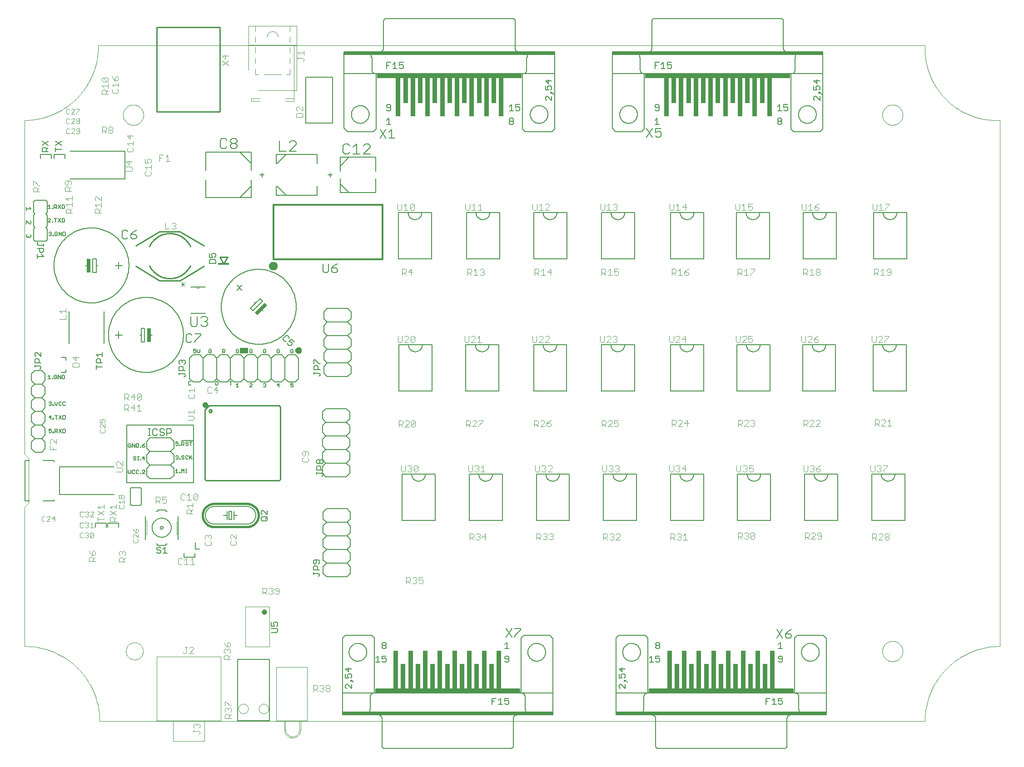
<source format=gto>
G75*
%MOIN*%
%OFA0B0*%
%FSLAX24Y24*%
%IPPOS*%
%LPD*%
%AMOC8*
5,1,8,0,0,1.08239X$1,22.5*
%
%ADD10C,0.0000*%
%ADD11C,0.0050*%
%ADD12C,0.0060*%
%ADD13C,0.0320*%
%ADD14R,0.0600X0.0400*%
%ADD15C,0.0070*%
%ADD16C,0.0020*%
%ADD17C,0.0160*%
%ADD18C,0.0040*%
%ADD19C,0.0100*%
%ADD20C,0.0080*%
%ADD21R,1.0550X0.0300*%
%ADD22R,1.5450X0.0200*%
%ADD23R,0.0320X0.2850*%
%ADD24R,0.0320X0.1850*%
%ADD25C,0.0039*%
%ADD26C,0.0030*%
%ADD27R,0.0250X0.1000*%
%ADD28C,0.0394*%
%ADD29R,0.0827X0.0118*%
%ADD30C,0.0120*%
D10*
X013322Y011440D02*
X013322Y012940D01*
X015622Y012940D01*
X015622Y011440D01*
X013322Y011440D01*
X013322Y012940D02*
X012122Y012940D01*
X012122Y017640D01*
X016822Y017640D01*
X016822Y012940D01*
X015622Y012940D01*
X018137Y013802D02*
X018139Y013839D01*
X018145Y013876D01*
X018154Y013911D01*
X018168Y013946D01*
X018184Y013979D01*
X018205Y014010D01*
X018228Y014039D01*
X018254Y014065D01*
X018283Y014088D01*
X018314Y014109D01*
X018347Y014125D01*
X018382Y014139D01*
X018417Y014148D01*
X018454Y014154D01*
X018491Y014156D01*
X018528Y014154D01*
X018565Y014148D01*
X018600Y014139D01*
X018635Y014125D01*
X018668Y014109D01*
X018699Y014088D01*
X018728Y014065D01*
X018754Y014039D01*
X018777Y014010D01*
X018798Y013979D01*
X018814Y013946D01*
X018828Y013911D01*
X018837Y013876D01*
X018843Y013839D01*
X018845Y013802D01*
X018843Y013765D01*
X018837Y013728D01*
X018828Y013693D01*
X018814Y013658D01*
X018798Y013625D01*
X018777Y013594D01*
X018754Y013565D01*
X018728Y013539D01*
X018699Y013516D01*
X018668Y013495D01*
X018635Y013479D01*
X018600Y013465D01*
X018565Y013456D01*
X018528Y013450D01*
X018491Y013448D01*
X018454Y013450D01*
X018417Y013456D01*
X018382Y013465D01*
X018347Y013479D01*
X018314Y013495D01*
X018283Y013516D01*
X018254Y013539D01*
X018228Y013565D01*
X018205Y013594D01*
X018184Y013625D01*
X018168Y013658D01*
X018154Y013693D01*
X018145Y013728D01*
X018139Y013765D01*
X018137Y013802D01*
X019633Y013802D02*
X019635Y013839D01*
X019641Y013876D01*
X019650Y013911D01*
X019664Y013946D01*
X019680Y013979D01*
X019701Y014010D01*
X019724Y014039D01*
X019750Y014065D01*
X019779Y014088D01*
X019810Y014109D01*
X019843Y014125D01*
X019878Y014139D01*
X019913Y014148D01*
X019950Y014154D01*
X019987Y014156D01*
X020024Y014154D01*
X020061Y014148D01*
X020096Y014139D01*
X020131Y014125D01*
X020164Y014109D01*
X020195Y014088D01*
X020224Y014065D01*
X020250Y014039D01*
X020273Y014010D01*
X020294Y013979D01*
X020310Y013946D01*
X020324Y013911D01*
X020333Y013876D01*
X020339Y013839D01*
X020341Y013802D01*
X020339Y013765D01*
X020333Y013728D01*
X020324Y013693D01*
X020310Y013658D01*
X020294Y013625D01*
X020273Y013594D01*
X020250Y013565D01*
X020224Y013539D01*
X020195Y013516D01*
X020164Y013495D01*
X020131Y013479D01*
X020096Y013465D01*
X020061Y013456D01*
X020024Y013450D01*
X019987Y013448D01*
X019950Y013450D01*
X019913Y013456D01*
X019878Y013465D01*
X019843Y013479D01*
X019810Y013495D01*
X019779Y013516D01*
X019750Y013539D01*
X019724Y013565D01*
X019701Y013594D01*
X019680Y013625D01*
X019664Y013658D01*
X019650Y013693D01*
X019641Y013728D01*
X019635Y013765D01*
X019633Y013802D01*
X020917Y012925D02*
X021508Y012925D01*
X021508Y012256D01*
X021587Y012295D02*
X021587Y012925D01*
X021606Y012925D01*
X022591Y012925D01*
X022610Y012925D01*
X022610Y012256D01*
X022689Y012256D02*
X022689Y012925D01*
X023181Y012925D01*
X023181Y016862D01*
X020917Y016862D01*
X020917Y012925D01*
X021508Y012925D02*
X021587Y012925D01*
X021587Y012295D02*
X021588Y012250D01*
X021592Y012206D01*
X021600Y012162D01*
X021612Y012119D01*
X021627Y012077D01*
X021646Y012036D01*
X021669Y011998D01*
X021694Y011961D01*
X021723Y011927D01*
X021755Y011896D01*
X021789Y011867D01*
X021826Y011842D01*
X021865Y011820D01*
X021906Y011801D01*
X021948Y011786D01*
X021991Y011775D01*
X022035Y011767D01*
X022079Y011763D01*
X022124Y011764D01*
X022168Y011768D01*
X022212Y011776D01*
X022255Y011788D01*
X022297Y011803D01*
X022338Y011822D01*
X022376Y011845D01*
X022413Y011870D01*
X022447Y011899D01*
X022478Y011931D01*
X022507Y011965D01*
X022532Y012002D01*
X022554Y012041D01*
X022573Y012082D01*
X022588Y012124D01*
X022599Y012167D01*
X022607Y012211D01*
X022611Y012255D01*
X022690Y012256D02*
X022688Y012208D01*
X022682Y012161D01*
X022673Y012115D01*
X022660Y012069D01*
X022643Y012024D01*
X022622Y011981D01*
X022599Y011940D01*
X022571Y011901D01*
X022541Y011864D01*
X022508Y011830D01*
X022473Y011798D01*
X022435Y011770D01*
X022394Y011744D01*
X022352Y011722D01*
X022309Y011703D01*
X022263Y011688D01*
X022217Y011677D01*
X022170Y011669D01*
X022123Y011665D01*
X022075Y011665D01*
X022028Y011669D01*
X021981Y011677D01*
X021935Y011688D01*
X021889Y011703D01*
X021846Y011722D01*
X021804Y011744D01*
X021763Y011770D01*
X021725Y011798D01*
X021690Y011830D01*
X021657Y011864D01*
X021627Y011901D01*
X021599Y011940D01*
X021576Y011981D01*
X021555Y012024D01*
X021538Y012069D01*
X021525Y012115D01*
X021516Y012161D01*
X021510Y012208D01*
X021508Y012256D01*
X022610Y012925D02*
X022689Y012925D01*
X020416Y018350D02*
X018645Y018350D01*
X018645Y021302D01*
X020416Y021302D01*
X020416Y018350D01*
X009881Y018037D02*
X009883Y018087D01*
X009889Y018137D01*
X009899Y018186D01*
X009913Y018234D01*
X009930Y018281D01*
X009951Y018326D01*
X009976Y018370D01*
X010004Y018411D01*
X010036Y018450D01*
X010070Y018487D01*
X010107Y018521D01*
X010147Y018551D01*
X010189Y018578D01*
X010233Y018602D01*
X010279Y018623D01*
X010326Y018639D01*
X010374Y018652D01*
X010424Y018661D01*
X010473Y018666D01*
X010524Y018667D01*
X010574Y018664D01*
X010623Y018657D01*
X010672Y018646D01*
X010720Y018631D01*
X010766Y018613D01*
X010811Y018591D01*
X010854Y018565D01*
X010895Y018536D01*
X010934Y018504D01*
X010970Y018469D01*
X011002Y018431D01*
X011032Y018391D01*
X011059Y018348D01*
X011082Y018304D01*
X011101Y018258D01*
X011117Y018210D01*
X011129Y018161D01*
X011137Y018112D01*
X011141Y018062D01*
X011141Y018012D01*
X011137Y017962D01*
X011129Y017913D01*
X011117Y017864D01*
X011101Y017816D01*
X011082Y017770D01*
X011059Y017726D01*
X011032Y017683D01*
X011002Y017643D01*
X010970Y017605D01*
X010934Y017570D01*
X010895Y017538D01*
X010854Y017509D01*
X010811Y017483D01*
X010766Y017461D01*
X010720Y017443D01*
X010672Y017428D01*
X010623Y017417D01*
X010574Y017410D01*
X010524Y017407D01*
X010473Y017408D01*
X010424Y017413D01*
X010374Y017422D01*
X010326Y017435D01*
X010279Y017451D01*
X010233Y017472D01*
X010189Y017496D01*
X010147Y017523D01*
X010107Y017553D01*
X010070Y017587D01*
X010036Y017624D01*
X010004Y017663D01*
X009976Y017704D01*
X009951Y017748D01*
X009930Y017793D01*
X009913Y017840D01*
X009899Y017888D01*
X009889Y017937D01*
X009883Y017987D01*
X009881Y018037D01*
X007949Y012893D02*
X068499Y012893D01*
X068501Y013039D01*
X068507Y013186D01*
X068517Y013332D01*
X068530Y013478D01*
X068548Y013623D01*
X068569Y013768D01*
X068594Y013912D01*
X068623Y014056D01*
X068656Y014198D01*
X068693Y014340D01*
X068733Y014481D01*
X068777Y014620D01*
X068825Y014759D01*
X068877Y014896D01*
X068932Y015032D01*
X068991Y015166D01*
X069053Y015298D01*
X069119Y015429D01*
X069188Y015558D01*
X069260Y015685D01*
X069336Y015810D01*
X069416Y015933D01*
X069498Y016054D01*
X069584Y016173D01*
X069673Y016289D01*
X069765Y016403D01*
X069860Y016515D01*
X069958Y016624D01*
X070058Y016730D01*
X070162Y016834D01*
X070268Y016934D01*
X070377Y017032D01*
X070489Y017127D01*
X070603Y017219D01*
X070719Y017308D01*
X070838Y017394D01*
X070959Y017476D01*
X071082Y017556D01*
X071207Y017632D01*
X071334Y017704D01*
X071463Y017773D01*
X071594Y017839D01*
X071726Y017901D01*
X071860Y017960D01*
X071996Y018015D01*
X072133Y018067D01*
X072272Y018115D01*
X072411Y018159D01*
X072552Y018199D01*
X072694Y018236D01*
X072836Y018269D01*
X072980Y018298D01*
X073124Y018323D01*
X073269Y018344D01*
X073414Y018362D01*
X073560Y018375D01*
X073706Y018385D01*
X073853Y018391D01*
X073999Y018393D01*
X073999Y056993D01*
X073999Y056994D02*
X073855Y056990D01*
X073712Y056989D01*
X073569Y056993D01*
X073426Y057001D01*
X073283Y057012D01*
X073140Y057028D01*
X072998Y057047D01*
X072857Y057070D01*
X072716Y057097D01*
X072576Y057128D01*
X072437Y057162D01*
X072299Y057200D01*
X072162Y057242D01*
X072026Y057288D01*
X071892Y057337D01*
X071759Y057390D01*
X071627Y057447D01*
X071497Y057507D01*
X071369Y057571D01*
X071242Y057638D01*
X071117Y057708D01*
X070994Y057782D01*
X070874Y057859D01*
X070755Y057940D01*
X070639Y058023D01*
X070525Y058110D01*
X070413Y058200D01*
X070304Y058292D01*
X070197Y058388D01*
X070093Y058487D01*
X069992Y058588D01*
X069893Y058692D01*
X069797Y058799D01*
X069705Y058908D01*
X069615Y059020D01*
X069528Y059134D01*
X069445Y059250D01*
X069364Y059369D01*
X069287Y059489D01*
X069213Y059612D01*
X069143Y059737D01*
X069076Y059864D01*
X069012Y059992D01*
X068952Y060122D01*
X068895Y060254D01*
X068842Y060387D01*
X068793Y060521D01*
X068747Y060657D01*
X068705Y060794D01*
X068667Y060932D01*
X068633Y061071D01*
X068602Y061211D01*
X068575Y061352D01*
X068552Y061493D01*
X068533Y061635D01*
X068517Y061778D01*
X068506Y061921D01*
X068498Y062064D01*
X068494Y062207D01*
X068495Y062350D01*
X068499Y062494D01*
X068499Y062493D02*
X007849Y062493D01*
X007848Y062494D02*
X007847Y062348D01*
X007842Y062203D01*
X007834Y062058D01*
X007821Y061913D01*
X007805Y061769D01*
X007785Y061625D01*
X007761Y061481D01*
X007733Y061339D01*
X007701Y061197D01*
X007666Y061056D01*
X007627Y060916D01*
X007584Y060777D01*
X007538Y060639D01*
X007487Y060503D01*
X007434Y060368D01*
X007376Y060234D01*
X007316Y060102D01*
X007251Y059972D01*
X007183Y059843D01*
X007112Y059716D01*
X007038Y059592D01*
X006960Y059469D01*
X006879Y059348D01*
X006794Y059230D01*
X006707Y059114D01*
X006617Y059000D01*
X006523Y058889D01*
X006427Y058780D01*
X006327Y058674D01*
X006225Y058570D01*
X006121Y058469D01*
X006013Y058371D01*
X005903Y058276D01*
X005791Y058184D01*
X005676Y058095D01*
X005559Y058009D01*
X005439Y057926D01*
X005318Y057847D01*
X005194Y057770D01*
X005068Y057697D01*
X004941Y057628D01*
X004811Y057561D01*
X004680Y057498D01*
X004548Y057439D01*
X004413Y057384D01*
X004278Y057331D01*
X004141Y057283D01*
X004002Y057238D01*
X003863Y057197D01*
X003722Y057160D01*
X003581Y057126D01*
X003439Y057096D01*
X003296Y057070D01*
X003152Y057048D01*
X003008Y057029D01*
X002863Y057015D01*
X002718Y057004D01*
X002573Y056997D01*
X002428Y056994D01*
X002428Y056993D02*
X002449Y032493D01*
X002749Y032193D01*
X002749Y028893D01*
X002449Y028593D01*
X002449Y018393D01*
X002595Y018391D01*
X002742Y018385D01*
X002888Y018375D01*
X003034Y018362D01*
X003179Y018344D01*
X003324Y018323D01*
X003468Y018298D01*
X003612Y018269D01*
X003754Y018236D01*
X003896Y018199D01*
X004037Y018159D01*
X004176Y018115D01*
X004315Y018067D01*
X004452Y018015D01*
X004588Y017960D01*
X004722Y017901D01*
X004854Y017839D01*
X004985Y017773D01*
X005114Y017704D01*
X005241Y017632D01*
X005366Y017556D01*
X005489Y017476D01*
X005610Y017394D01*
X005729Y017308D01*
X005845Y017219D01*
X005959Y017127D01*
X006071Y017032D01*
X006180Y016934D01*
X006286Y016834D01*
X006390Y016730D01*
X006490Y016624D01*
X006588Y016515D01*
X006683Y016403D01*
X006775Y016289D01*
X006864Y016173D01*
X006950Y016054D01*
X007032Y015933D01*
X007112Y015810D01*
X007188Y015685D01*
X007260Y015558D01*
X007329Y015429D01*
X007395Y015298D01*
X007457Y015166D01*
X007516Y015032D01*
X007571Y014896D01*
X007623Y014759D01*
X007671Y014620D01*
X007715Y014481D01*
X007755Y014340D01*
X007792Y014198D01*
X007825Y014056D01*
X007854Y013912D01*
X007879Y013768D01*
X007900Y013623D01*
X007918Y013478D01*
X007931Y013332D01*
X007941Y013186D01*
X007947Y013039D01*
X007949Y012893D01*
X015054Y044774D02*
X015057Y044753D01*
X015063Y044733D01*
X015073Y044715D01*
X015085Y044698D01*
X015101Y044684D01*
X015118Y044673D01*
X015138Y044665D01*
X015158Y044660D01*
X015179Y044659D01*
X015200Y044662D01*
X015220Y044668D01*
X015238Y044678D01*
X015255Y044690D01*
X015269Y044706D01*
X015280Y044723D01*
X015288Y044743D01*
X015293Y044763D01*
X015294Y044784D01*
X009668Y057391D02*
X009670Y057446D01*
X009676Y057500D01*
X009686Y057554D01*
X009700Y057606D01*
X009717Y057658D01*
X009739Y057708D01*
X009764Y057757D01*
X009792Y057804D01*
X009824Y057848D01*
X009859Y057890D01*
X009897Y057929D01*
X009938Y057966D01*
X009981Y057999D01*
X010026Y058029D01*
X010074Y058056D01*
X010123Y058079D01*
X010174Y058099D01*
X010227Y058115D01*
X010280Y058127D01*
X010334Y058135D01*
X010389Y058139D01*
X010443Y058139D01*
X010498Y058135D01*
X010552Y058127D01*
X010605Y058115D01*
X010658Y058099D01*
X010709Y058079D01*
X010758Y058056D01*
X010806Y058029D01*
X010851Y057999D01*
X010894Y057966D01*
X010935Y057929D01*
X010973Y057890D01*
X011008Y057848D01*
X011040Y057804D01*
X011068Y057757D01*
X011093Y057708D01*
X011115Y057658D01*
X011132Y057606D01*
X011146Y057554D01*
X011156Y057500D01*
X011162Y057446D01*
X011164Y057391D01*
X011162Y057336D01*
X011156Y057282D01*
X011146Y057228D01*
X011132Y057176D01*
X011115Y057124D01*
X011093Y057074D01*
X011068Y057025D01*
X011040Y056978D01*
X011008Y056934D01*
X010973Y056892D01*
X010935Y056853D01*
X010894Y056816D01*
X010851Y056783D01*
X010806Y056753D01*
X010758Y056726D01*
X010709Y056703D01*
X010658Y056683D01*
X010605Y056667D01*
X010552Y056655D01*
X010498Y056647D01*
X010443Y056643D01*
X010389Y056643D01*
X010334Y056647D01*
X010280Y056655D01*
X010227Y056667D01*
X010174Y056683D01*
X010123Y056703D01*
X010074Y056726D01*
X010026Y056753D01*
X009981Y056783D01*
X009938Y056816D01*
X009897Y056853D01*
X009859Y056892D01*
X009824Y056934D01*
X009792Y056978D01*
X009764Y057025D01*
X009739Y057074D01*
X009717Y057124D01*
X009700Y057176D01*
X009686Y057228D01*
X009676Y057282D01*
X009670Y057336D01*
X009668Y057391D01*
X065377Y057391D02*
X065379Y057446D01*
X065385Y057500D01*
X065395Y057554D01*
X065409Y057606D01*
X065426Y057658D01*
X065448Y057708D01*
X065473Y057757D01*
X065501Y057804D01*
X065533Y057848D01*
X065568Y057890D01*
X065606Y057929D01*
X065647Y057966D01*
X065690Y057999D01*
X065735Y058029D01*
X065783Y058056D01*
X065832Y058079D01*
X065883Y058099D01*
X065936Y058115D01*
X065989Y058127D01*
X066043Y058135D01*
X066098Y058139D01*
X066152Y058139D01*
X066207Y058135D01*
X066261Y058127D01*
X066314Y058115D01*
X066367Y058099D01*
X066418Y058079D01*
X066467Y058056D01*
X066515Y058029D01*
X066560Y057999D01*
X066603Y057966D01*
X066644Y057929D01*
X066682Y057890D01*
X066717Y057848D01*
X066749Y057804D01*
X066777Y057757D01*
X066802Y057708D01*
X066824Y057658D01*
X066841Y057606D01*
X066855Y057554D01*
X066865Y057500D01*
X066871Y057446D01*
X066873Y057391D01*
X066871Y057336D01*
X066865Y057282D01*
X066855Y057228D01*
X066841Y057176D01*
X066824Y057124D01*
X066802Y057074D01*
X066777Y057025D01*
X066749Y056978D01*
X066717Y056934D01*
X066682Y056892D01*
X066644Y056853D01*
X066603Y056816D01*
X066560Y056783D01*
X066515Y056753D01*
X066467Y056726D01*
X066418Y056703D01*
X066367Y056683D01*
X066314Y056667D01*
X066261Y056655D01*
X066207Y056647D01*
X066152Y056643D01*
X066098Y056643D01*
X066043Y056647D01*
X065989Y056655D01*
X065936Y056667D01*
X065883Y056683D01*
X065832Y056703D01*
X065783Y056726D01*
X065735Y056753D01*
X065690Y056783D01*
X065647Y056816D01*
X065606Y056853D01*
X065568Y056892D01*
X065533Y056934D01*
X065501Y056978D01*
X065473Y057025D01*
X065448Y057074D01*
X065426Y057124D01*
X065409Y057176D01*
X065395Y057228D01*
X065385Y057282D01*
X065379Y057336D01*
X065377Y057391D01*
X065377Y018021D02*
X065379Y018076D01*
X065385Y018130D01*
X065395Y018184D01*
X065409Y018236D01*
X065426Y018288D01*
X065448Y018338D01*
X065473Y018387D01*
X065501Y018434D01*
X065533Y018478D01*
X065568Y018520D01*
X065606Y018559D01*
X065647Y018596D01*
X065690Y018629D01*
X065735Y018659D01*
X065783Y018686D01*
X065832Y018709D01*
X065883Y018729D01*
X065936Y018745D01*
X065989Y018757D01*
X066043Y018765D01*
X066098Y018769D01*
X066152Y018769D01*
X066207Y018765D01*
X066261Y018757D01*
X066314Y018745D01*
X066367Y018729D01*
X066418Y018709D01*
X066467Y018686D01*
X066515Y018659D01*
X066560Y018629D01*
X066603Y018596D01*
X066644Y018559D01*
X066682Y018520D01*
X066717Y018478D01*
X066749Y018434D01*
X066777Y018387D01*
X066802Y018338D01*
X066824Y018288D01*
X066841Y018236D01*
X066855Y018184D01*
X066865Y018130D01*
X066871Y018076D01*
X066873Y018021D01*
X066871Y017966D01*
X066865Y017912D01*
X066855Y017858D01*
X066841Y017806D01*
X066824Y017754D01*
X066802Y017704D01*
X066777Y017655D01*
X066749Y017608D01*
X066717Y017564D01*
X066682Y017522D01*
X066644Y017483D01*
X066603Y017446D01*
X066560Y017413D01*
X066515Y017383D01*
X066467Y017356D01*
X066418Y017333D01*
X066367Y017313D01*
X066314Y017297D01*
X066261Y017285D01*
X066207Y017277D01*
X066152Y017273D01*
X066098Y017273D01*
X066043Y017277D01*
X065989Y017285D01*
X065936Y017297D01*
X065883Y017313D01*
X065832Y017333D01*
X065783Y017356D01*
X065735Y017383D01*
X065690Y017413D01*
X065647Y017446D01*
X065606Y017483D01*
X065568Y017522D01*
X065533Y017564D01*
X065501Y017608D01*
X065473Y017655D01*
X065448Y017704D01*
X065426Y017754D01*
X065409Y017806D01*
X065395Y017858D01*
X065385Y017912D01*
X065379Y017966D01*
X065377Y018021D01*
D11*
X058053Y018223D02*
X057753Y018223D01*
X057903Y018223D02*
X057903Y018673D01*
X057753Y018523D01*
X057828Y017673D02*
X057753Y017598D01*
X057753Y017523D01*
X057828Y017448D01*
X058053Y017448D01*
X058053Y017298D02*
X058053Y017598D01*
X057978Y017673D01*
X057828Y017673D01*
X057753Y017298D02*
X057828Y017223D01*
X057978Y017223D01*
X058053Y017298D01*
X058053Y014573D02*
X057753Y014573D01*
X057753Y014348D01*
X057903Y014423D01*
X057978Y014423D01*
X058053Y014348D01*
X058053Y014198D01*
X057978Y014123D01*
X057828Y014123D01*
X057753Y014198D01*
X057593Y014123D02*
X057292Y014123D01*
X057443Y014123D02*
X057443Y014573D01*
X057292Y014423D01*
X057132Y014573D02*
X056832Y014573D01*
X056832Y014123D01*
X056832Y014348D02*
X056982Y014348D01*
X049053Y017298D02*
X048978Y017223D01*
X048828Y017223D01*
X048753Y017298D01*
X048753Y017448D02*
X048903Y017523D01*
X048978Y017523D01*
X049053Y017448D01*
X049053Y017298D01*
X048753Y017448D02*
X048753Y017673D01*
X049053Y017673D01*
X048978Y018223D02*
X048828Y018223D01*
X048753Y018298D01*
X048753Y018373D01*
X048828Y018448D01*
X048978Y018448D01*
X049053Y018373D01*
X049053Y018298D01*
X048978Y018223D01*
X048978Y018448D02*
X049053Y018523D01*
X049053Y018598D01*
X048978Y018673D01*
X048828Y018673D01*
X048753Y018598D01*
X048753Y018523D01*
X048828Y018448D01*
X048443Y017673D02*
X048292Y017523D01*
X048443Y017673D02*
X048443Y017223D01*
X048593Y017223D02*
X048292Y017223D01*
X046513Y016738D02*
X046063Y016738D01*
X046288Y016513D01*
X046288Y016813D01*
X046288Y016352D02*
X046438Y016352D01*
X046513Y016277D01*
X046513Y016127D01*
X046438Y016052D01*
X046288Y016052D02*
X046213Y016202D01*
X046213Y016277D01*
X046288Y016352D01*
X046063Y016352D02*
X046063Y016052D01*
X046288Y016052D01*
X046438Y015895D02*
X046438Y015820D01*
X046513Y015820D01*
X046513Y015895D01*
X046438Y015895D01*
X046513Y015895D02*
X046663Y015745D01*
X046513Y015585D02*
X046513Y015285D01*
X046213Y015585D01*
X046138Y015585D01*
X046063Y015510D01*
X046063Y015360D01*
X046138Y015285D01*
X037972Y014573D02*
X037672Y014573D01*
X037672Y014348D01*
X037822Y014423D01*
X037897Y014423D01*
X037972Y014348D01*
X037972Y014198D01*
X037897Y014123D01*
X037747Y014123D01*
X037672Y014198D01*
X037512Y014123D02*
X037212Y014123D01*
X037362Y014123D02*
X037362Y014573D01*
X037212Y014423D01*
X037052Y014573D02*
X036751Y014573D01*
X036751Y014123D01*
X036751Y014348D02*
X036902Y014348D01*
X037747Y017223D02*
X037897Y017223D01*
X037972Y017298D01*
X037972Y017598D01*
X037897Y017673D01*
X037747Y017673D01*
X037672Y017598D01*
X037672Y017523D01*
X037747Y017448D01*
X037972Y017448D01*
X037747Y017223D02*
X037672Y017298D01*
X037672Y018223D02*
X037972Y018223D01*
X037822Y018223D02*
X037822Y018673D01*
X037672Y018523D01*
X028972Y018523D02*
X028897Y018448D01*
X028747Y018448D01*
X028672Y018523D01*
X028672Y018598D01*
X028747Y018673D01*
X028897Y018673D01*
X028972Y018598D01*
X028972Y018523D01*
X028897Y018448D02*
X028972Y018373D01*
X028972Y018298D01*
X028897Y018223D01*
X028747Y018223D01*
X028672Y018298D01*
X028672Y018373D01*
X028747Y018448D01*
X028672Y017673D02*
X028672Y017448D01*
X028822Y017523D01*
X028897Y017523D01*
X028972Y017448D01*
X028972Y017298D01*
X028897Y017223D01*
X028747Y017223D01*
X028672Y017298D01*
X028512Y017223D02*
X028212Y017223D01*
X028362Y017223D02*
X028362Y017673D01*
X028212Y017523D01*
X028672Y017673D02*
X028972Y017673D01*
X026433Y016738D02*
X025982Y016738D01*
X026207Y016513D01*
X026207Y016813D01*
X026207Y016352D02*
X026357Y016352D01*
X026433Y016277D01*
X026433Y016127D01*
X026357Y016052D01*
X026207Y016052D02*
X026132Y016202D01*
X026132Y016277D01*
X026207Y016352D01*
X025982Y016352D02*
X025982Y016052D01*
X026207Y016052D01*
X026357Y015895D02*
X026357Y015820D01*
X026433Y015820D01*
X026433Y015895D01*
X026357Y015895D01*
X026433Y015895D02*
X026583Y015745D01*
X026433Y015585D02*
X026433Y015285D01*
X026132Y015585D01*
X026057Y015585D01*
X025982Y015510D01*
X025982Y015360D01*
X026057Y015285D01*
X020420Y017443D02*
X020420Y012916D01*
X018058Y012916D01*
X018058Y017443D01*
X020420Y017443D01*
X020553Y019408D02*
X020928Y019408D01*
X021004Y019483D01*
X021004Y019633D01*
X020928Y019708D01*
X020553Y019708D01*
X020553Y019868D02*
X020778Y019868D01*
X020703Y020018D01*
X020703Y020093D01*
X020778Y020168D01*
X020928Y020168D01*
X021004Y020093D01*
X021004Y019943D01*
X020928Y019868D01*
X020553Y019868D02*
X020553Y020168D01*
X023998Y023518D02*
X024074Y023593D01*
X024074Y023668D01*
X023998Y023743D01*
X023623Y023743D01*
X023623Y023668D02*
X023623Y023819D01*
X023623Y023979D02*
X023623Y024204D01*
X023698Y024279D01*
X023848Y024279D01*
X023923Y024204D01*
X023923Y023979D01*
X024074Y023979D02*
X023623Y023979D01*
X023698Y024439D02*
X023773Y024439D01*
X023848Y024514D01*
X023848Y024739D01*
X023998Y024739D02*
X023698Y024739D01*
X023623Y024664D01*
X023623Y024514D01*
X023698Y024439D01*
X023998Y024439D02*
X024074Y024514D01*
X024074Y024664D01*
X023998Y024739D01*
X020240Y027658D02*
X020165Y027583D01*
X019865Y027583D01*
X019789Y027658D01*
X019789Y027808D01*
X019865Y027883D01*
X020165Y027883D01*
X020240Y027808D01*
X020240Y027658D01*
X020090Y027733D02*
X020240Y027883D01*
X020240Y028044D02*
X019940Y028344D01*
X019865Y028344D01*
X019789Y028269D01*
X019789Y028119D01*
X019865Y028044D01*
X020240Y028044D02*
X020240Y028344D01*
X023873Y031018D02*
X023873Y031169D01*
X023873Y031093D02*
X024248Y031093D01*
X024324Y031018D01*
X024324Y030943D01*
X024248Y030868D01*
X024173Y031329D02*
X024173Y031554D01*
X024098Y031629D01*
X023948Y031629D01*
X023873Y031554D01*
X023873Y031329D01*
X024324Y031329D01*
X024248Y031789D02*
X024173Y031789D01*
X024098Y031864D01*
X024098Y032014D01*
X024173Y032089D01*
X024248Y032089D01*
X024324Y032014D01*
X024324Y031864D01*
X024248Y031789D01*
X024098Y031864D02*
X024023Y031789D01*
X023948Y031789D01*
X023873Y031864D01*
X023873Y032014D01*
X023948Y032089D01*
X024023Y032089D01*
X024098Y032014D01*
X030149Y031033D02*
X030149Y027633D01*
X032579Y027633D01*
X032579Y031033D01*
X030149Y031033D01*
X030849Y031033D02*
X030848Y030989D01*
X030852Y030946D01*
X030859Y030903D01*
X030870Y030860D01*
X030885Y030819D01*
X030903Y030779D01*
X030925Y030741D01*
X030950Y030706D01*
X030977Y030672D01*
X031008Y030641D01*
X031042Y030612D01*
X031077Y030587D01*
X031115Y030565D01*
X031154Y030546D01*
X031195Y030531D01*
X031237Y030520D01*
X031280Y030512D01*
X031324Y030508D01*
X031368Y030507D01*
X031411Y030511D01*
X031454Y030518D01*
X031497Y030529D01*
X031538Y030544D01*
X031578Y030562D01*
X031616Y030584D01*
X031651Y030609D01*
X031685Y030636D01*
X031716Y030667D01*
X031745Y030701D01*
X031770Y030736D01*
X031792Y030774D01*
X031811Y030813D01*
X031826Y030854D01*
X031837Y030896D01*
X031845Y030939D01*
X031849Y030983D01*
X035070Y031033D02*
X037500Y031033D01*
X037500Y027633D01*
X035070Y027633D01*
X035070Y031033D01*
X035770Y031033D02*
X035769Y030989D01*
X035773Y030946D01*
X035780Y030903D01*
X035791Y030860D01*
X035806Y030819D01*
X035824Y030779D01*
X035846Y030741D01*
X035871Y030706D01*
X035898Y030672D01*
X035929Y030641D01*
X035963Y030612D01*
X035998Y030587D01*
X036036Y030565D01*
X036075Y030546D01*
X036116Y030531D01*
X036158Y030520D01*
X036201Y030512D01*
X036245Y030508D01*
X036289Y030507D01*
X036332Y030511D01*
X036375Y030518D01*
X036418Y030529D01*
X036459Y030544D01*
X036499Y030562D01*
X036537Y030584D01*
X036572Y030609D01*
X036606Y030636D01*
X036637Y030667D01*
X036666Y030701D01*
X036691Y030736D01*
X036713Y030774D01*
X036732Y030813D01*
X036747Y030854D01*
X036758Y030896D01*
X036766Y030939D01*
X036770Y030983D01*
X039991Y031033D02*
X042421Y031033D01*
X042421Y027633D01*
X039991Y027633D01*
X039991Y031033D01*
X040691Y031033D02*
X040690Y030989D01*
X040694Y030946D01*
X040701Y030903D01*
X040712Y030860D01*
X040727Y030819D01*
X040745Y030779D01*
X040767Y030741D01*
X040792Y030706D01*
X040819Y030672D01*
X040850Y030641D01*
X040884Y030612D01*
X040919Y030587D01*
X040957Y030565D01*
X040996Y030546D01*
X041037Y030531D01*
X041079Y030520D01*
X041122Y030512D01*
X041166Y030508D01*
X041210Y030507D01*
X041253Y030511D01*
X041296Y030518D01*
X041339Y030529D01*
X041380Y030544D01*
X041420Y030562D01*
X041458Y030584D01*
X041493Y030609D01*
X041527Y030636D01*
X041558Y030667D01*
X041587Y030701D01*
X041612Y030736D01*
X041634Y030774D01*
X041653Y030813D01*
X041668Y030854D01*
X041679Y030896D01*
X041687Y030939D01*
X041691Y030983D01*
X044912Y031033D02*
X047342Y031033D01*
X047342Y027633D01*
X044912Y027633D01*
X044912Y031033D01*
X045612Y031033D02*
X045611Y030989D01*
X045615Y030946D01*
X045622Y030903D01*
X045633Y030860D01*
X045648Y030819D01*
X045666Y030779D01*
X045688Y030741D01*
X045713Y030706D01*
X045740Y030672D01*
X045771Y030641D01*
X045805Y030612D01*
X045840Y030587D01*
X045878Y030565D01*
X045917Y030546D01*
X045958Y030531D01*
X046000Y030520D01*
X046043Y030512D01*
X046087Y030508D01*
X046131Y030507D01*
X046174Y030511D01*
X046217Y030518D01*
X046260Y030529D01*
X046301Y030544D01*
X046341Y030562D01*
X046379Y030584D01*
X046414Y030609D01*
X046448Y030636D01*
X046479Y030667D01*
X046508Y030701D01*
X046533Y030736D01*
X046555Y030774D01*
X046574Y030813D01*
X046589Y030854D01*
X046600Y030896D01*
X046608Y030939D01*
X046612Y030983D01*
X049834Y031033D02*
X052264Y031033D01*
X052264Y027633D01*
X049834Y027633D01*
X049834Y031033D01*
X050534Y031033D02*
X050533Y030989D01*
X050537Y030946D01*
X050544Y030903D01*
X050555Y030860D01*
X050570Y030819D01*
X050588Y030779D01*
X050610Y030741D01*
X050635Y030706D01*
X050662Y030672D01*
X050693Y030641D01*
X050727Y030612D01*
X050762Y030587D01*
X050800Y030565D01*
X050839Y030546D01*
X050880Y030531D01*
X050922Y030520D01*
X050965Y030512D01*
X051009Y030508D01*
X051053Y030507D01*
X051096Y030511D01*
X051139Y030518D01*
X051182Y030529D01*
X051223Y030544D01*
X051263Y030562D01*
X051301Y030584D01*
X051336Y030609D01*
X051370Y030636D01*
X051401Y030667D01*
X051430Y030701D01*
X051455Y030736D01*
X051477Y030774D01*
X051496Y030813D01*
X051511Y030854D01*
X051522Y030896D01*
X051530Y030939D01*
X051534Y030983D01*
X054755Y031033D02*
X057185Y031033D01*
X057185Y027633D01*
X054755Y027633D01*
X054755Y031033D01*
X055455Y031033D02*
X055454Y030989D01*
X055458Y030946D01*
X055465Y030903D01*
X055476Y030860D01*
X055491Y030819D01*
X055509Y030779D01*
X055531Y030741D01*
X055556Y030706D01*
X055583Y030672D01*
X055614Y030641D01*
X055648Y030612D01*
X055683Y030587D01*
X055721Y030565D01*
X055760Y030546D01*
X055801Y030531D01*
X055843Y030520D01*
X055886Y030512D01*
X055930Y030508D01*
X055974Y030507D01*
X056017Y030511D01*
X056060Y030518D01*
X056103Y030529D01*
X056144Y030544D01*
X056184Y030562D01*
X056222Y030584D01*
X056257Y030609D01*
X056291Y030636D01*
X056322Y030667D01*
X056351Y030701D01*
X056376Y030736D01*
X056398Y030774D01*
X056417Y030813D01*
X056432Y030854D01*
X056443Y030896D01*
X056451Y030939D01*
X056455Y030983D01*
X059676Y031033D02*
X062106Y031033D01*
X062106Y027633D01*
X059676Y027633D01*
X059676Y031033D01*
X060376Y031033D02*
X060375Y030989D01*
X060379Y030946D01*
X060386Y030903D01*
X060397Y030860D01*
X060412Y030819D01*
X060430Y030779D01*
X060452Y030741D01*
X060477Y030706D01*
X060504Y030672D01*
X060535Y030641D01*
X060569Y030612D01*
X060604Y030587D01*
X060642Y030565D01*
X060681Y030546D01*
X060722Y030531D01*
X060764Y030520D01*
X060807Y030512D01*
X060851Y030508D01*
X060895Y030507D01*
X060938Y030511D01*
X060981Y030518D01*
X061024Y030529D01*
X061065Y030544D01*
X061105Y030562D01*
X061143Y030584D01*
X061178Y030609D01*
X061212Y030636D01*
X061243Y030667D01*
X061272Y030701D01*
X061297Y030736D01*
X061319Y030774D01*
X061338Y030813D01*
X061353Y030854D01*
X061364Y030896D01*
X061372Y030939D01*
X061376Y030983D01*
X064597Y031033D02*
X067027Y031033D01*
X067027Y027633D01*
X064597Y027633D01*
X064597Y031033D01*
X065297Y031033D02*
X065296Y030989D01*
X065300Y030946D01*
X065307Y030903D01*
X065318Y030860D01*
X065333Y030819D01*
X065351Y030779D01*
X065373Y030741D01*
X065398Y030706D01*
X065425Y030672D01*
X065456Y030641D01*
X065490Y030612D01*
X065525Y030587D01*
X065563Y030565D01*
X065602Y030546D01*
X065643Y030531D01*
X065685Y030520D01*
X065728Y030512D01*
X065772Y030508D01*
X065816Y030507D01*
X065859Y030511D01*
X065902Y030518D01*
X065945Y030529D01*
X065986Y030544D01*
X066026Y030562D01*
X066064Y030584D01*
X066099Y030609D01*
X066133Y030636D01*
X066164Y030667D01*
X066193Y030701D01*
X066218Y030736D01*
X066240Y030774D01*
X066259Y030813D01*
X066274Y030854D01*
X066285Y030896D01*
X066293Y030939D01*
X066297Y030983D01*
X067126Y037133D02*
X064696Y037133D01*
X064696Y040533D01*
X067126Y040533D01*
X067126Y037133D01*
X066396Y040483D02*
X066392Y040439D01*
X066384Y040396D01*
X066373Y040354D01*
X066358Y040313D01*
X066339Y040274D01*
X066317Y040236D01*
X066292Y040201D01*
X066263Y040167D01*
X066232Y040136D01*
X066198Y040109D01*
X066163Y040084D01*
X066125Y040062D01*
X066085Y040044D01*
X066044Y040029D01*
X066001Y040018D01*
X065958Y040011D01*
X065915Y040007D01*
X065871Y040008D01*
X065827Y040012D01*
X065784Y040020D01*
X065742Y040031D01*
X065701Y040046D01*
X065662Y040065D01*
X065624Y040087D01*
X065589Y040112D01*
X065555Y040141D01*
X065524Y040172D01*
X065497Y040206D01*
X065472Y040241D01*
X065450Y040279D01*
X065432Y040319D01*
X065417Y040360D01*
X065406Y040403D01*
X065399Y040446D01*
X065395Y040489D01*
X065396Y040533D01*
X061955Y040533D02*
X061955Y037133D01*
X059525Y037133D01*
X059525Y040533D01*
X061955Y040533D01*
X061225Y040483D02*
X061221Y040439D01*
X061213Y040396D01*
X061202Y040354D01*
X061187Y040313D01*
X061168Y040274D01*
X061146Y040236D01*
X061121Y040201D01*
X061092Y040167D01*
X061061Y040136D01*
X061027Y040109D01*
X060992Y040084D01*
X060954Y040062D01*
X060914Y040044D01*
X060873Y040029D01*
X060830Y040018D01*
X060787Y040011D01*
X060744Y040007D01*
X060700Y040008D01*
X060656Y040012D01*
X060613Y040020D01*
X060571Y040031D01*
X060530Y040046D01*
X060491Y040065D01*
X060453Y040087D01*
X060418Y040112D01*
X060384Y040141D01*
X060353Y040172D01*
X060326Y040206D01*
X060301Y040241D01*
X060279Y040279D01*
X060261Y040319D01*
X060246Y040360D01*
X060235Y040403D01*
X060228Y040446D01*
X060224Y040489D01*
X060225Y040533D01*
X057134Y040533D02*
X057134Y037133D01*
X054704Y037133D01*
X054704Y040533D01*
X057134Y040533D01*
X056404Y040483D02*
X056400Y040439D01*
X056392Y040396D01*
X056381Y040354D01*
X056366Y040313D01*
X056347Y040274D01*
X056325Y040236D01*
X056300Y040201D01*
X056271Y040167D01*
X056240Y040136D01*
X056206Y040109D01*
X056171Y040084D01*
X056133Y040062D01*
X056093Y040044D01*
X056052Y040029D01*
X056009Y040018D01*
X055966Y040011D01*
X055923Y040007D01*
X055879Y040008D01*
X055835Y040012D01*
X055792Y040020D01*
X055750Y040031D01*
X055709Y040046D01*
X055670Y040065D01*
X055632Y040087D01*
X055597Y040112D01*
X055563Y040141D01*
X055532Y040172D01*
X055505Y040206D01*
X055480Y040241D01*
X055458Y040279D01*
X055440Y040319D01*
X055425Y040360D01*
X055414Y040403D01*
X055407Y040446D01*
X055403Y040489D01*
X055404Y040533D01*
X052262Y040533D02*
X052262Y037133D01*
X049832Y037133D01*
X049832Y040533D01*
X052262Y040533D01*
X051532Y040483D02*
X051528Y040439D01*
X051520Y040396D01*
X051509Y040354D01*
X051494Y040313D01*
X051475Y040274D01*
X051453Y040236D01*
X051428Y040201D01*
X051399Y040167D01*
X051368Y040136D01*
X051334Y040109D01*
X051299Y040084D01*
X051261Y040062D01*
X051221Y040044D01*
X051180Y040029D01*
X051137Y040018D01*
X051094Y040011D01*
X051051Y040007D01*
X051007Y040008D01*
X050963Y040012D01*
X050920Y040020D01*
X050878Y040031D01*
X050837Y040046D01*
X050798Y040065D01*
X050760Y040087D01*
X050725Y040112D01*
X050691Y040141D01*
X050660Y040172D01*
X050633Y040206D01*
X050608Y040241D01*
X050586Y040279D01*
X050568Y040319D01*
X050553Y040360D01*
X050542Y040403D01*
X050535Y040446D01*
X050531Y040489D01*
X050532Y040533D01*
X047191Y040533D02*
X047191Y037133D01*
X044761Y037133D01*
X044761Y040533D01*
X047191Y040533D01*
X046461Y040483D02*
X046457Y040439D01*
X046449Y040396D01*
X046438Y040354D01*
X046423Y040313D01*
X046404Y040274D01*
X046382Y040236D01*
X046357Y040201D01*
X046328Y040167D01*
X046297Y040136D01*
X046263Y040109D01*
X046228Y040084D01*
X046190Y040062D01*
X046150Y040044D01*
X046109Y040029D01*
X046066Y040018D01*
X046023Y040011D01*
X045980Y040007D01*
X045936Y040008D01*
X045892Y040012D01*
X045849Y040020D01*
X045807Y040031D01*
X045766Y040046D01*
X045727Y040065D01*
X045689Y040087D01*
X045654Y040112D01*
X045620Y040141D01*
X045589Y040172D01*
X045562Y040206D01*
X045537Y040241D01*
X045515Y040279D01*
X045497Y040319D01*
X045482Y040360D01*
X045471Y040403D01*
X045464Y040446D01*
X045460Y040489D01*
X045461Y040533D01*
X042220Y040533D02*
X042220Y037133D01*
X039790Y037133D01*
X039790Y040533D01*
X042220Y040533D01*
X041490Y040483D02*
X041486Y040439D01*
X041478Y040396D01*
X041467Y040354D01*
X041452Y040313D01*
X041433Y040274D01*
X041411Y040236D01*
X041386Y040201D01*
X041357Y040167D01*
X041326Y040136D01*
X041292Y040109D01*
X041257Y040084D01*
X041219Y040062D01*
X041179Y040044D01*
X041138Y040029D01*
X041095Y040018D01*
X041052Y040011D01*
X041009Y040007D01*
X040965Y040008D01*
X040921Y040012D01*
X040878Y040020D01*
X040836Y040031D01*
X040795Y040046D01*
X040756Y040065D01*
X040718Y040087D01*
X040683Y040112D01*
X040649Y040141D01*
X040618Y040172D01*
X040591Y040206D01*
X040566Y040241D01*
X040544Y040279D01*
X040526Y040319D01*
X040511Y040360D01*
X040500Y040403D01*
X040493Y040446D01*
X040489Y040489D01*
X040490Y040533D01*
X037249Y040533D02*
X037249Y037133D01*
X034819Y037133D01*
X034819Y040533D01*
X037249Y040533D01*
X036519Y040483D02*
X036515Y040439D01*
X036507Y040396D01*
X036496Y040354D01*
X036481Y040313D01*
X036462Y040274D01*
X036440Y040236D01*
X036415Y040201D01*
X036386Y040167D01*
X036355Y040136D01*
X036321Y040109D01*
X036286Y040084D01*
X036248Y040062D01*
X036208Y040044D01*
X036167Y040029D01*
X036124Y040018D01*
X036081Y040011D01*
X036038Y040007D01*
X035994Y040008D01*
X035950Y040012D01*
X035907Y040020D01*
X035865Y040031D01*
X035824Y040046D01*
X035785Y040065D01*
X035747Y040087D01*
X035712Y040112D01*
X035678Y040141D01*
X035647Y040172D01*
X035620Y040206D01*
X035595Y040241D01*
X035573Y040279D01*
X035555Y040319D01*
X035540Y040360D01*
X035529Y040403D01*
X035522Y040446D01*
X035518Y040489D01*
X035519Y040533D01*
X032347Y040533D02*
X032347Y037133D01*
X029917Y037133D01*
X029917Y040533D01*
X032347Y040533D01*
X031617Y040483D02*
X031613Y040439D01*
X031605Y040396D01*
X031594Y040354D01*
X031579Y040313D01*
X031560Y040274D01*
X031538Y040236D01*
X031513Y040201D01*
X031484Y040167D01*
X031453Y040136D01*
X031419Y040109D01*
X031384Y040084D01*
X031346Y040062D01*
X031306Y040044D01*
X031265Y040029D01*
X031222Y040018D01*
X031179Y040011D01*
X031136Y040007D01*
X031092Y040008D01*
X031048Y040012D01*
X031005Y040020D01*
X030963Y040031D01*
X030922Y040046D01*
X030883Y040065D01*
X030845Y040087D01*
X030810Y040112D01*
X030776Y040141D01*
X030745Y040172D01*
X030718Y040206D01*
X030693Y040241D01*
X030671Y040279D01*
X030653Y040319D01*
X030638Y040360D01*
X030627Y040403D01*
X030620Y040446D01*
X030616Y040489D01*
X030617Y040533D01*
X024124Y039139D02*
X024048Y039139D01*
X023748Y039439D01*
X023673Y039439D01*
X023673Y039139D01*
X023748Y038979D02*
X023673Y038904D01*
X023673Y038679D01*
X024124Y038679D01*
X023973Y038679D02*
X023973Y038904D01*
X023898Y038979D01*
X023748Y038979D01*
X023673Y038519D02*
X023673Y038368D01*
X023673Y038443D02*
X024048Y038443D01*
X024124Y038368D01*
X024124Y038293D01*
X024048Y038218D01*
X022154Y037689D02*
X021974Y037689D01*
X021974Y037553D01*
X022064Y037598D01*
X022109Y037598D01*
X022154Y037553D01*
X022154Y037463D01*
X022109Y037418D01*
X022019Y037418D01*
X021974Y037463D01*
X021154Y037553D02*
X020974Y037553D01*
X021109Y037689D01*
X021109Y037418D01*
X020154Y037463D02*
X020109Y037418D01*
X020019Y037418D01*
X019974Y037463D01*
X020064Y037553D02*
X020109Y037553D01*
X020154Y037508D01*
X020154Y037463D01*
X020109Y037553D02*
X020154Y037598D01*
X020154Y037643D01*
X020109Y037689D01*
X020019Y037689D01*
X019974Y037643D01*
X019154Y037643D02*
X019154Y037598D01*
X018974Y037418D01*
X019154Y037418D01*
X019154Y037643D02*
X019109Y037689D01*
X019019Y037689D01*
X018974Y037643D01*
X018154Y037418D02*
X017974Y037418D01*
X018064Y037418D02*
X018064Y037689D01*
X017974Y037598D01*
X017654Y037839D02*
X017474Y037839D01*
X017564Y037839D02*
X017564Y037568D01*
X016654Y037613D02*
X016654Y037793D01*
X016609Y037839D01*
X016474Y037839D01*
X016474Y037568D01*
X016609Y037568D01*
X016654Y037613D01*
X014654Y037613D02*
X014609Y037568D01*
X014519Y037568D01*
X014474Y037613D01*
X014474Y037793D01*
X014519Y037839D01*
X014609Y037839D01*
X014654Y037793D01*
X014224Y038243D02*
X014224Y038318D01*
X014148Y038393D01*
X013773Y038393D01*
X013773Y038318D02*
X013773Y038469D01*
X013773Y038629D02*
X013773Y038854D01*
X013848Y038929D01*
X013998Y038929D01*
X014073Y038854D01*
X014073Y038629D01*
X014224Y038629D02*
X013773Y038629D01*
X013848Y039089D02*
X013773Y039164D01*
X013773Y039314D01*
X013848Y039389D01*
X013923Y039389D01*
X013998Y039314D01*
X014073Y039389D01*
X014148Y039389D01*
X014224Y039314D01*
X014224Y039164D01*
X014148Y039089D01*
X013998Y039239D02*
X013998Y039314D01*
X014824Y039963D02*
X014869Y039918D01*
X014959Y039918D01*
X015004Y039963D01*
X015004Y040053D01*
X014959Y040098D01*
X014914Y040098D01*
X014824Y040053D01*
X014824Y040189D01*
X015004Y040189D01*
X015118Y040189D02*
X015118Y040008D01*
X015208Y039918D01*
X015298Y040008D01*
X015298Y040189D01*
X015974Y040143D02*
X015974Y039963D01*
X016019Y039918D01*
X016109Y039918D01*
X016154Y039963D01*
X016154Y040053D01*
X016064Y040053D01*
X016154Y040143D02*
X016109Y040189D01*
X016019Y040189D01*
X015974Y040143D01*
X016974Y040189D02*
X017109Y040189D01*
X017154Y040143D01*
X017154Y040053D01*
X017109Y040008D01*
X016974Y040008D01*
X017064Y040008D02*
X017154Y039918D01*
X016974Y039918D02*
X016974Y040189D01*
X017974Y040143D02*
X017974Y039963D01*
X018019Y039918D01*
X018109Y039918D01*
X018154Y039963D01*
X018154Y040053D01*
X018064Y040053D01*
X018154Y040143D02*
X018109Y040189D01*
X018019Y040189D01*
X017974Y040143D01*
X018974Y040143D02*
X018974Y039963D01*
X019019Y039918D01*
X019109Y039918D01*
X019154Y039963D01*
X019154Y040053D01*
X019064Y040053D01*
X019154Y040143D02*
X019109Y040189D01*
X019019Y040189D01*
X018974Y040143D01*
X019974Y040143D02*
X019974Y039963D01*
X020019Y039918D01*
X020109Y039918D01*
X020154Y039963D01*
X020154Y040053D01*
X020064Y040053D01*
X020154Y040143D02*
X020109Y040189D01*
X020019Y040189D01*
X019974Y040143D01*
X020974Y040143D02*
X020974Y039963D01*
X021019Y039918D01*
X021109Y039918D01*
X021154Y039963D01*
X021154Y040053D01*
X021064Y040053D01*
X021154Y040143D02*
X021109Y040189D01*
X021019Y040189D01*
X020974Y040143D01*
X021527Y040771D02*
X021633Y040771D01*
X021527Y040771D02*
X021421Y040877D01*
X021421Y040983D01*
X021633Y041196D01*
X021739Y041196D01*
X021846Y041090D01*
X021846Y040983D01*
X022012Y040923D02*
X021853Y040764D01*
X022012Y040711D01*
X022065Y040658D01*
X022065Y040552D01*
X021959Y040446D01*
X021853Y040446D01*
X021746Y040552D01*
X021746Y040658D01*
X022012Y040923D02*
X022224Y040711D01*
X022109Y040189D02*
X022019Y040189D01*
X021974Y040143D01*
X021974Y039963D01*
X022019Y039918D01*
X022109Y039918D01*
X022154Y039963D01*
X022154Y040053D01*
X022064Y040053D01*
X022154Y040143D02*
X022109Y040189D01*
X014224Y038243D02*
X014148Y038168D01*
X013940Y033488D02*
X014824Y033488D01*
X014735Y033389D02*
X014555Y033389D01*
X014645Y033389D02*
X014645Y033118D01*
X014440Y033163D02*
X014395Y033118D01*
X014305Y033118D01*
X014260Y033163D01*
X014305Y033253D02*
X014395Y033253D01*
X014440Y033208D01*
X014440Y033163D01*
X014305Y033253D02*
X014260Y033298D01*
X014260Y033343D01*
X014305Y033389D01*
X014395Y033389D01*
X014440Y033343D01*
X014146Y033343D02*
X014146Y033253D01*
X014101Y033208D01*
X013965Y033208D01*
X013965Y033118D02*
X013965Y033389D01*
X014101Y033389D01*
X014146Y033343D01*
X014056Y033208D02*
X014146Y033118D01*
X013863Y033118D02*
X013818Y033118D01*
X013818Y033163D01*
X013863Y033163D01*
X013863Y033118D01*
X013704Y033163D02*
X013659Y033118D01*
X013569Y033118D01*
X013524Y033163D01*
X013524Y033253D02*
X013614Y033298D01*
X013659Y033298D01*
X013704Y033253D01*
X013704Y033163D01*
X013524Y033253D02*
X013524Y033389D01*
X013704Y033389D01*
X013659Y032389D02*
X013704Y032343D01*
X013704Y032298D01*
X013659Y032253D01*
X013704Y032208D01*
X013704Y032163D01*
X013659Y032118D01*
X013569Y032118D01*
X013524Y032163D01*
X013614Y032253D02*
X013659Y032253D01*
X013659Y032389D02*
X013569Y032389D01*
X013524Y032343D01*
X013818Y032163D02*
X013863Y032163D01*
X013863Y032118D01*
X013818Y032118D01*
X013818Y032163D01*
X013965Y032163D02*
X014011Y032118D01*
X014101Y032118D01*
X014146Y032163D01*
X014146Y032208D01*
X014101Y032253D01*
X014011Y032253D01*
X013965Y032298D01*
X013965Y032343D01*
X014011Y032389D01*
X014101Y032389D01*
X014146Y032343D01*
X014260Y032343D02*
X014260Y032163D01*
X014305Y032118D01*
X014395Y032118D01*
X014440Y032163D01*
X014555Y032118D02*
X014555Y032389D01*
X014440Y032343D02*
X014395Y032389D01*
X014305Y032389D01*
X014260Y032343D01*
X014555Y032208D02*
X014735Y032389D01*
X014600Y032253D02*
X014735Y032118D01*
X014350Y031389D02*
X014260Y031389D01*
X014305Y031389D02*
X014305Y031118D01*
X014260Y031118D02*
X014350Y031118D01*
X014146Y031118D02*
X014146Y031389D01*
X014056Y031298D01*
X013965Y031389D01*
X013965Y031118D01*
X013863Y031118D02*
X013818Y031118D01*
X013818Y031163D01*
X013863Y031163D01*
X013863Y031118D01*
X013704Y031118D02*
X013524Y031118D01*
X013614Y031118D02*
X013614Y031389D01*
X013524Y031298D01*
X011259Y031273D02*
X011214Y031319D01*
X011124Y031319D01*
X011079Y031273D01*
X011259Y031273D02*
X011259Y031228D01*
X011079Y031048D01*
X011259Y031048D01*
X010977Y031048D02*
X010932Y031048D01*
X010932Y031093D01*
X010977Y031093D01*
X010977Y031048D01*
X010817Y031093D02*
X010772Y031048D01*
X010682Y031048D01*
X010637Y031093D01*
X010637Y031273D01*
X010682Y031319D01*
X010772Y031319D01*
X010817Y031273D01*
X010522Y031273D02*
X010477Y031319D01*
X010387Y031319D01*
X010342Y031273D01*
X010342Y031093D01*
X010387Y031048D01*
X010477Y031048D01*
X010522Y031093D01*
X010228Y031138D02*
X010228Y031319D01*
X010048Y031319D02*
X010048Y031138D01*
X010138Y031048D01*
X010228Y031138D01*
X010485Y032048D02*
X010440Y032093D01*
X010485Y032048D02*
X010576Y032048D01*
X010621Y032093D01*
X010621Y032138D01*
X010576Y032183D01*
X010485Y032183D01*
X010440Y032228D01*
X010440Y032273D01*
X010485Y032319D01*
X010576Y032319D01*
X010621Y032273D01*
X010735Y032319D02*
X010825Y032319D01*
X010780Y032319D02*
X010780Y032048D01*
X010735Y032048D02*
X010825Y032048D01*
X010932Y032048D02*
X010977Y032048D01*
X010977Y032093D01*
X010932Y032093D01*
X010932Y032048D01*
X011079Y032183D02*
X011259Y032183D01*
X011214Y032048D02*
X011214Y032319D01*
X011079Y032183D01*
X011124Y032998D02*
X011214Y032998D01*
X011259Y033043D01*
X011259Y033088D01*
X011214Y033133D01*
X011079Y033133D01*
X011079Y033043D01*
X011124Y032998D01*
X011079Y033133D02*
X011169Y033223D01*
X011259Y033269D01*
X010977Y033043D02*
X010977Y032998D01*
X010932Y032998D01*
X010932Y033043D01*
X010977Y033043D01*
X010817Y033043D02*
X010817Y033223D01*
X010772Y033269D01*
X010637Y033269D01*
X010637Y032998D01*
X010772Y032998D01*
X010817Y033043D01*
X010522Y032998D02*
X010522Y033269D01*
X010342Y033269D02*
X010522Y032998D01*
X010342Y032998D02*
X010342Y033269D01*
X010228Y033223D02*
X010183Y033269D01*
X010093Y033269D01*
X010048Y033223D01*
X010048Y033043D01*
X010093Y032998D01*
X010183Y032998D01*
X010228Y033043D01*
X010228Y033133D01*
X010138Y033133D01*
X005435Y034113D02*
X005435Y034293D01*
X005390Y034339D01*
X005255Y034339D01*
X005255Y034068D01*
X005390Y034068D01*
X005435Y034113D01*
X005140Y034068D02*
X004960Y034339D01*
X004846Y034293D02*
X004846Y034203D01*
X004801Y034158D01*
X004665Y034158D01*
X004665Y034068D02*
X004665Y034339D01*
X004801Y034339D01*
X004846Y034293D01*
X004756Y034158D02*
X004846Y034068D01*
X004960Y034068D02*
X005140Y034339D01*
X004563Y034113D02*
X004563Y034068D01*
X004518Y034068D01*
X004518Y034113D01*
X004563Y034113D01*
X004404Y034113D02*
X004359Y034068D01*
X004269Y034068D01*
X004224Y034113D01*
X004224Y034203D02*
X004314Y034248D01*
X004359Y034248D01*
X004404Y034203D01*
X004404Y034113D01*
X004224Y034203D02*
X004224Y034339D01*
X004404Y034339D01*
X004359Y035068D02*
X004359Y035339D01*
X004224Y035203D01*
X004404Y035203D01*
X004518Y035113D02*
X004563Y035113D01*
X004563Y035068D01*
X004518Y035068D01*
X004518Y035113D01*
X004756Y035068D02*
X004756Y035339D01*
X004846Y035339D02*
X004665Y035339D01*
X004960Y035339D02*
X005140Y035068D01*
X005255Y035068D02*
X005390Y035068D01*
X005435Y035113D01*
X005435Y035293D01*
X005390Y035339D01*
X005255Y035339D01*
X005255Y035068D01*
X005140Y035339D02*
X004960Y035068D01*
X005005Y036068D02*
X005095Y036068D01*
X005140Y036113D01*
X005255Y036113D02*
X005300Y036068D01*
X005390Y036068D01*
X005435Y036113D01*
X005255Y036113D02*
X005255Y036293D01*
X005300Y036339D01*
X005390Y036339D01*
X005435Y036293D01*
X005140Y036293D02*
X005095Y036339D01*
X005005Y036339D01*
X004960Y036293D01*
X004960Y036113D01*
X005005Y036068D01*
X004846Y036158D02*
X004846Y036339D01*
X004665Y036339D02*
X004665Y036158D01*
X004756Y036068D01*
X004846Y036158D01*
X004563Y036113D02*
X004563Y036068D01*
X004518Y036068D01*
X004518Y036113D01*
X004563Y036113D01*
X004404Y036113D02*
X004359Y036068D01*
X004269Y036068D01*
X004224Y036113D01*
X004314Y036203D02*
X004359Y036203D01*
X004404Y036158D01*
X004404Y036113D01*
X004359Y036203D02*
X004404Y036248D01*
X004404Y036293D01*
X004359Y036339D01*
X004269Y036339D01*
X004224Y036293D01*
X004264Y038018D02*
X004264Y038289D01*
X004174Y038198D01*
X004174Y038018D02*
X004354Y038018D01*
X004468Y038018D02*
X004513Y038018D01*
X004513Y038063D01*
X004468Y038063D01*
X004468Y038018D01*
X004615Y038063D02*
X004661Y038018D01*
X004751Y038018D01*
X004796Y038063D01*
X004796Y038153D01*
X004706Y038153D01*
X004796Y038243D02*
X004751Y038289D01*
X004661Y038289D01*
X004615Y038243D01*
X004615Y038063D01*
X004910Y038018D02*
X004910Y038289D01*
X005090Y038018D01*
X005090Y038289D01*
X005205Y038289D02*
X005340Y038289D01*
X005385Y038243D01*
X005385Y038063D01*
X005340Y038018D01*
X005205Y038018D01*
X005205Y038289D01*
X003654Y038813D02*
X003654Y038888D01*
X003578Y038963D01*
X003203Y038963D01*
X003203Y038888D02*
X003203Y039039D01*
X003203Y039199D02*
X003203Y039424D01*
X003278Y039499D01*
X003428Y039499D01*
X003503Y039424D01*
X003503Y039199D01*
X003654Y039199D02*
X003203Y039199D01*
X003278Y039659D02*
X003203Y039734D01*
X003203Y039884D01*
X003278Y039959D01*
X003353Y039959D01*
X003654Y039659D01*
X003654Y039959D01*
X003654Y038813D02*
X003578Y038738D01*
X005712Y040630D02*
X005712Y042957D01*
X008285Y042957D02*
X008285Y040630D01*
X008151Y039953D02*
X008151Y039653D01*
X008151Y039803D02*
X007700Y039803D01*
X007850Y039653D01*
X007775Y039493D02*
X007925Y039493D01*
X008000Y039418D01*
X008000Y039193D01*
X008151Y039193D02*
X007700Y039193D01*
X007700Y039418D01*
X007775Y039493D01*
X007700Y039032D02*
X007700Y038732D01*
X007700Y038882D02*
X008151Y038882D01*
X004604Y032020D02*
X003797Y032020D01*
X004604Y032020D02*
X004604Y031921D01*
X002813Y032020D02*
X002467Y032020D01*
X002467Y029067D01*
X002813Y029067D01*
X003797Y029067D02*
X004604Y029067D01*
X004604Y029165D01*
X007649Y027443D02*
X008449Y027443D01*
X008449Y027143D01*
X008549Y027143D02*
X008549Y027443D01*
X009349Y027443D01*
X009349Y027143D01*
X007649Y027143D02*
X007649Y027443D01*
X012133Y025601D02*
X012133Y025526D01*
X012208Y025451D01*
X012358Y025451D01*
X012433Y025376D01*
X012433Y025301D01*
X012358Y025226D01*
X012208Y025226D01*
X012133Y025301D01*
X012133Y025601D02*
X012208Y025676D01*
X012358Y025676D01*
X012433Y025601D01*
X012593Y025526D02*
X012744Y025676D01*
X012744Y025226D01*
X012894Y025226D02*
X012593Y025226D01*
X014149Y025243D02*
X014149Y024943D01*
X014949Y024943D01*
X014949Y025243D01*
X014974Y025528D02*
X015274Y025528D01*
X014974Y025528D02*
X014974Y025979D01*
X016008Y046479D02*
X016008Y046704D01*
X016083Y046779D01*
X016383Y046779D01*
X016458Y046704D01*
X016458Y046479D01*
X016008Y046479D01*
X016008Y046939D02*
X016233Y046939D01*
X016158Y047089D01*
X016158Y047165D01*
X016233Y047240D01*
X016383Y047240D01*
X016458Y047165D01*
X016458Y047014D01*
X016383Y046939D01*
X016008Y046939D02*
X016008Y047240D01*
X005435Y048563D02*
X005435Y048743D01*
X005390Y048789D01*
X005255Y048789D01*
X005255Y048518D01*
X005390Y048518D01*
X005435Y048563D01*
X005140Y048518D02*
X005140Y048789D01*
X004960Y048789D02*
X005140Y048518D01*
X004960Y048518D02*
X004960Y048789D01*
X004846Y048743D02*
X004801Y048789D01*
X004711Y048789D01*
X004665Y048743D01*
X004665Y048563D01*
X004711Y048518D01*
X004801Y048518D01*
X004846Y048563D01*
X004846Y048653D01*
X004756Y048653D01*
X004563Y048563D02*
X004563Y048518D01*
X004518Y048518D01*
X004518Y048563D01*
X004563Y048563D01*
X004404Y048563D02*
X004359Y048518D01*
X004269Y048518D01*
X004224Y048563D01*
X004314Y048653D02*
X004359Y048653D01*
X004404Y048608D01*
X004404Y048563D01*
X004359Y048653D02*
X004404Y048698D01*
X004404Y048743D01*
X004359Y048789D01*
X004269Y048789D01*
X004224Y048743D01*
X004174Y049518D02*
X004354Y049698D01*
X004354Y049743D01*
X004309Y049789D01*
X004219Y049789D01*
X004174Y049743D01*
X004174Y049518D02*
X004354Y049518D01*
X004468Y049518D02*
X004513Y049518D01*
X004513Y049563D01*
X004468Y049563D01*
X004468Y049518D01*
X004706Y049518D02*
X004706Y049789D01*
X004796Y049789D02*
X004615Y049789D01*
X004910Y049789D02*
X005090Y049518D01*
X005205Y049518D02*
X005340Y049518D01*
X005385Y049563D01*
X005385Y049743D01*
X005340Y049789D01*
X005205Y049789D01*
X005205Y049518D01*
X005090Y049789D02*
X004910Y049518D01*
X004910Y050518D02*
X005090Y050789D01*
X005205Y050789D02*
X005340Y050789D01*
X005385Y050743D01*
X005385Y050563D01*
X005340Y050518D01*
X005205Y050518D01*
X005205Y050789D01*
X005090Y050518D02*
X004910Y050789D01*
X004796Y050743D02*
X004796Y050653D01*
X004751Y050608D01*
X004615Y050608D01*
X004615Y050518D02*
X004615Y050789D01*
X004751Y050789D01*
X004796Y050743D01*
X004706Y050608D02*
X004796Y050518D01*
X004513Y050518D02*
X004468Y050518D01*
X004468Y050563D01*
X004513Y050563D01*
X004513Y050518D01*
X004354Y050518D02*
X004174Y050518D01*
X004264Y050518D02*
X004264Y050789D01*
X004174Y050698D01*
X002914Y050505D02*
X002574Y050505D01*
X002574Y050618D02*
X002574Y050391D01*
X002800Y050618D02*
X002914Y050505D01*
X002857Y049618D02*
X002914Y049562D01*
X002914Y049448D01*
X002857Y049391D01*
X002800Y049391D01*
X002574Y049618D01*
X002574Y049391D01*
X002630Y048618D02*
X002574Y048562D01*
X002574Y048448D01*
X002630Y048391D01*
X002687Y048391D01*
X002744Y048448D01*
X002744Y048505D01*
X002744Y048448D02*
X002800Y048391D01*
X002857Y048391D01*
X002914Y048448D01*
X002914Y048562D01*
X002857Y048618D01*
X003449Y048068D02*
X003374Y047993D01*
X003374Y047918D01*
X003449Y047843D01*
X003824Y047843D01*
X003824Y047918D02*
X003824Y047768D01*
X003824Y047608D02*
X003374Y047608D01*
X003524Y047608D02*
X003524Y047383D01*
X003599Y047308D01*
X003749Y047308D01*
X003824Y047383D01*
X003824Y047608D01*
X003674Y047148D02*
X003824Y046997D01*
X003374Y046997D01*
X003374Y046847D02*
X003374Y047148D01*
X003600Y054179D02*
X003600Y054479D01*
X004400Y054479D01*
X004400Y054179D01*
X004600Y054179D02*
X004600Y054479D01*
X005400Y054479D01*
X005400Y054179D01*
X005168Y054860D02*
X004717Y054860D01*
X004717Y054710D02*
X004717Y055010D01*
X004717Y055170D02*
X005168Y055470D01*
X005168Y055170D02*
X004717Y055470D01*
X004178Y055460D02*
X003727Y055160D01*
X003802Y055000D02*
X003952Y055000D01*
X004028Y054925D01*
X004028Y054700D01*
X004178Y054700D02*
X003727Y054700D01*
X003727Y054925D01*
X003802Y055000D01*
X004028Y054850D02*
X004178Y055000D01*
X004178Y055160D02*
X003727Y055460D01*
X023059Y056807D02*
X023059Y060153D01*
X025027Y060153D01*
X025027Y056807D01*
X023059Y056807D01*
X029008Y056699D02*
X029308Y056699D01*
X029158Y056699D02*
X029158Y057150D01*
X029008Y057000D01*
X029083Y057699D02*
X029233Y057699D01*
X029308Y057774D01*
X029308Y058075D01*
X029233Y058150D01*
X029083Y058150D01*
X029008Y058075D01*
X029008Y058000D01*
X029083Y057925D01*
X029308Y057925D01*
X029083Y057699D02*
X029008Y057774D01*
X029008Y060799D02*
X029008Y061250D01*
X029308Y061250D01*
X029468Y061100D02*
X029618Y061250D01*
X029618Y060799D01*
X029468Y060799D02*
X029768Y060799D01*
X029929Y060874D02*
X030004Y060799D01*
X030154Y060799D01*
X030229Y060874D01*
X030229Y061025D01*
X030154Y061100D01*
X030079Y061100D01*
X029929Y061025D01*
X029929Y061250D01*
X030229Y061250D01*
X029158Y061025D02*
X029008Y061025D01*
X038008Y058000D02*
X038158Y058150D01*
X038158Y057699D01*
X038008Y057699D02*
X038308Y057699D01*
X038468Y057774D02*
X038543Y057699D01*
X038693Y057699D01*
X038768Y057774D01*
X038768Y057925D01*
X038693Y058000D01*
X038618Y058000D01*
X038468Y057925D01*
X038468Y058150D01*
X038768Y058150D01*
X038233Y057150D02*
X038308Y057075D01*
X038308Y057000D01*
X038233Y056925D01*
X038083Y056925D01*
X038008Y057000D01*
X038008Y057075D01*
X038083Y057150D01*
X038233Y057150D01*
X038233Y056925D02*
X038308Y056850D01*
X038308Y056774D01*
X038233Y056699D01*
X038083Y056699D01*
X038008Y056774D01*
X038008Y056850D01*
X038083Y056925D01*
X040657Y058524D02*
X040732Y058449D01*
X040657Y058524D02*
X040657Y058675D01*
X040732Y058750D01*
X040808Y058750D01*
X041108Y058449D01*
X041108Y058750D01*
X041258Y058910D02*
X041108Y059060D01*
X041108Y058985D01*
X041033Y058985D01*
X041033Y059060D01*
X041108Y059060D01*
X041033Y059217D02*
X041108Y059292D01*
X041108Y059442D01*
X041033Y059517D01*
X040883Y059517D01*
X040808Y059442D01*
X040808Y059367D01*
X040883Y059217D01*
X040657Y059217D01*
X040657Y059517D01*
X040883Y059677D02*
X040883Y059977D01*
X041108Y059902D02*
X040657Y059902D01*
X040883Y059677D01*
X048695Y060799D02*
X048695Y061250D01*
X048995Y061250D01*
X049155Y061100D02*
X049305Y061250D01*
X049305Y060799D01*
X049155Y060799D02*
X049455Y060799D01*
X049616Y060874D02*
X049691Y060799D01*
X049841Y060799D01*
X049916Y060874D01*
X049916Y061025D01*
X049841Y061100D01*
X049766Y061100D01*
X049616Y061025D01*
X049616Y061250D01*
X049916Y061250D01*
X048845Y061025D02*
X048695Y061025D01*
X048770Y058150D02*
X048695Y058075D01*
X048695Y058000D01*
X048770Y057925D01*
X048995Y057925D01*
X048995Y058075D02*
X048920Y058150D01*
X048770Y058150D01*
X048995Y058075D02*
X048995Y057774D01*
X048920Y057699D01*
X048770Y057699D01*
X048695Y057774D01*
X048845Y057150D02*
X048845Y056699D01*
X048695Y056699D02*
X048995Y056699D01*
X048695Y057000D02*
X048845Y057150D01*
X057695Y057075D02*
X057695Y057000D01*
X057770Y056925D01*
X057920Y056925D01*
X057995Y056850D01*
X057995Y056774D01*
X057920Y056699D01*
X057770Y056699D01*
X057695Y056774D01*
X057695Y056850D01*
X057770Y056925D01*
X057920Y056925D02*
X057995Y057000D01*
X057995Y057075D01*
X057920Y057150D01*
X057770Y057150D01*
X057695Y057075D01*
X057695Y057699D02*
X057995Y057699D01*
X057845Y057699D02*
X057845Y058150D01*
X057695Y058000D01*
X058155Y057925D02*
X058305Y058000D01*
X058380Y058000D01*
X058455Y057925D01*
X058455Y057774D01*
X058380Y057699D01*
X058230Y057699D01*
X058155Y057774D01*
X058155Y057925D02*
X058155Y058150D01*
X058455Y058150D01*
X060344Y058524D02*
X060419Y058449D01*
X060344Y058524D02*
X060344Y058675D01*
X060419Y058750D01*
X060495Y058750D01*
X060795Y058449D01*
X060795Y058750D01*
X060945Y058910D02*
X060795Y059060D01*
X060795Y058985D01*
X060720Y058985D01*
X060720Y059060D01*
X060795Y059060D01*
X060720Y059217D02*
X060795Y059292D01*
X060795Y059442D01*
X060720Y059517D01*
X060570Y059517D01*
X060495Y059442D01*
X060495Y059367D01*
X060570Y059217D01*
X060344Y059217D01*
X060344Y059517D01*
X060570Y059677D02*
X060570Y059977D01*
X060795Y059902D02*
X060344Y059902D01*
X060570Y059677D01*
X060260Y050233D02*
X060259Y050189D01*
X060263Y050146D01*
X060270Y050103D01*
X060281Y050060D01*
X060296Y050019D01*
X060314Y049979D01*
X060336Y049941D01*
X060361Y049906D01*
X060388Y049872D01*
X060419Y049841D01*
X060453Y049812D01*
X060488Y049787D01*
X060526Y049765D01*
X060565Y049746D01*
X060606Y049731D01*
X060648Y049720D01*
X060691Y049712D01*
X060735Y049708D01*
X060779Y049707D01*
X060822Y049711D01*
X060865Y049718D01*
X060908Y049729D01*
X060949Y049744D01*
X060989Y049762D01*
X061027Y049784D01*
X061062Y049809D01*
X061096Y049836D01*
X061127Y049867D01*
X061156Y049901D01*
X061181Y049936D01*
X061203Y049974D01*
X061222Y050013D01*
X061237Y050054D01*
X061248Y050096D01*
X061256Y050139D01*
X061260Y050183D01*
X061990Y050233D02*
X061990Y046833D01*
X059560Y046833D01*
X059560Y050233D01*
X061990Y050233D01*
X064739Y050233D02*
X067169Y050233D01*
X067169Y046833D01*
X064739Y046833D01*
X064739Y050233D01*
X065439Y050233D02*
X065438Y050189D01*
X065442Y050146D01*
X065449Y050103D01*
X065460Y050060D01*
X065475Y050019D01*
X065493Y049979D01*
X065515Y049941D01*
X065540Y049906D01*
X065567Y049872D01*
X065598Y049841D01*
X065632Y049812D01*
X065667Y049787D01*
X065705Y049765D01*
X065744Y049746D01*
X065785Y049731D01*
X065827Y049720D01*
X065870Y049712D01*
X065914Y049708D01*
X065958Y049707D01*
X066001Y049711D01*
X066044Y049718D01*
X066087Y049729D01*
X066128Y049744D01*
X066168Y049762D01*
X066206Y049784D01*
X066241Y049809D01*
X066275Y049836D01*
X066306Y049867D01*
X066335Y049901D01*
X066360Y049936D01*
X066382Y049974D01*
X066401Y050013D01*
X066416Y050054D01*
X066427Y050096D01*
X066435Y050139D01*
X066439Y050183D01*
X057111Y050233D02*
X057111Y046833D01*
X054681Y046833D01*
X054681Y050233D01*
X057111Y050233D01*
X056381Y050183D02*
X056377Y050139D01*
X056369Y050096D01*
X056358Y050054D01*
X056343Y050013D01*
X056324Y049974D01*
X056302Y049936D01*
X056277Y049901D01*
X056248Y049867D01*
X056217Y049836D01*
X056183Y049809D01*
X056148Y049784D01*
X056110Y049762D01*
X056070Y049744D01*
X056029Y049729D01*
X055986Y049718D01*
X055943Y049711D01*
X055900Y049707D01*
X055856Y049708D01*
X055812Y049712D01*
X055769Y049720D01*
X055727Y049731D01*
X055686Y049746D01*
X055647Y049765D01*
X055609Y049787D01*
X055574Y049812D01*
X055540Y049841D01*
X055509Y049872D01*
X055482Y049906D01*
X055457Y049941D01*
X055435Y049979D01*
X055417Y050019D01*
X055402Y050060D01*
X055391Y050103D01*
X055384Y050146D01*
X055380Y050189D01*
X055381Y050233D01*
X052282Y050233D02*
X052282Y046833D01*
X049852Y046833D01*
X049852Y050233D01*
X052282Y050233D01*
X051552Y050183D02*
X051548Y050139D01*
X051540Y050096D01*
X051529Y050054D01*
X051514Y050013D01*
X051495Y049974D01*
X051473Y049936D01*
X051448Y049901D01*
X051419Y049867D01*
X051388Y049836D01*
X051354Y049809D01*
X051319Y049784D01*
X051281Y049762D01*
X051241Y049744D01*
X051200Y049729D01*
X051157Y049718D01*
X051114Y049711D01*
X051071Y049707D01*
X051027Y049708D01*
X050983Y049712D01*
X050940Y049720D01*
X050898Y049731D01*
X050857Y049746D01*
X050818Y049765D01*
X050780Y049787D01*
X050745Y049812D01*
X050711Y049841D01*
X050680Y049872D01*
X050653Y049906D01*
X050628Y049941D01*
X050606Y049979D01*
X050588Y050019D01*
X050573Y050060D01*
X050562Y050103D01*
X050555Y050146D01*
X050551Y050189D01*
X050552Y050233D01*
X047204Y050233D02*
X047204Y046833D01*
X044774Y046833D01*
X044774Y050233D01*
X047204Y050233D01*
X046474Y050183D02*
X046470Y050139D01*
X046462Y050096D01*
X046451Y050054D01*
X046436Y050013D01*
X046417Y049974D01*
X046395Y049936D01*
X046370Y049901D01*
X046341Y049867D01*
X046310Y049836D01*
X046276Y049809D01*
X046241Y049784D01*
X046203Y049762D01*
X046163Y049744D01*
X046122Y049729D01*
X046079Y049718D01*
X046036Y049711D01*
X045993Y049707D01*
X045949Y049708D01*
X045905Y049712D01*
X045862Y049720D01*
X045820Y049731D01*
X045779Y049746D01*
X045740Y049765D01*
X045702Y049787D01*
X045667Y049812D01*
X045633Y049841D01*
X045602Y049872D01*
X045575Y049906D01*
X045550Y049941D01*
X045528Y049979D01*
X045510Y050019D01*
X045495Y050060D01*
X045484Y050103D01*
X045477Y050146D01*
X045473Y050189D01*
X045474Y050233D01*
X042225Y050233D02*
X042225Y046833D01*
X039795Y046833D01*
X039795Y050233D01*
X042225Y050233D01*
X041495Y050183D02*
X041491Y050139D01*
X041483Y050096D01*
X041472Y050054D01*
X041457Y050013D01*
X041438Y049974D01*
X041416Y049936D01*
X041391Y049901D01*
X041362Y049867D01*
X041331Y049836D01*
X041297Y049809D01*
X041262Y049784D01*
X041224Y049762D01*
X041184Y049744D01*
X041143Y049729D01*
X041100Y049718D01*
X041057Y049711D01*
X041014Y049707D01*
X040970Y049708D01*
X040926Y049712D01*
X040883Y049720D01*
X040841Y049731D01*
X040800Y049746D01*
X040761Y049765D01*
X040723Y049787D01*
X040688Y049812D01*
X040654Y049841D01*
X040623Y049872D01*
X040596Y049906D01*
X040571Y049941D01*
X040549Y049979D01*
X040531Y050019D01*
X040516Y050060D01*
X040505Y050103D01*
X040498Y050146D01*
X040494Y050189D01*
X040495Y050233D01*
X037296Y050233D02*
X037296Y046833D01*
X034866Y046833D01*
X034866Y050233D01*
X037296Y050233D01*
X036566Y050183D02*
X036562Y050139D01*
X036554Y050096D01*
X036543Y050054D01*
X036528Y050013D01*
X036509Y049974D01*
X036487Y049936D01*
X036462Y049901D01*
X036433Y049867D01*
X036402Y049836D01*
X036368Y049809D01*
X036333Y049784D01*
X036295Y049762D01*
X036255Y049744D01*
X036214Y049729D01*
X036171Y049718D01*
X036128Y049711D01*
X036085Y049707D01*
X036041Y049708D01*
X035997Y049712D01*
X035954Y049720D01*
X035912Y049731D01*
X035871Y049746D01*
X035832Y049765D01*
X035794Y049787D01*
X035759Y049812D01*
X035725Y049841D01*
X035694Y049872D01*
X035667Y049906D01*
X035642Y049941D01*
X035620Y049979D01*
X035602Y050019D01*
X035587Y050060D01*
X035576Y050103D01*
X035569Y050146D01*
X035565Y050189D01*
X035566Y050233D01*
X032317Y050233D02*
X032317Y046833D01*
X029887Y046833D01*
X029887Y050233D01*
X032317Y050233D01*
X031587Y050183D02*
X031583Y050139D01*
X031575Y050096D01*
X031564Y050054D01*
X031549Y050013D01*
X031530Y049974D01*
X031508Y049936D01*
X031483Y049901D01*
X031454Y049867D01*
X031423Y049836D01*
X031389Y049809D01*
X031354Y049784D01*
X031316Y049762D01*
X031276Y049744D01*
X031235Y049729D01*
X031192Y049718D01*
X031149Y049711D01*
X031106Y049707D01*
X031062Y049708D01*
X031018Y049712D01*
X030975Y049720D01*
X030933Y049731D01*
X030892Y049746D01*
X030853Y049765D01*
X030815Y049787D01*
X030780Y049812D01*
X030746Y049841D01*
X030715Y049872D01*
X030688Y049906D01*
X030663Y049941D01*
X030641Y049979D01*
X030623Y050019D01*
X030608Y050060D01*
X030597Y050103D01*
X030590Y050146D01*
X030586Y050189D01*
X030587Y050233D01*
D12*
X028199Y051693D02*
X028199Y052713D01*
X028199Y053273D02*
X028199Y054293D01*
X025599Y054293D01*
X025599Y053273D01*
X025599Y053643D02*
X026249Y054293D01*
X024859Y053143D02*
X024859Y052843D01*
X025009Y052993D02*
X024709Y052993D01*
X025599Y052713D02*
X025599Y052343D01*
X026249Y051693D01*
X025599Y051693D02*
X028199Y051693D01*
X025599Y051693D02*
X025599Y052343D01*
X023899Y052173D02*
X023899Y051493D01*
X020899Y051493D01*
X020899Y052173D01*
X020979Y052173D02*
X021649Y051493D01*
X020019Y052993D02*
X019719Y052993D01*
X019869Y052843D02*
X019869Y053143D01*
X019069Y053343D02*
X019069Y053833D01*
X018239Y054663D01*
X019069Y054663D02*
X019069Y053833D01*
X019069Y054663D02*
X015729Y054663D01*
X015729Y053343D01*
X015729Y052643D02*
X015729Y051323D01*
X019069Y051323D01*
X019069Y052643D01*
X019069Y052153D02*
X018239Y051323D01*
X020899Y053813D02*
X020899Y054493D01*
X023899Y054493D01*
X023899Y053813D01*
X021649Y054493D02*
X020979Y053813D01*
X025883Y056424D02*
X025883Y060374D01*
X025883Y060424D01*
X025883Y061624D01*
X025883Y061824D01*
X026883Y061824D01*
X027883Y061824D01*
X039333Y061824D01*
X039333Y061624D01*
X039283Y061624D01*
X039283Y060674D01*
X039281Y060644D01*
X039276Y060614D01*
X039267Y060585D01*
X039254Y060558D01*
X039239Y060532D01*
X039220Y060508D01*
X039199Y060487D01*
X039175Y060468D01*
X039149Y060453D01*
X039122Y060440D01*
X039093Y060431D01*
X039063Y060426D01*
X039033Y060424D01*
X038983Y060424D02*
X038983Y056374D01*
X039183Y056174D01*
X041133Y056174D01*
X041333Y056374D01*
X041333Y060374D01*
X041333Y060424D01*
X039333Y060424D01*
X038983Y060424D01*
X038883Y060424D01*
X038883Y060124D01*
X028333Y060124D01*
X028333Y060424D01*
X038883Y060424D01*
X039333Y061824D02*
X040333Y061824D01*
X041333Y061824D01*
X041333Y061624D01*
X041333Y060424D01*
X041333Y061824D02*
X041333Y062024D01*
X038283Y062024D01*
X028933Y062024D01*
X025883Y062024D01*
X025883Y061824D01*
X025883Y060424D02*
X027883Y060424D01*
X028233Y060424D01*
X028233Y056374D01*
X028033Y056174D01*
X026133Y056174D01*
X025883Y056424D01*
X026423Y057424D02*
X026425Y057474D01*
X026431Y057524D01*
X026441Y057574D01*
X026454Y057622D01*
X026471Y057670D01*
X026492Y057716D01*
X026516Y057760D01*
X026544Y057802D01*
X026575Y057842D01*
X026609Y057879D01*
X026646Y057914D01*
X026685Y057945D01*
X026726Y057974D01*
X026770Y057999D01*
X026816Y058021D01*
X026863Y058039D01*
X026911Y058053D01*
X026960Y058064D01*
X027010Y058071D01*
X027060Y058074D01*
X027111Y058073D01*
X027161Y058068D01*
X027211Y058059D01*
X027259Y058047D01*
X027307Y058030D01*
X027353Y058010D01*
X027398Y057987D01*
X027441Y057960D01*
X027481Y057930D01*
X027519Y057897D01*
X027554Y057861D01*
X027587Y057822D01*
X027616Y057781D01*
X027642Y057738D01*
X027665Y057693D01*
X027684Y057646D01*
X027699Y057598D01*
X027711Y057549D01*
X027719Y057499D01*
X027723Y057449D01*
X027723Y057399D01*
X027719Y057349D01*
X027711Y057299D01*
X027699Y057250D01*
X027684Y057202D01*
X027665Y057155D01*
X027642Y057110D01*
X027616Y057067D01*
X027587Y057026D01*
X027554Y056987D01*
X027519Y056951D01*
X027481Y056918D01*
X027441Y056888D01*
X027398Y056861D01*
X027353Y056838D01*
X027307Y056818D01*
X027259Y056801D01*
X027211Y056789D01*
X027161Y056780D01*
X027111Y056775D01*
X027060Y056774D01*
X027010Y056777D01*
X026960Y056784D01*
X026911Y056795D01*
X026863Y056809D01*
X026816Y056827D01*
X026770Y056849D01*
X026726Y056874D01*
X026685Y056903D01*
X026646Y056934D01*
X026609Y056969D01*
X026575Y057006D01*
X026544Y057046D01*
X026516Y057088D01*
X026492Y057132D01*
X026471Y057178D01*
X026454Y057226D01*
X026441Y057274D01*
X026431Y057324D01*
X026425Y057374D01*
X026423Y057424D01*
X028233Y060424D02*
X028333Y060424D01*
X028183Y060424D02*
X028153Y060426D01*
X028123Y060431D01*
X028094Y060440D01*
X028067Y060453D01*
X028041Y060468D01*
X028017Y060487D01*
X027996Y060508D01*
X027977Y060532D01*
X027962Y060558D01*
X027949Y060585D01*
X027940Y060614D01*
X027935Y060644D01*
X027933Y060674D01*
X027933Y061624D01*
X027883Y061624D01*
X027883Y061824D01*
X028533Y062024D02*
X028563Y062026D01*
X028593Y062031D01*
X028622Y062040D01*
X028649Y062053D01*
X028675Y062068D01*
X028699Y062087D01*
X028720Y062108D01*
X028739Y062132D01*
X028754Y062158D01*
X028767Y062185D01*
X028776Y062214D01*
X028781Y062244D01*
X028783Y062274D01*
X028783Y064274D01*
X028785Y064300D01*
X028790Y064326D01*
X028798Y064351D01*
X028810Y064374D01*
X028824Y064396D01*
X028842Y064415D01*
X028861Y064433D01*
X028883Y064447D01*
X028906Y064459D01*
X028931Y064467D01*
X028957Y064472D01*
X028983Y064474D01*
X029083Y064474D01*
X038133Y064474D01*
X038233Y064474D01*
X038259Y064472D01*
X038285Y064467D01*
X038310Y064459D01*
X038333Y064447D01*
X038355Y064433D01*
X038374Y064415D01*
X038392Y064396D01*
X038406Y064374D01*
X038418Y064351D01*
X038426Y064326D01*
X038431Y064300D01*
X038433Y064274D01*
X038433Y062274D01*
X038435Y062244D01*
X038440Y062214D01*
X038449Y062185D01*
X038462Y062158D01*
X038477Y062132D01*
X038496Y062108D01*
X038517Y062087D01*
X038541Y062068D01*
X038567Y062053D01*
X038594Y062040D01*
X038623Y062031D01*
X038653Y062026D01*
X038683Y062024D01*
X039543Y057424D02*
X039545Y057474D01*
X039551Y057524D01*
X039561Y057574D01*
X039574Y057622D01*
X039591Y057670D01*
X039612Y057716D01*
X039636Y057760D01*
X039664Y057802D01*
X039695Y057842D01*
X039729Y057879D01*
X039766Y057914D01*
X039805Y057945D01*
X039846Y057974D01*
X039890Y057999D01*
X039936Y058021D01*
X039983Y058039D01*
X040031Y058053D01*
X040080Y058064D01*
X040130Y058071D01*
X040180Y058074D01*
X040231Y058073D01*
X040281Y058068D01*
X040331Y058059D01*
X040379Y058047D01*
X040427Y058030D01*
X040473Y058010D01*
X040518Y057987D01*
X040561Y057960D01*
X040601Y057930D01*
X040639Y057897D01*
X040674Y057861D01*
X040707Y057822D01*
X040736Y057781D01*
X040762Y057738D01*
X040785Y057693D01*
X040804Y057646D01*
X040819Y057598D01*
X040831Y057549D01*
X040839Y057499D01*
X040843Y057449D01*
X040843Y057399D01*
X040839Y057349D01*
X040831Y057299D01*
X040819Y057250D01*
X040804Y057202D01*
X040785Y057155D01*
X040762Y057110D01*
X040736Y057067D01*
X040707Y057026D01*
X040674Y056987D01*
X040639Y056951D01*
X040601Y056918D01*
X040561Y056888D01*
X040518Y056861D01*
X040473Y056838D01*
X040427Y056818D01*
X040379Y056801D01*
X040331Y056789D01*
X040281Y056780D01*
X040231Y056775D01*
X040180Y056774D01*
X040130Y056777D01*
X040080Y056784D01*
X040031Y056795D01*
X039983Y056809D01*
X039936Y056827D01*
X039890Y056849D01*
X039846Y056874D01*
X039805Y056903D01*
X039766Y056934D01*
X039729Y056969D01*
X039695Y057006D01*
X039664Y057046D01*
X039636Y057088D01*
X039612Y057132D01*
X039591Y057178D01*
X039574Y057226D01*
X039561Y057274D01*
X039551Y057324D01*
X039545Y057374D01*
X039543Y057424D01*
X045570Y056424D02*
X045570Y060374D01*
X045570Y060424D01*
X045570Y061624D01*
X045570Y061824D01*
X046570Y061824D01*
X047570Y061824D01*
X059020Y061824D01*
X059020Y061624D01*
X058970Y061624D01*
X058970Y060674D01*
X058968Y060644D01*
X058963Y060614D01*
X058954Y060585D01*
X058941Y060558D01*
X058926Y060532D01*
X058907Y060508D01*
X058886Y060487D01*
X058862Y060468D01*
X058836Y060453D01*
X058809Y060440D01*
X058780Y060431D01*
X058750Y060426D01*
X058720Y060424D01*
X058670Y060424D02*
X058670Y056374D01*
X058870Y056174D01*
X060820Y056174D01*
X061020Y056374D01*
X061020Y060374D01*
X061020Y060424D01*
X059020Y060424D01*
X058670Y060424D01*
X058570Y060424D01*
X058570Y060124D01*
X048020Y060124D01*
X048020Y060424D01*
X058570Y060424D01*
X059020Y061824D02*
X060020Y061824D01*
X061020Y061824D01*
X061020Y061624D01*
X061020Y060424D01*
X061020Y061824D02*
X061020Y062024D01*
X057970Y062024D01*
X048620Y062024D01*
X045570Y062024D01*
X045570Y061824D01*
X045570Y060424D02*
X047570Y060424D01*
X047920Y060424D01*
X047920Y056374D01*
X047720Y056174D01*
X045820Y056174D01*
X045570Y056424D01*
X046110Y057424D02*
X046112Y057474D01*
X046118Y057524D01*
X046128Y057574D01*
X046141Y057622D01*
X046158Y057670D01*
X046179Y057716D01*
X046203Y057760D01*
X046231Y057802D01*
X046262Y057842D01*
X046296Y057879D01*
X046333Y057914D01*
X046372Y057945D01*
X046413Y057974D01*
X046457Y057999D01*
X046503Y058021D01*
X046550Y058039D01*
X046598Y058053D01*
X046647Y058064D01*
X046697Y058071D01*
X046747Y058074D01*
X046798Y058073D01*
X046848Y058068D01*
X046898Y058059D01*
X046946Y058047D01*
X046994Y058030D01*
X047040Y058010D01*
X047085Y057987D01*
X047128Y057960D01*
X047168Y057930D01*
X047206Y057897D01*
X047241Y057861D01*
X047274Y057822D01*
X047303Y057781D01*
X047329Y057738D01*
X047352Y057693D01*
X047371Y057646D01*
X047386Y057598D01*
X047398Y057549D01*
X047406Y057499D01*
X047410Y057449D01*
X047410Y057399D01*
X047406Y057349D01*
X047398Y057299D01*
X047386Y057250D01*
X047371Y057202D01*
X047352Y057155D01*
X047329Y057110D01*
X047303Y057067D01*
X047274Y057026D01*
X047241Y056987D01*
X047206Y056951D01*
X047168Y056918D01*
X047128Y056888D01*
X047085Y056861D01*
X047040Y056838D01*
X046994Y056818D01*
X046946Y056801D01*
X046898Y056789D01*
X046848Y056780D01*
X046798Y056775D01*
X046747Y056774D01*
X046697Y056777D01*
X046647Y056784D01*
X046598Y056795D01*
X046550Y056809D01*
X046503Y056827D01*
X046457Y056849D01*
X046413Y056874D01*
X046372Y056903D01*
X046333Y056934D01*
X046296Y056969D01*
X046262Y057006D01*
X046231Y057046D01*
X046203Y057088D01*
X046179Y057132D01*
X046158Y057178D01*
X046141Y057226D01*
X046128Y057274D01*
X046118Y057324D01*
X046112Y057374D01*
X046110Y057424D01*
X047920Y060424D02*
X048020Y060424D01*
X047870Y060424D02*
X047840Y060426D01*
X047810Y060431D01*
X047781Y060440D01*
X047754Y060453D01*
X047728Y060468D01*
X047704Y060487D01*
X047683Y060508D01*
X047664Y060532D01*
X047649Y060558D01*
X047636Y060585D01*
X047627Y060614D01*
X047622Y060644D01*
X047620Y060674D01*
X047620Y061624D01*
X047570Y061624D01*
X047570Y061824D01*
X048220Y062024D02*
X048250Y062026D01*
X048280Y062031D01*
X048309Y062040D01*
X048336Y062053D01*
X048362Y062068D01*
X048386Y062087D01*
X048407Y062108D01*
X048426Y062132D01*
X048441Y062158D01*
X048454Y062185D01*
X048463Y062214D01*
X048468Y062244D01*
X048470Y062274D01*
X048470Y064274D01*
X048472Y064300D01*
X048477Y064326D01*
X048485Y064351D01*
X048497Y064374D01*
X048511Y064396D01*
X048529Y064415D01*
X048548Y064433D01*
X048570Y064447D01*
X048593Y064459D01*
X048618Y064467D01*
X048644Y064472D01*
X048670Y064474D01*
X048770Y064474D01*
X057820Y064474D01*
X057920Y064474D01*
X057946Y064472D01*
X057972Y064467D01*
X057997Y064459D01*
X058020Y064447D01*
X058042Y064433D01*
X058061Y064415D01*
X058079Y064396D01*
X058093Y064374D01*
X058105Y064351D01*
X058113Y064326D01*
X058118Y064300D01*
X058120Y064274D01*
X058120Y062274D01*
X058122Y062244D01*
X058127Y062214D01*
X058136Y062185D01*
X058149Y062158D01*
X058164Y062132D01*
X058183Y062108D01*
X058204Y062087D01*
X058228Y062068D01*
X058254Y062053D01*
X058281Y062040D01*
X058310Y062031D01*
X058340Y062026D01*
X058370Y062024D01*
X059230Y057424D02*
X059232Y057474D01*
X059238Y057524D01*
X059248Y057574D01*
X059261Y057622D01*
X059278Y057670D01*
X059299Y057716D01*
X059323Y057760D01*
X059351Y057802D01*
X059382Y057842D01*
X059416Y057879D01*
X059453Y057914D01*
X059492Y057945D01*
X059533Y057974D01*
X059577Y057999D01*
X059623Y058021D01*
X059670Y058039D01*
X059718Y058053D01*
X059767Y058064D01*
X059817Y058071D01*
X059867Y058074D01*
X059918Y058073D01*
X059968Y058068D01*
X060018Y058059D01*
X060066Y058047D01*
X060114Y058030D01*
X060160Y058010D01*
X060205Y057987D01*
X060248Y057960D01*
X060288Y057930D01*
X060326Y057897D01*
X060361Y057861D01*
X060394Y057822D01*
X060423Y057781D01*
X060449Y057738D01*
X060472Y057693D01*
X060491Y057646D01*
X060506Y057598D01*
X060518Y057549D01*
X060526Y057499D01*
X060530Y057449D01*
X060530Y057399D01*
X060526Y057349D01*
X060518Y057299D01*
X060506Y057250D01*
X060491Y057202D01*
X060472Y057155D01*
X060449Y057110D01*
X060423Y057067D01*
X060394Y057026D01*
X060361Y056987D01*
X060326Y056951D01*
X060288Y056918D01*
X060248Y056888D01*
X060205Y056861D01*
X060160Y056838D01*
X060114Y056818D01*
X060066Y056801D01*
X060018Y056789D01*
X059968Y056780D01*
X059918Y056775D01*
X059867Y056774D01*
X059817Y056777D01*
X059767Y056784D01*
X059718Y056795D01*
X059670Y056809D01*
X059623Y056827D01*
X059577Y056849D01*
X059533Y056874D01*
X059492Y056903D01*
X059453Y056934D01*
X059416Y056969D01*
X059382Y057006D01*
X059351Y057046D01*
X059323Y057088D01*
X059299Y057132D01*
X059278Y057178D01*
X059261Y057226D01*
X059248Y057274D01*
X059238Y057324D01*
X059232Y057374D01*
X059230Y057424D01*
X026399Y042943D02*
X026399Y042443D01*
X026149Y042193D01*
X024649Y042193D01*
X024399Y042443D01*
X024399Y042943D01*
X024649Y043193D01*
X026149Y043193D01*
X026399Y042943D01*
X026149Y042193D02*
X026399Y041943D01*
X026399Y041443D01*
X026149Y041193D01*
X024649Y041193D01*
X024399Y041443D01*
X024399Y041943D01*
X024649Y042193D01*
X024649Y041193D02*
X024399Y040943D01*
X024399Y040443D01*
X024649Y040193D01*
X026149Y040193D01*
X026399Y040443D01*
X026399Y040943D01*
X026149Y041193D01*
X026149Y040193D02*
X026399Y039943D01*
X026399Y039443D01*
X026149Y039193D01*
X024649Y039193D01*
X024399Y039443D01*
X024399Y039943D01*
X024649Y040193D01*
X024649Y039193D02*
X024399Y038943D01*
X024399Y038443D01*
X024649Y038193D01*
X026149Y038193D01*
X026399Y038443D01*
X026399Y038943D01*
X026149Y039193D01*
X022549Y039543D02*
X022549Y038043D01*
X022299Y037793D01*
X021799Y037793D01*
X021549Y038043D01*
X021549Y039543D01*
X021799Y039793D01*
X022299Y039793D01*
X022549Y039543D01*
X021549Y039543D02*
X021299Y039793D01*
X020799Y039793D01*
X020549Y039543D01*
X020549Y038043D01*
X020799Y037793D01*
X021299Y037793D01*
X021549Y038043D01*
X020549Y038043D02*
X020299Y037793D01*
X019799Y037793D01*
X019549Y038043D01*
X019549Y039543D01*
X019799Y039793D01*
X020299Y039793D01*
X020549Y039543D01*
X019549Y039543D02*
X019299Y039793D01*
X018799Y039793D01*
X018549Y039543D01*
X018549Y038043D01*
X018799Y037793D01*
X019299Y037793D01*
X019549Y038043D01*
X018549Y038043D02*
X018299Y037793D01*
X017799Y037793D01*
X017549Y038043D01*
X017549Y039543D01*
X017799Y039793D01*
X018299Y039793D01*
X018549Y039543D01*
X017549Y039543D02*
X017299Y039793D01*
X016799Y039793D01*
X016549Y039543D01*
X016549Y038043D01*
X016799Y037793D01*
X017299Y037793D01*
X017549Y038043D01*
X016549Y038043D02*
X016299Y037793D01*
X015799Y037793D01*
X015549Y038043D01*
X015549Y039543D01*
X015799Y039793D01*
X016299Y039793D01*
X016549Y039543D01*
X015549Y039543D02*
X015299Y039793D01*
X014799Y039793D01*
X014549Y039543D01*
X014549Y038043D01*
X014799Y037793D01*
X015299Y037793D01*
X015549Y038043D01*
X014849Y034643D02*
X014849Y030393D01*
X009949Y030393D01*
X009949Y034643D01*
X014849Y034643D01*
X013399Y033443D02*
X013399Y032943D01*
X013149Y032693D01*
X011649Y032693D01*
X011399Y032943D01*
X011399Y033443D01*
X011649Y033693D01*
X013149Y033693D01*
X013399Y033443D01*
X013149Y032693D02*
X013399Y032443D01*
X013399Y031943D01*
X013149Y031693D01*
X011649Y031693D01*
X011399Y031943D01*
X011399Y032443D01*
X011649Y032693D01*
X011649Y031693D02*
X011399Y031443D01*
X011399Y030943D01*
X011649Y030693D01*
X013149Y030693D01*
X013399Y030943D01*
X013399Y031443D01*
X013149Y031693D01*
X010999Y029943D02*
X010999Y028843D01*
X010997Y028826D01*
X010993Y028809D01*
X010986Y028793D01*
X010976Y028779D01*
X010963Y028766D01*
X010949Y028756D01*
X010933Y028749D01*
X010916Y028745D01*
X010899Y028743D01*
X010299Y028743D01*
X010282Y028745D01*
X010265Y028749D01*
X010249Y028756D01*
X010235Y028766D01*
X010222Y028779D01*
X010212Y028793D01*
X010205Y028809D01*
X010201Y028826D01*
X010199Y028843D01*
X010199Y029943D01*
X010201Y029960D01*
X010205Y029977D01*
X010212Y029993D01*
X010222Y030007D01*
X010235Y030020D01*
X010249Y030030D01*
X010265Y030037D01*
X010282Y030041D01*
X010299Y030043D01*
X010899Y030043D01*
X010916Y030041D01*
X010933Y030037D01*
X010949Y030030D01*
X010963Y030020D01*
X010976Y030007D01*
X010986Y029993D01*
X010993Y029977D01*
X010997Y029960D01*
X010999Y029943D01*
X012199Y028393D02*
X012199Y028293D01*
X012099Y028293D01*
X012199Y028393D02*
X012799Y028393D01*
X012799Y028293D01*
X012899Y028293D01*
X013699Y027943D02*
X013699Y027543D01*
X013699Y026593D01*
X013699Y026243D01*
X012899Y025893D02*
X012799Y025893D01*
X012799Y025793D01*
X012199Y025793D01*
X012199Y025893D01*
X012099Y025893D01*
X011299Y026243D02*
X011299Y026593D01*
X011299Y027593D01*
X011299Y027943D01*
X012399Y027093D02*
X012401Y027113D01*
X012407Y027131D01*
X012416Y027149D01*
X012428Y027164D01*
X012443Y027176D01*
X012461Y027185D01*
X012479Y027191D01*
X012499Y027193D01*
X012519Y027191D01*
X012537Y027185D01*
X012555Y027176D01*
X012570Y027164D01*
X012582Y027149D01*
X012591Y027131D01*
X012597Y027113D01*
X012599Y027093D01*
X012597Y027073D01*
X012591Y027055D01*
X012582Y027037D01*
X012570Y027022D01*
X012555Y027010D01*
X012537Y027001D01*
X012519Y026995D01*
X012499Y026993D01*
X012479Y026995D01*
X012461Y027001D01*
X012443Y027010D01*
X012428Y027022D01*
X012416Y027037D01*
X012407Y027055D01*
X012401Y027073D01*
X012399Y027093D01*
X011799Y027093D02*
X011801Y027145D01*
X011807Y027197D01*
X011817Y027249D01*
X011830Y027299D01*
X011847Y027349D01*
X011868Y027397D01*
X011893Y027443D01*
X011921Y027487D01*
X011952Y027529D01*
X011986Y027569D01*
X012023Y027606D01*
X012063Y027640D01*
X012105Y027671D01*
X012149Y027699D01*
X012195Y027724D01*
X012243Y027745D01*
X012293Y027762D01*
X012343Y027775D01*
X012395Y027785D01*
X012447Y027791D01*
X012499Y027793D01*
X012551Y027791D01*
X012603Y027785D01*
X012655Y027775D01*
X012705Y027762D01*
X012755Y027745D01*
X012803Y027724D01*
X012849Y027699D01*
X012893Y027671D01*
X012935Y027640D01*
X012975Y027606D01*
X013012Y027569D01*
X013046Y027529D01*
X013077Y027487D01*
X013105Y027443D01*
X013130Y027397D01*
X013151Y027349D01*
X013168Y027299D01*
X013181Y027249D01*
X013191Y027197D01*
X013197Y027145D01*
X013199Y027093D01*
X013197Y027041D01*
X013191Y026989D01*
X013181Y026937D01*
X013168Y026887D01*
X013151Y026837D01*
X013130Y026789D01*
X013105Y026743D01*
X013077Y026699D01*
X013046Y026657D01*
X013012Y026617D01*
X012975Y026580D01*
X012935Y026546D01*
X012893Y026515D01*
X012849Y026487D01*
X012803Y026462D01*
X012755Y026441D01*
X012705Y026424D01*
X012655Y026411D01*
X012603Y026401D01*
X012551Y026395D01*
X012499Y026393D01*
X012447Y026395D01*
X012395Y026401D01*
X012343Y026411D01*
X012293Y026424D01*
X012243Y026441D01*
X012195Y026462D01*
X012149Y026487D01*
X012105Y026515D01*
X012063Y026546D01*
X012023Y026580D01*
X011986Y026617D01*
X011952Y026657D01*
X011921Y026699D01*
X011893Y026743D01*
X011868Y026789D01*
X011847Y026837D01*
X011830Y026887D01*
X011817Y026937D01*
X011807Y026989D01*
X011801Y027041D01*
X011799Y027093D01*
X016352Y027357D02*
X018752Y027357D01*
X018802Y027359D01*
X018851Y027365D01*
X018900Y027374D01*
X018948Y027387D01*
X018995Y027404D01*
X019040Y027424D01*
X019084Y027448D01*
X019126Y027475D01*
X019166Y027506D01*
X019203Y027539D01*
X019237Y027575D01*
X019269Y027613D01*
X019298Y027654D01*
X019323Y027696D01*
X019345Y027741D01*
X019364Y027787D01*
X019379Y027835D01*
X019390Y027883D01*
X019398Y027932D01*
X019402Y027982D01*
X019402Y028032D01*
X019398Y028082D01*
X019390Y028131D01*
X019379Y028179D01*
X019364Y028227D01*
X019345Y028273D01*
X019323Y028318D01*
X019298Y028360D01*
X019269Y028401D01*
X019237Y028439D01*
X019203Y028475D01*
X019166Y028508D01*
X019126Y028539D01*
X019084Y028566D01*
X019040Y028590D01*
X018995Y028610D01*
X018948Y028627D01*
X018900Y028640D01*
X018851Y028649D01*
X018802Y028655D01*
X018752Y028657D01*
X016352Y028657D01*
X016302Y028655D01*
X016253Y028649D01*
X016204Y028640D01*
X016156Y028627D01*
X016109Y028610D01*
X016064Y028590D01*
X016020Y028566D01*
X015978Y028539D01*
X015938Y028508D01*
X015901Y028475D01*
X015867Y028439D01*
X015835Y028401D01*
X015806Y028360D01*
X015781Y028318D01*
X015759Y028273D01*
X015740Y028227D01*
X015725Y028179D01*
X015714Y028131D01*
X015706Y028082D01*
X015702Y028032D01*
X015702Y027982D01*
X015706Y027932D01*
X015714Y027883D01*
X015725Y027835D01*
X015740Y027787D01*
X015759Y027741D01*
X015781Y027696D01*
X015806Y027654D01*
X015835Y027613D01*
X015867Y027575D01*
X015901Y027539D01*
X015938Y027506D01*
X015978Y027475D01*
X016020Y027448D01*
X016064Y027424D01*
X016109Y027404D01*
X016156Y027387D01*
X016204Y027374D01*
X016253Y027365D01*
X016302Y027359D01*
X016352Y027357D01*
X017052Y028007D02*
X017302Y028007D01*
X017302Y028307D01*
X017452Y028307D02*
X017652Y028307D01*
X017652Y027707D01*
X017452Y027707D01*
X017452Y028307D01*
X017302Y028007D02*
X017302Y027707D01*
X017802Y027707D02*
X017802Y028007D01*
X018052Y028007D01*
X017802Y028007D02*
X017802Y028307D01*
X024349Y028243D02*
X024349Y027743D01*
X024599Y027493D01*
X026099Y027493D01*
X026349Y027743D01*
X026349Y028243D01*
X026099Y028493D01*
X024599Y028493D01*
X024349Y028243D01*
X024599Y027493D02*
X024349Y027243D01*
X024349Y026743D01*
X024599Y026493D01*
X026099Y026493D01*
X026349Y026743D01*
X026349Y027243D01*
X026099Y027493D01*
X026099Y026493D02*
X026349Y026243D01*
X026349Y025743D01*
X026099Y025493D01*
X024599Y025493D01*
X024349Y025743D01*
X024349Y026243D01*
X024599Y026493D01*
X024599Y025493D02*
X024349Y025243D01*
X024349Y024743D01*
X024599Y024493D01*
X026099Y024493D01*
X026349Y024743D01*
X026349Y025243D01*
X026099Y025493D01*
X026099Y024493D02*
X026349Y024243D01*
X026349Y023743D01*
X026099Y023493D01*
X024599Y023493D01*
X024349Y023743D01*
X024349Y024243D01*
X024599Y024493D01*
X025958Y019198D02*
X025758Y018998D01*
X025758Y014998D01*
X025758Y014948D01*
X027758Y014948D01*
X028108Y014948D01*
X028108Y018998D01*
X027908Y019198D01*
X025958Y019198D01*
X026248Y017948D02*
X026250Y017998D01*
X026256Y018048D01*
X026266Y018098D01*
X026279Y018146D01*
X026296Y018194D01*
X026317Y018240D01*
X026341Y018284D01*
X026369Y018326D01*
X026400Y018366D01*
X026434Y018403D01*
X026471Y018438D01*
X026510Y018469D01*
X026551Y018498D01*
X026595Y018523D01*
X026641Y018545D01*
X026688Y018563D01*
X026736Y018577D01*
X026785Y018588D01*
X026835Y018595D01*
X026885Y018598D01*
X026936Y018597D01*
X026986Y018592D01*
X027036Y018583D01*
X027084Y018571D01*
X027132Y018554D01*
X027178Y018534D01*
X027223Y018511D01*
X027266Y018484D01*
X027306Y018454D01*
X027344Y018421D01*
X027379Y018385D01*
X027412Y018346D01*
X027441Y018305D01*
X027467Y018262D01*
X027490Y018217D01*
X027509Y018170D01*
X027524Y018122D01*
X027536Y018073D01*
X027544Y018023D01*
X027548Y017973D01*
X027548Y017923D01*
X027544Y017873D01*
X027536Y017823D01*
X027524Y017774D01*
X027509Y017726D01*
X027490Y017679D01*
X027467Y017634D01*
X027441Y017591D01*
X027412Y017550D01*
X027379Y017511D01*
X027344Y017475D01*
X027306Y017442D01*
X027266Y017412D01*
X027223Y017385D01*
X027178Y017362D01*
X027132Y017342D01*
X027084Y017325D01*
X027036Y017313D01*
X026986Y017304D01*
X026936Y017299D01*
X026885Y017298D01*
X026835Y017301D01*
X026785Y017308D01*
X026736Y017319D01*
X026688Y017333D01*
X026641Y017351D01*
X026595Y017373D01*
X026551Y017398D01*
X026510Y017427D01*
X026471Y017458D01*
X026434Y017493D01*
X026400Y017530D01*
X026369Y017570D01*
X026341Y017612D01*
X026317Y017656D01*
X026296Y017702D01*
X026279Y017750D01*
X026266Y017798D01*
X026256Y017848D01*
X026250Y017898D01*
X026248Y017948D01*
X025758Y014948D02*
X025758Y013748D01*
X025758Y013548D01*
X026758Y013548D01*
X027758Y013548D01*
X027758Y013748D01*
X027808Y013748D01*
X027808Y014698D01*
X027810Y014728D01*
X027815Y014758D01*
X027824Y014787D01*
X027837Y014814D01*
X027852Y014840D01*
X027871Y014864D01*
X027892Y014885D01*
X027916Y014904D01*
X027942Y014919D01*
X027969Y014932D01*
X027998Y014941D01*
X028028Y014946D01*
X028058Y014948D01*
X028108Y014948D02*
X028208Y014948D01*
X028208Y015248D01*
X038758Y015248D01*
X038758Y014948D01*
X028208Y014948D01*
X027758Y013548D02*
X039208Y013548D01*
X039208Y013748D01*
X039158Y013748D01*
X039158Y014698D01*
X039156Y014728D01*
X039151Y014758D01*
X039142Y014787D01*
X039129Y014814D01*
X039114Y014840D01*
X039095Y014864D01*
X039074Y014885D01*
X039050Y014904D01*
X039024Y014919D01*
X038997Y014932D01*
X038968Y014941D01*
X038938Y014946D01*
X038908Y014948D01*
X038858Y014948D02*
X038858Y018998D01*
X039058Y019198D01*
X040958Y019198D01*
X041208Y018948D01*
X041208Y014998D01*
X041208Y014948D01*
X041208Y013748D01*
X041208Y013548D01*
X040208Y013548D01*
X039208Y013548D01*
X038558Y013348D02*
X038528Y013346D01*
X038498Y013341D01*
X038469Y013332D01*
X038442Y013319D01*
X038416Y013304D01*
X038392Y013285D01*
X038371Y013264D01*
X038352Y013240D01*
X038337Y013214D01*
X038324Y013187D01*
X038315Y013158D01*
X038310Y013128D01*
X038308Y013098D01*
X038308Y011098D01*
X038306Y011072D01*
X038301Y011046D01*
X038293Y011021D01*
X038281Y010998D01*
X038267Y010976D01*
X038249Y010957D01*
X038230Y010939D01*
X038208Y010925D01*
X038185Y010913D01*
X038160Y010905D01*
X038134Y010900D01*
X038108Y010898D01*
X038008Y010898D01*
X028958Y010898D01*
X028858Y010898D01*
X028832Y010900D01*
X028806Y010905D01*
X028781Y010913D01*
X028758Y010925D01*
X028736Y010939D01*
X028717Y010957D01*
X028699Y010976D01*
X028685Y010998D01*
X028673Y011021D01*
X028665Y011046D01*
X028660Y011072D01*
X028658Y011098D01*
X028658Y013098D01*
X028656Y013128D01*
X028651Y013158D01*
X028642Y013187D01*
X028629Y013214D01*
X028614Y013240D01*
X028595Y013264D01*
X028574Y013285D01*
X028550Y013304D01*
X028524Y013319D01*
X028497Y013332D01*
X028468Y013341D01*
X028438Y013346D01*
X028408Y013348D01*
X028808Y013348D02*
X025758Y013348D01*
X025758Y013548D01*
X028808Y013348D02*
X038158Y013348D01*
X041208Y013348D01*
X041208Y013548D01*
X041208Y014948D02*
X039208Y014948D01*
X038858Y014948D01*
X038758Y014948D01*
X039368Y017948D02*
X039370Y017998D01*
X039376Y018048D01*
X039386Y018098D01*
X039399Y018146D01*
X039416Y018194D01*
X039437Y018240D01*
X039461Y018284D01*
X039489Y018326D01*
X039520Y018366D01*
X039554Y018403D01*
X039591Y018438D01*
X039630Y018469D01*
X039671Y018498D01*
X039715Y018523D01*
X039761Y018545D01*
X039808Y018563D01*
X039856Y018577D01*
X039905Y018588D01*
X039955Y018595D01*
X040005Y018598D01*
X040056Y018597D01*
X040106Y018592D01*
X040156Y018583D01*
X040204Y018571D01*
X040252Y018554D01*
X040298Y018534D01*
X040343Y018511D01*
X040386Y018484D01*
X040426Y018454D01*
X040464Y018421D01*
X040499Y018385D01*
X040532Y018346D01*
X040561Y018305D01*
X040587Y018262D01*
X040610Y018217D01*
X040629Y018170D01*
X040644Y018122D01*
X040656Y018073D01*
X040664Y018023D01*
X040668Y017973D01*
X040668Y017923D01*
X040664Y017873D01*
X040656Y017823D01*
X040644Y017774D01*
X040629Y017726D01*
X040610Y017679D01*
X040587Y017634D01*
X040561Y017591D01*
X040532Y017550D01*
X040499Y017511D01*
X040464Y017475D01*
X040426Y017442D01*
X040386Y017412D01*
X040343Y017385D01*
X040298Y017362D01*
X040252Y017342D01*
X040204Y017325D01*
X040156Y017313D01*
X040106Y017304D01*
X040056Y017299D01*
X040005Y017298D01*
X039955Y017301D01*
X039905Y017308D01*
X039856Y017319D01*
X039808Y017333D01*
X039761Y017351D01*
X039715Y017373D01*
X039671Y017398D01*
X039630Y017427D01*
X039591Y017458D01*
X039554Y017493D01*
X039520Y017530D01*
X039489Y017570D01*
X039461Y017612D01*
X039437Y017656D01*
X039416Y017702D01*
X039399Y017750D01*
X039386Y017798D01*
X039376Y017848D01*
X039370Y017898D01*
X039368Y017948D01*
X045838Y018998D02*
X045838Y014998D01*
X045838Y014948D01*
X047838Y014948D01*
X048188Y014948D01*
X048188Y018998D01*
X047988Y019198D01*
X046038Y019198D01*
X045838Y018998D01*
X046328Y017948D02*
X046330Y017998D01*
X046336Y018048D01*
X046346Y018098D01*
X046359Y018146D01*
X046376Y018194D01*
X046397Y018240D01*
X046421Y018284D01*
X046449Y018326D01*
X046480Y018366D01*
X046514Y018403D01*
X046551Y018438D01*
X046590Y018469D01*
X046631Y018498D01*
X046675Y018523D01*
X046721Y018545D01*
X046768Y018563D01*
X046816Y018577D01*
X046865Y018588D01*
X046915Y018595D01*
X046965Y018598D01*
X047016Y018597D01*
X047066Y018592D01*
X047116Y018583D01*
X047164Y018571D01*
X047212Y018554D01*
X047258Y018534D01*
X047303Y018511D01*
X047346Y018484D01*
X047386Y018454D01*
X047424Y018421D01*
X047459Y018385D01*
X047492Y018346D01*
X047521Y018305D01*
X047547Y018262D01*
X047570Y018217D01*
X047589Y018170D01*
X047604Y018122D01*
X047616Y018073D01*
X047624Y018023D01*
X047628Y017973D01*
X047628Y017923D01*
X047624Y017873D01*
X047616Y017823D01*
X047604Y017774D01*
X047589Y017726D01*
X047570Y017679D01*
X047547Y017634D01*
X047521Y017591D01*
X047492Y017550D01*
X047459Y017511D01*
X047424Y017475D01*
X047386Y017442D01*
X047346Y017412D01*
X047303Y017385D01*
X047258Y017362D01*
X047212Y017342D01*
X047164Y017325D01*
X047116Y017313D01*
X047066Y017304D01*
X047016Y017299D01*
X046965Y017298D01*
X046915Y017301D01*
X046865Y017308D01*
X046816Y017319D01*
X046768Y017333D01*
X046721Y017351D01*
X046675Y017373D01*
X046631Y017398D01*
X046590Y017427D01*
X046551Y017458D01*
X046514Y017493D01*
X046480Y017530D01*
X046449Y017570D01*
X046421Y017612D01*
X046397Y017656D01*
X046376Y017702D01*
X046359Y017750D01*
X046346Y017798D01*
X046336Y017848D01*
X046330Y017898D01*
X046328Y017948D01*
X045838Y014948D02*
X045838Y013748D01*
X045838Y013548D01*
X046838Y013548D01*
X047838Y013548D01*
X047838Y013748D01*
X047888Y013748D01*
X047888Y014698D01*
X047890Y014728D01*
X047895Y014758D01*
X047904Y014787D01*
X047917Y014814D01*
X047932Y014840D01*
X047951Y014864D01*
X047972Y014885D01*
X047996Y014904D01*
X048022Y014919D01*
X048049Y014932D01*
X048078Y014941D01*
X048108Y014946D01*
X048138Y014948D01*
X048188Y014948D02*
X048288Y014948D01*
X048288Y015248D01*
X058838Y015248D01*
X058838Y014948D01*
X048288Y014948D01*
X047838Y013548D02*
X059288Y013548D01*
X059288Y013748D01*
X059238Y013748D01*
X059238Y014698D01*
X059236Y014728D01*
X059231Y014758D01*
X059222Y014787D01*
X059209Y014814D01*
X059194Y014840D01*
X059175Y014864D01*
X059154Y014885D01*
X059130Y014904D01*
X059104Y014919D01*
X059077Y014932D01*
X059048Y014941D01*
X059018Y014946D01*
X058988Y014948D01*
X058938Y014948D02*
X058938Y018998D01*
X059138Y019198D01*
X061038Y019198D01*
X061288Y018948D01*
X061288Y014998D01*
X061288Y014948D01*
X061288Y013748D01*
X061288Y013548D01*
X060288Y013548D01*
X059288Y013548D01*
X058638Y013348D02*
X058608Y013346D01*
X058578Y013341D01*
X058549Y013332D01*
X058522Y013319D01*
X058496Y013304D01*
X058472Y013285D01*
X058451Y013264D01*
X058432Y013240D01*
X058417Y013214D01*
X058404Y013187D01*
X058395Y013158D01*
X058390Y013128D01*
X058388Y013098D01*
X058388Y011098D01*
X058386Y011072D01*
X058381Y011046D01*
X058373Y011021D01*
X058361Y010998D01*
X058347Y010976D01*
X058329Y010957D01*
X058310Y010939D01*
X058288Y010925D01*
X058265Y010913D01*
X058240Y010905D01*
X058214Y010900D01*
X058188Y010898D01*
X058088Y010898D01*
X049038Y010898D01*
X048938Y010898D01*
X048912Y010900D01*
X048886Y010905D01*
X048861Y010913D01*
X048838Y010925D01*
X048816Y010939D01*
X048797Y010957D01*
X048779Y010976D01*
X048765Y010998D01*
X048753Y011021D01*
X048745Y011046D01*
X048740Y011072D01*
X048738Y011098D01*
X048738Y013098D01*
X048736Y013128D01*
X048731Y013158D01*
X048722Y013187D01*
X048709Y013214D01*
X048694Y013240D01*
X048675Y013264D01*
X048654Y013285D01*
X048630Y013304D01*
X048604Y013319D01*
X048577Y013332D01*
X048548Y013341D01*
X048518Y013346D01*
X048488Y013348D01*
X048888Y013348D02*
X045838Y013348D01*
X045838Y013548D01*
X048888Y013348D02*
X058238Y013348D01*
X061288Y013348D01*
X061288Y013548D01*
X061288Y014948D02*
X059288Y014948D01*
X058938Y014948D01*
X058838Y014948D01*
X059448Y017948D02*
X059450Y017998D01*
X059456Y018048D01*
X059466Y018098D01*
X059479Y018146D01*
X059496Y018194D01*
X059517Y018240D01*
X059541Y018284D01*
X059569Y018326D01*
X059600Y018366D01*
X059634Y018403D01*
X059671Y018438D01*
X059710Y018469D01*
X059751Y018498D01*
X059795Y018523D01*
X059841Y018545D01*
X059888Y018563D01*
X059936Y018577D01*
X059985Y018588D01*
X060035Y018595D01*
X060085Y018598D01*
X060136Y018597D01*
X060186Y018592D01*
X060236Y018583D01*
X060284Y018571D01*
X060332Y018554D01*
X060378Y018534D01*
X060423Y018511D01*
X060466Y018484D01*
X060506Y018454D01*
X060544Y018421D01*
X060579Y018385D01*
X060612Y018346D01*
X060641Y018305D01*
X060667Y018262D01*
X060690Y018217D01*
X060709Y018170D01*
X060724Y018122D01*
X060736Y018073D01*
X060744Y018023D01*
X060748Y017973D01*
X060748Y017923D01*
X060744Y017873D01*
X060736Y017823D01*
X060724Y017774D01*
X060709Y017726D01*
X060690Y017679D01*
X060667Y017634D01*
X060641Y017591D01*
X060612Y017550D01*
X060579Y017511D01*
X060544Y017475D01*
X060506Y017442D01*
X060466Y017412D01*
X060423Y017385D01*
X060378Y017362D01*
X060332Y017342D01*
X060284Y017325D01*
X060236Y017313D01*
X060186Y017304D01*
X060136Y017299D01*
X060085Y017298D01*
X060035Y017301D01*
X059985Y017308D01*
X059936Y017319D01*
X059888Y017333D01*
X059841Y017351D01*
X059795Y017373D01*
X059751Y017398D01*
X059710Y017427D01*
X059671Y017458D01*
X059634Y017493D01*
X059600Y017530D01*
X059569Y017570D01*
X059541Y017612D01*
X059517Y017656D01*
X059496Y017702D01*
X059479Y017750D01*
X059466Y017798D01*
X059456Y017848D01*
X059450Y017898D01*
X059448Y017948D01*
X026299Y031093D02*
X026049Y030843D01*
X024549Y030843D01*
X024299Y031093D01*
X024299Y031593D01*
X024549Y031843D01*
X026049Y031843D01*
X026299Y032093D01*
X026299Y032593D01*
X026049Y032843D01*
X024549Y032843D01*
X024299Y033093D01*
X024299Y033593D01*
X024549Y033843D01*
X026049Y033843D01*
X026299Y034093D01*
X026299Y034593D01*
X026049Y034843D01*
X026299Y035093D01*
X026299Y035593D01*
X026049Y035843D01*
X024549Y035843D01*
X024299Y035593D01*
X024299Y035093D01*
X024549Y034843D01*
X026049Y034843D01*
X026049Y033843D02*
X026299Y033593D01*
X026299Y033093D01*
X026049Y032843D01*
X026049Y031843D02*
X026299Y031593D01*
X026299Y031093D01*
X024549Y031843D02*
X024299Y032093D01*
X024299Y032593D01*
X024549Y032843D01*
X024549Y033843D02*
X024299Y034093D01*
X024299Y034593D01*
X024549Y034843D01*
X019941Y042987D02*
X019799Y043129D01*
X016872Y043306D02*
X016874Y043411D01*
X016880Y043515D01*
X016890Y043619D01*
X016904Y043723D01*
X016922Y043826D01*
X016943Y043929D01*
X016969Y044030D01*
X016999Y044131D01*
X017032Y044230D01*
X017069Y044328D01*
X017110Y044425D01*
X017154Y044519D01*
X017202Y044612D01*
X017254Y044704D01*
X017309Y044793D01*
X017367Y044880D01*
X017428Y044964D01*
X017493Y045047D01*
X017561Y045127D01*
X017632Y045204D01*
X017705Y045278D01*
X017782Y045350D01*
X017861Y045418D01*
X017943Y045484D01*
X018027Y045546D01*
X018113Y045605D01*
X018202Y045661D01*
X018293Y045713D01*
X018385Y045762D01*
X018480Y045807D01*
X018576Y045849D01*
X018673Y045887D01*
X018772Y045921D01*
X018872Y045952D01*
X018974Y045978D01*
X019076Y046001D01*
X019179Y046020D01*
X019283Y046035D01*
X019387Y046046D01*
X019491Y046053D01*
X019596Y046056D01*
X019701Y046055D01*
X019805Y046050D01*
X019909Y046041D01*
X020013Y046028D01*
X020117Y046011D01*
X020219Y045990D01*
X020321Y045966D01*
X020422Y045937D01*
X020521Y045905D01*
X020620Y045869D01*
X020717Y045829D01*
X020812Y045785D01*
X020905Y045738D01*
X020997Y045688D01*
X021087Y045633D01*
X021174Y045576D01*
X021260Y045515D01*
X021342Y045451D01*
X021423Y045384D01*
X021501Y045314D01*
X021576Y045241D01*
X021648Y045165D01*
X021717Y045087D01*
X021784Y045006D01*
X021847Y044922D01*
X021907Y044837D01*
X021963Y044748D01*
X022017Y044658D01*
X022066Y044566D01*
X022112Y044472D01*
X022155Y044376D01*
X022194Y044279D01*
X022229Y044181D01*
X022261Y044081D01*
X022288Y043980D01*
X022312Y043878D01*
X022332Y043775D01*
X022348Y043671D01*
X022360Y043567D01*
X022368Y043463D01*
X022372Y043358D01*
X022372Y043254D01*
X022368Y043149D01*
X022360Y043045D01*
X022348Y042941D01*
X022332Y042837D01*
X022312Y042734D01*
X022288Y042632D01*
X022261Y042531D01*
X022229Y042431D01*
X022194Y042333D01*
X022155Y042236D01*
X022112Y042140D01*
X022066Y042046D01*
X022017Y041954D01*
X021963Y041864D01*
X021907Y041775D01*
X021847Y041690D01*
X021784Y041606D01*
X021717Y041525D01*
X021648Y041447D01*
X021576Y041371D01*
X021501Y041298D01*
X021423Y041228D01*
X021342Y041161D01*
X021260Y041097D01*
X021174Y041036D01*
X021087Y040979D01*
X020997Y040924D01*
X020905Y040874D01*
X020812Y040827D01*
X020717Y040783D01*
X020620Y040743D01*
X020521Y040707D01*
X020422Y040675D01*
X020321Y040646D01*
X020219Y040622D01*
X020117Y040601D01*
X020013Y040584D01*
X019909Y040571D01*
X019805Y040562D01*
X019701Y040557D01*
X019596Y040556D01*
X019491Y040559D01*
X019387Y040566D01*
X019283Y040577D01*
X019179Y040592D01*
X019076Y040611D01*
X018974Y040634D01*
X018872Y040660D01*
X018772Y040691D01*
X018673Y040725D01*
X018576Y040763D01*
X018480Y040805D01*
X018385Y040850D01*
X018293Y040899D01*
X018202Y040951D01*
X018113Y041007D01*
X018027Y041066D01*
X017943Y041128D01*
X017861Y041194D01*
X017782Y041262D01*
X017705Y041334D01*
X017632Y041408D01*
X017561Y041485D01*
X017493Y041565D01*
X017428Y041648D01*
X017367Y041732D01*
X017309Y041819D01*
X017254Y041908D01*
X017202Y042000D01*
X017154Y042093D01*
X017110Y042187D01*
X017069Y042284D01*
X017032Y042382D01*
X016999Y042481D01*
X016969Y042582D01*
X016943Y042683D01*
X016922Y042786D01*
X016904Y042889D01*
X016890Y042993D01*
X016880Y043097D01*
X016874Y043201D01*
X016872Y043306D01*
X015714Y042814D02*
X014634Y042814D01*
X014634Y044774D02*
X015054Y044774D01*
X015714Y044774D01*
X018031Y044897D02*
X018385Y044543D01*
X018031Y044543D02*
X018385Y044897D01*
X019304Y043624D02*
X019375Y043553D01*
X019728Y043907D01*
X019905Y043730D01*
X019198Y043023D01*
X019021Y043199D01*
X019375Y043553D01*
X011799Y041243D02*
X011599Y041243D01*
X008599Y041243D02*
X008601Y041348D01*
X008607Y041452D01*
X008617Y041556D01*
X008631Y041660D01*
X008649Y041763D01*
X008670Y041866D01*
X008696Y041967D01*
X008726Y042068D01*
X008759Y042167D01*
X008796Y042265D01*
X008837Y042362D01*
X008881Y042456D01*
X008929Y042549D01*
X008981Y042641D01*
X009036Y042730D01*
X009094Y042817D01*
X009155Y042901D01*
X009220Y042984D01*
X009288Y043064D01*
X009359Y043141D01*
X009432Y043215D01*
X009509Y043287D01*
X009588Y043355D01*
X009670Y043421D01*
X009754Y043483D01*
X009840Y043542D01*
X009929Y043598D01*
X010020Y043650D01*
X010112Y043699D01*
X010207Y043744D01*
X010303Y043786D01*
X010400Y043824D01*
X010499Y043858D01*
X010599Y043889D01*
X010701Y043915D01*
X010803Y043938D01*
X010906Y043957D01*
X011010Y043972D01*
X011114Y043983D01*
X011218Y043990D01*
X011323Y043993D01*
X011428Y043992D01*
X011532Y043987D01*
X011636Y043978D01*
X011740Y043965D01*
X011844Y043948D01*
X011946Y043927D01*
X012048Y043903D01*
X012149Y043874D01*
X012248Y043842D01*
X012347Y043806D01*
X012444Y043766D01*
X012539Y043722D01*
X012632Y043675D01*
X012724Y043625D01*
X012814Y043570D01*
X012901Y043513D01*
X012987Y043452D01*
X013069Y043388D01*
X013150Y043321D01*
X013228Y043251D01*
X013303Y043178D01*
X013375Y043102D01*
X013444Y043024D01*
X013511Y042943D01*
X013574Y042859D01*
X013634Y042774D01*
X013690Y042685D01*
X013744Y042595D01*
X013793Y042503D01*
X013839Y042409D01*
X013882Y042313D01*
X013921Y042216D01*
X013956Y042118D01*
X013988Y042018D01*
X014015Y041917D01*
X014039Y041815D01*
X014059Y041712D01*
X014075Y041608D01*
X014087Y041504D01*
X014095Y041400D01*
X014099Y041295D01*
X014099Y041191D01*
X014095Y041086D01*
X014087Y040982D01*
X014075Y040878D01*
X014059Y040774D01*
X014039Y040671D01*
X014015Y040569D01*
X013988Y040468D01*
X013956Y040368D01*
X013921Y040270D01*
X013882Y040173D01*
X013839Y040077D01*
X013793Y039983D01*
X013744Y039891D01*
X013690Y039801D01*
X013634Y039712D01*
X013574Y039627D01*
X013511Y039543D01*
X013444Y039462D01*
X013375Y039384D01*
X013303Y039308D01*
X013228Y039235D01*
X013150Y039165D01*
X013069Y039098D01*
X012987Y039034D01*
X012901Y038973D01*
X012814Y038916D01*
X012724Y038861D01*
X012632Y038811D01*
X012539Y038764D01*
X012444Y038720D01*
X012347Y038680D01*
X012248Y038644D01*
X012149Y038612D01*
X012048Y038583D01*
X011946Y038559D01*
X011844Y038538D01*
X011740Y038521D01*
X011636Y038508D01*
X011532Y038499D01*
X011428Y038494D01*
X011323Y038493D01*
X011218Y038496D01*
X011114Y038503D01*
X011010Y038514D01*
X010906Y038529D01*
X010803Y038548D01*
X010701Y038571D01*
X010599Y038597D01*
X010499Y038628D01*
X010400Y038662D01*
X010303Y038700D01*
X010207Y038742D01*
X010112Y038787D01*
X010020Y038836D01*
X009929Y038888D01*
X009840Y038944D01*
X009754Y039003D01*
X009670Y039065D01*
X009588Y039131D01*
X009509Y039199D01*
X009432Y039271D01*
X009359Y039345D01*
X009288Y039422D01*
X009220Y039502D01*
X009155Y039585D01*
X009094Y039669D01*
X009036Y039756D01*
X008981Y039845D01*
X008929Y039937D01*
X008881Y040030D01*
X008837Y040124D01*
X008796Y040221D01*
X008759Y040319D01*
X008726Y040418D01*
X008696Y040519D01*
X008670Y040620D01*
X008649Y040723D01*
X008631Y040826D01*
X008617Y040930D01*
X008607Y041034D01*
X008601Y041138D01*
X008599Y041243D01*
X009099Y041243D02*
X009599Y041243D01*
X009349Y040993D02*
X009349Y041493D01*
X010899Y041243D02*
X010999Y041243D01*
X010999Y041743D01*
X011249Y041743D01*
X011249Y040743D01*
X010999Y040743D01*
X010999Y041243D01*
X005459Y039603D02*
X005459Y039383D01*
X005459Y039603D02*
X005139Y039603D01*
X005459Y038703D02*
X005459Y038483D01*
X005139Y038483D01*
X003949Y038393D02*
X003949Y037893D01*
X003699Y037643D01*
X003949Y037393D01*
X003949Y036893D01*
X003699Y036643D01*
X003199Y036643D01*
X002949Y036893D01*
X002949Y037393D01*
X003199Y037643D01*
X002949Y037893D01*
X002949Y038393D01*
X003199Y038643D01*
X003699Y038643D01*
X003949Y038393D01*
X003699Y037643D02*
X003199Y037643D01*
X003199Y036643D02*
X002949Y036393D01*
X002949Y035893D01*
X003199Y035643D01*
X002949Y035393D01*
X002949Y034893D01*
X003199Y034643D01*
X002949Y034393D01*
X002949Y033893D01*
X003199Y033643D01*
X002949Y033393D01*
X002949Y032893D01*
X003199Y032643D01*
X003699Y032643D01*
X003949Y032893D01*
X003949Y033393D01*
X003699Y033643D01*
X003199Y033643D01*
X003699Y033643D02*
X003949Y033893D01*
X003949Y034393D01*
X003699Y034643D01*
X003199Y034643D01*
X003699Y034643D02*
X003949Y034893D01*
X003949Y035393D01*
X003699Y035643D01*
X003199Y035643D01*
X003699Y035643D02*
X003949Y035893D01*
X003949Y036393D01*
X003699Y036643D01*
X007449Y045843D02*
X007699Y045843D01*
X007699Y046343D01*
X007699Y046843D01*
X007449Y046843D01*
X007449Y045843D01*
X004599Y046343D02*
X004601Y046448D01*
X004607Y046552D01*
X004617Y046656D01*
X004631Y046760D01*
X004649Y046863D01*
X004670Y046966D01*
X004696Y047067D01*
X004726Y047168D01*
X004759Y047267D01*
X004796Y047365D01*
X004837Y047462D01*
X004881Y047556D01*
X004929Y047649D01*
X004981Y047741D01*
X005036Y047830D01*
X005094Y047917D01*
X005155Y048001D01*
X005220Y048084D01*
X005288Y048164D01*
X005359Y048241D01*
X005432Y048315D01*
X005509Y048387D01*
X005588Y048455D01*
X005670Y048521D01*
X005754Y048583D01*
X005840Y048642D01*
X005929Y048698D01*
X006020Y048750D01*
X006112Y048799D01*
X006207Y048844D01*
X006303Y048886D01*
X006400Y048924D01*
X006499Y048958D01*
X006599Y048989D01*
X006701Y049015D01*
X006803Y049038D01*
X006906Y049057D01*
X007010Y049072D01*
X007114Y049083D01*
X007218Y049090D01*
X007323Y049093D01*
X007428Y049092D01*
X007532Y049087D01*
X007636Y049078D01*
X007740Y049065D01*
X007844Y049048D01*
X007946Y049027D01*
X008048Y049003D01*
X008149Y048974D01*
X008248Y048942D01*
X008347Y048906D01*
X008444Y048866D01*
X008539Y048822D01*
X008632Y048775D01*
X008724Y048725D01*
X008814Y048670D01*
X008901Y048613D01*
X008987Y048552D01*
X009069Y048488D01*
X009150Y048421D01*
X009228Y048351D01*
X009303Y048278D01*
X009375Y048202D01*
X009444Y048124D01*
X009511Y048043D01*
X009574Y047959D01*
X009634Y047874D01*
X009690Y047785D01*
X009744Y047695D01*
X009793Y047603D01*
X009839Y047509D01*
X009882Y047413D01*
X009921Y047316D01*
X009956Y047218D01*
X009988Y047118D01*
X010015Y047017D01*
X010039Y046915D01*
X010059Y046812D01*
X010075Y046708D01*
X010087Y046604D01*
X010095Y046500D01*
X010099Y046395D01*
X010099Y046291D01*
X010095Y046186D01*
X010087Y046082D01*
X010075Y045978D01*
X010059Y045874D01*
X010039Y045771D01*
X010015Y045669D01*
X009988Y045568D01*
X009956Y045468D01*
X009921Y045370D01*
X009882Y045273D01*
X009839Y045177D01*
X009793Y045083D01*
X009744Y044991D01*
X009690Y044901D01*
X009634Y044812D01*
X009574Y044727D01*
X009511Y044643D01*
X009444Y044562D01*
X009375Y044484D01*
X009303Y044408D01*
X009228Y044335D01*
X009150Y044265D01*
X009069Y044198D01*
X008987Y044134D01*
X008901Y044073D01*
X008814Y044016D01*
X008724Y043961D01*
X008632Y043911D01*
X008539Y043864D01*
X008444Y043820D01*
X008347Y043780D01*
X008248Y043744D01*
X008149Y043712D01*
X008048Y043683D01*
X007946Y043659D01*
X007844Y043638D01*
X007740Y043621D01*
X007636Y043608D01*
X007532Y043599D01*
X007428Y043594D01*
X007323Y043593D01*
X007218Y043596D01*
X007114Y043603D01*
X007010Y043614D01*
X006906Y043629D01*
X006803Y043648D01*
X006701Y043671D01*
X006599Y043697D01*
X006499Y043728D01*
X006400Y043762D01*
X006303Y043800D01*
X006207Y043842D01*
X006112Y043887D01*
X006020Y043936D01*
X005929Y043988D01*
X005840Y044044D01*
X005754Y044103D01*
X005670Y044165D01*
X005588Y044231D01*
X005509Y044299D01*
X005432Y044371D01*
X005359Y044445D01*
X005288Y044522D01*
X005220Y044602D01*
X005155Y044685D01*
X005094Y044769D01*
X005036Y044856D01*
X004981Y044945D01*
X004929Y045037D01*
X004881Y045130D01*
X004837Y045224D01*
X004796Y045321D01*
X004759Y045419D01*
X004726Y045518D01*
X004696Y045619D01*
X004670Y045720D01*
X004649Y045823D01*
X004631Y045926D01*
X004617Y046030D01*
X004607Y046134D01*
X004601Y046238D01*
X004599Y046343D01*
X006899Y046343D02*
X007099Y046343D01*
X007699Y046343D02*
X007799Y046343D01*
X009099Y046343D02*
X009599Y046343D01*
X009349Y046593D02*
X009349Y046093D01*
X004099Y048243D02*
X003999Y048143D01*
X003199Y048143D01*
X003099Y048243D01*
X003099Y049043D01*
X003199Y049143D01*
X003099Y049243D01*
X003099Y050043D01*
X003199Y050143D01*
X003099Y050243D01*
X003099Y051043D01*
X003199Y051143D01*
X003999Y051143D01*
X004099Y051043D01*
X004099Y050243D01*
X003999Y050143D01*
X004099Y050043D01*
X004099Y049243D01*
X003999Y049143D01*
X004099Y049043D01*
X004099Y048243D01*
D13*
X015669Y036093D02*
X015671Y036103D01*
X015676Y036112D01*
X015684Y036119D01*
X015694Y036123D01*
X015704Y036123D01*
X015714Y036119D01*
X015722Y036112D01*
X015727Y036103D01*
X015729Y036093D01*
X015727Y036083D01*
X015722Y036074D01*
X015714Y036067D01*
X015704Y036063D01*
X015694Y036063D01*
X015684Y036067D01*
X015676Y036074D01*
X015671Y036083D01*
X015669Y036093D01*
X022478Y040093D02*
X022480Y040109D01*
X022486Y040125D01*
X022495Y040139D01*
X022507Y040150D01*
X022521Y040158D01*
X022537Y040163D01*
X022553Y040164D01*
X022569Y040161D01*
X022584Y040154D01*
X022598Y040145D01*
X022608Y040132D01*
X022616Y040117D01*
X022620Y040101D01*
X022620Y040085D01*
X022616Y040069D01*
X022608Y040054D01*
X022598Y040041D01*
X022585Y040032D01*
X022569Y040025D01*
X022553Y040022D01*
X022537Y040023D01*
X022521Y040028D01*
X022507Y040036D01*
X022495Y040047D01*
X022486Y040061D01*
X022480Y040077D01*
X022478Y040093D01*
X020551Y046293D02*
X020553Y046317D01*
X020559Y046340D01*
X020568Y046362D01*
X020581Y046382D01*
X020596Y046400D01*
X020615Y046415D01*
X020636Y046427D01*
X020658Y046435D01*
X020681Y046440D01*
X020705Y046441D01*
X020729Y046438D01*
X020751Y046431D01*
X020773Y046421D01*
X020793Y046408D01*
X020810Y046391D01*
X020824Y046372D01*
X020835Y046351D01*
X020843Y046328D01*
X020847Y046305D01*
X020847Y046281D01*
X020843Y046258D01*
X020835Y046235D01*
X020824Y046214D01*
X020810Y046195D01*
X020793Y046178D01*
X020773Y046165D01*
X020751Y046155D01*
X020729Y046148D01*
X020705Y046145D01*
X020681Y046146D01*
X020658Y046151D01*
X020636Y046159D01*
X020615Y046171D01*
X020596Y046186D01*
X020581Y046204D01*
X020568Y046224D01*
X020559Y046246D01*
X020553Y046269D01*
X020551Y046293D01*
D14*
X018549Y040093D03*
D15*
X015358Y041224D02*
X014938Y040803D01*
X014938Y040698D01*
X014714Y040803D02*
X014609Y040698D01*
X014399Y040698D01*
X014294Y040803D01*
X014294Y041224D01*
X014399Y041329D01*
X014609Y041329D01*
X014714Y041224D01*
X014938Y041329D02*
X015358Y041329D01*
X015358Y041224D01*
X013129Y034354D02*
X013210Y034272D01*
X013210Y034109D01*
X013129Y034027D01*
X012883Y034027D01*
X012883Y033864D02*
X012883Y034354D01*
X013129Y034354D01*
X012695Y034272D02*
X012613Y034354D01*
X012449Y034354D01*
X012368Y034272D01*
X012368Y034191D01*
X012449Y034109D01*
X012613Y034109D01*
X012695Y034027D01*
X012695Y033945D01*
X012613Y033864D01*
X012449Y033864D01*
X012368Y033945D01*
X012179Y033945D02*
X012097Y033864D01*
X011934Y033864D01*
X011852Y033945D01*
X011852Y034272D01*
X011934Y034354D01*
X012097Y034354D01*
X012179Y034272D01*
X011672Y034354D02*
X011508Y034354D01*
X011590Y034354D02*
X011590Y033864D01*
X011508Y033864D02*
X011672Y033864D01*
X024334Y045933D02*
X024439Y045828D01*
X024649Y045828D01*
X024754Y045933D01*
X024754Y046459D01*
X024978Y046144D02*
X025293Y046144D01*
X025398Y046038D01*
X025398Y045933D01*
X025293Y045828D01*
X025083Y045828D01*
X024978Y045933D01*
X024978Y046144D01*
X025188Y046354D01*
X025398Y046459D01*
X024334Y046459D02*
X024334Y045933D01*
X028528Y055699D02*
X028948Y056330D01*
X029172Y056120D02*
X029382Y056330D01*
X029382Y055699D01*
X029172Y055699D02*
X029593Y055699D01*
X028948Y055699D02*
X028528Y056330D01*
X010658Y048929D02*
X010448Y048824D01*
X010238Y048614D01*
X010553Y048614D01*
X010658Y048508D01*
X010658Y048403D01*
X010553Y048298D01*
X010343Y048298D01*
X010238Y048403D01*
X010238Y048614D01*
X010014Y048824D02*
X009909Y048929D01*
X009699Y048929D01*
X009594Y048824D01*
X009594Y048403D01*
X009699Y048298D01*
X009909Y048298D01*
X010014Y048403D01*
X048085Y055769D02*
X048505Y056400D01*
X048729Y056400D02*
X048729Y056085D01*
X048939Y056190D01*
X049045Y056190D01*
X049150Y056085D01*
X049150Y055874D01*
X049045Y055769D01*
X048834Y055769D01*
X048729Y055874D01*
X048505Y055769D02*
X048085Y056400D01*
X048729Y056400D02*
X049150Y056400D01*
X057634Y019614D02*
X058054Y018984D01*
X058278Y019089D02*
X058383Y018984D01*
X058594Y018984D01*
X058699Y019089D01*
X058699Y019194D01*
X058594Y019299D01*
X058278Y019299D01*
X058278Y019089D01*
X058278Y019299D02*
X058488Y019509D01*
X058699Y019614D01*
X058054Y019614D02*
X057634Y018984D01*
X038839Y019579D02*
X038419Y019159D01*
X038419Y019054D01*
X038195Y019054D02*
X037774Y019684D01*
X038195Y019684D02*
X037774Y019054D01*
X038419Y019684D02*
X038839Y019684D01*
X038839Y019579D01*
D16*
X013699Y026593D02*
X013599Y026593D01*
X013599Y027543D01*
X013699Y027543D01*
X011399Y027593D02*
X011399Y026593D01*
X011299Y026593D01*
X011299Y027593D02*
X011399Y027593D01*
D17*
X016352Y027157D02*
X016295Y027159D01*
X016239Y027165D01*
X016183Y027174D01*
X016127Y027187D01*
X016073Y027204D01*
X016020Y027224D01*
X015969Y027248D01*
X015919Y027276D01*
X015871Y027306D01*
X015825Y027340D01*
X015782Y027377D01*
X015741Y027416D01*
X015703Y027458D01*
X015668Y027503D01*
X015636Y027550D01*
X015607Y027599D01*
X015581Y027649D01*
X015559Y027702D01*
X015540Y027755D01*
X015525Y027810D01*
X015514Y027866D01*
X015506Y027922D01*
X015502Y027979D01*
X015502Y028035D01*
X015506Y028092D01*
X015514Y028148D01*
X015525Y028204D01*
X015540Y028259D01*
X015559Y028312D01*
X015581Y028365D01*
X015607Y028415D01*
X015636Y028464D01*
X015668Y028511D01*
X015703Y028556D01*
X015741Y028598D01*
X015782Y028637D01*
X015825Y028674D01*
X015871Y028708D01*
X015919Y028738D01*
X015969Y028766D01*
X016020Y028790D01*
X016073Y028810D01*
X016127Y028827D01*
X016183Y028840D01*
X016239Y028849D01*
X016295Y028855D01*
X016352Y028857D01*
X018752Y028857D01*
X018809Y028855D01*
X018865Y028849D01*
X018921Y028840D01*
X018977Y028827D01*
X019031Y028810D01*
X019084Y028790D01*
X019135Y028766D01*
X019185Y028738D01*
X019233Y028708D01*
X019279Y028674D01*
X019322Y028637D01*
X019363Y028598D01*
X019401Y028556D01*
X019436Y028511D01*
X019468Y028464D01*
X019497Y028415D01*
X019523Y028365D01*
X019545Y028312D01*
X019564Y028259D01*
X019579Y028204D01*
X019590Y028148D01*
X019598Y028092D01*
X019602Y028035D01*
X019602Y027979D01*
X019598Y027922D01*
X019590Y027866D01*
X019579Y027810D01*
X019564Y027755D01*
X019545Y027702D01*
X019523Y027649D01*
X019497Y027599D01*
X019468Y027550D01*
X019436Y027503D01*
X019401Y027458D01*
X019363Y027416D01*
X019322Y027377D01*
X019279Y027340D01*
X019233Y027306D01*
X019185Y027276D01*
X019135Y027248D01*
X019084Y027224D01*
X019031Y027204D01*
X018977Y027187D01*
X018921Y027174D01*
X018865Y027165D01*
X018809Y027159D01*
X018752Y027157D01*
X016352Y027157D01*
D18*
X016051Y026560D02*
X016127Y026483D01*
X016127Y026330D01*
X016051Y026253D01*
X016051Y026099D02*
X016127Y026023D01*
X016127Y025869D01*
X016051Y025792D01*
X015744Y025792D01*
X015667Y025869D01*
X015667Y026023D01*
X015744Y026099D01*
X015744Y026253D02*
X015667Y026330D01*
X015667Y026483D01*
X015744Y026560D01*
X015820Y026560D01*
X015897Y026483D01*
X015974Y026560D01*
X016051Y026560D01*
X015897Y026483D02*
X015897Y026406D01*
X017527Y026350D02*
X017604Y026273D01*
X017527Y026350D02*
X017527Y026503D01*
X017604Y026580D01*
X017680Y026580D01*
X017987Y026273D01*
X017987Y026580D01*
X017911Y026119D02*
X017987Y026043D01*
X017987Y025889D01*
X017911Y025812D01*
X017604Y025812D01*
X017527Y025889D01*
X017527Y026043D01*
X017604Y026119D01*
X014767Y024845D02*
X014767Y024385D01*
X014920Y024385D02*
X014613Y024385D01*
X014460Y024385D02*
X014153Y024385D01*
X014307Y024385D02*
X014307Y024845D01*
X014153Y024691D01*
X014000Y024768D02*
X013923Y024845D01*
X013769Y024845D01*
X013693Y024768D01*
X013693Y024461D01*
X013769Y024385D01*
X013923Y024385D01*
X014000Y024461D01*
X014613Y024691D02*
X014767Y024845D01*
X014785Y028117D02*
X014325Y028117D01*
X014325Y028347D01*
X014401Y028424D01*
X014555Y028424D01*
X014632Y028347D01*
X014632Y028117D01*
X014632Y028270D02*
X014785Y028424D01*
X014785Y028577D02*
X014785Y028884D01*
X014785Y028731D02*
X014325Y028731D01*
X014478Y028577D01*
X014521Y029123D02*
X014521Y029584D01*
X014368Y029430D01*
X014214Y029507D02*
X014138Y029584D01*
X013984Y029584D01*
X013907Y029507D01*
X013907Y029200D01*
X013984Y029123D01*
X014138Y029123D01*
X014214Y029200D01*
X014368Y029123D02*
X014675Y029123D01*
X014828Y029200D02*
X015135Y029507D01*
X015135Y029200D01*
X015058Y029123D01*
X014905Y029123D01*
X014828Y029200D01*
X014828Y029507D01*
X014905Y029584D01*
X015058Y029584D01*
X015135Y029507D01*
X012843Y029354D02*
X012536Y029354D01*
X012536Y029124D01*
X012689Y029201D01*
X012766Y029201D01*
X012843Y029124D01*
X012843Y028970D01*
X012766Y028894D01*
X012613Y028894D01*
X012536Y028970D01*
X012383Y028894D02*
X012229Y029047D01*
X012306Y029047D02*
X012076Y029047D01*
X012076Y028894D02*
X012076Y029354D01*
X012306Y029354D01*
X012383Y029277D01*
X012383Y029124D01*
X012306Y029047D01*
X009179Y028791D02*
X009179Y028484D01*
X009179Y028331D02*
X008718Y028024D01*
X008795Y027870D02*
X008718Y027794D01*
X008718Y027563D01*
X009179Y027563D01*
X009025Y027563D02*
X009025Y027794D01*
X008948Y027870D01*
X008795Y027870D01*
X009025Y027717D02*
X009179Y027870D01*
X009179Y028024D02*
X008718Y028331D01*
X008872Y028484D02*
X008718Y028638D01*
X009179Y028638D01*
X008279Y028638D02*
X007818Y028638D01*
X007972Y028484D01*
X007818Y028331D02*
X008279Y028024D01*
X008279Y028331D02*
X007818Y028024D01*
X007818Y027870D02*
X007818Y027563D01*
X007818Y027717D02*
X008279Y027717D01*
X008279Y028484D02*
X008279Y028791D01*
X009174Y031178D02*
X009558Y031178D01*
X009634Y031255D01*
X009634Y031408D01*
X009558Y031485D01*
X009174Y031485D01*
X009251Y031638D02*
X009174Y031715D01*
X009174Y031869D01*
X009251Y031945D01*
X009327Y031945D01*
X009634Y031638D01*
X009634Y031945D01*
X004779Y032813D02*
X004318Y032813D01*
X004318Y033120D01*
X004395Y033274D02*
X004318Y033350D01*
X004318Y033504D01*
X004395Y033581D01*
X004472Y033581D01*
X004779Y033274D01*
X004779Y033581D01*
X004548Y032967D02*
X004548Y032813D01*
X009769Y035663D02*
X009769Y036124D01*
X009999Y036124D01*
X010075Y036047D01*
X010075Y035894D01*
X009999Y035817D01*
X009769Y035817D01*
X009922Y035817D02*
X010075Y035663D01*
X010229Y035894D02*
X010536Y035894D01*
X010689Y035970D02*
X010843Y036124D01*
X010843Y035663D01*
X010996Y035663D02*
X010689Y035663D01*
X010459Y035663D02*
X010459Y036124D01*
X010229Y035894D01*
X010075Y036463D02*
X009922Y036617D01*
X009999Y036617D02*
X009769Y036617D01*
X009769Y036463D02*
X009769Y036924D01*
X009999Y036924D01*
X010075Y036847D01*
X010075Y036694D01*
X009999Y036617D01*
X010229Y036694D02*
X010536Y036694D01*
X010689Y036847D02*
X010766Y036924D01*
X010919Y036924D01*
X010996Y036847D01*
X010689Y036540D01*
X010766Y036463D01*
X010919Y036463D01*
X010996Y036540D01*
X010996Y036847D01*
X010689Y036847D02*
X010689Y036540D01*
X010459Y036463D02*
X010459Y036924D01*
X010229Y036694D01*
X006429Y038893D02*
X006429Y039123D01*
X006352Y039199D01*
X006045Y039199D01*
X005968Y039123D01*
X005968Y038893D01*
X006429Y038893D01*
X006198Y039353D02*
X005968Y039583D01*
X006429Y039583D01*
X006198Y039660D02*
X006198Y039353D01*
X005479Y042393D02*
X005018Y042393D01*
X005479Y042393D02*
X005479Y042699D01*
X005479Y042853D02*
X005479Y043160D01*
X005479Y043006D02*
X005018Y043006D01*
X005172Y042853D01*
X012769Y049013D02*
X013075Y049013D01*
X013229Y049090D02*
X013306Y049013D01*
X013459Y049013D01*
X013536Y049090D01*
X013536Y049167D01*
X013459Y049244D01*
X013382Y049244D01*
X013459Y049244D02*
X013536Y049320D01*
X013536Y049397D01*
X013459Y049474D01*
X013306Y049474D01*
X013229Y049397D01*
X012769Y049474D02*
X012769Y049013D01*
X008059Y050182D02*
X007598Y050182D01*
X007598Y050412D01*
X007675Y050489D01*
X007828Y050489D01*
X007905Y050412D01*
X007905Y050182D01*
X007905Y050336D02*
X008059Y050489D01*
X008059Y050643D02*
X008059Y050949D01*
X008059Y050796D02*
X007598Y050796D01*
X007752Y050643D01*
X007675Y051103D02*
X007598Y051180D01*
X007598Y051333D01*
X007675Y051410D01*
X007752Y051410D01*
X008059Y051103D01*
X008059Y051410D01*
X005949Y051430D02*
X005949Y051123D01*
X005949Y051276D02*
X005488Y051276D01*
X005642Y051123D01*
X005949Y050969D02*
X005949Y050663D01*
X005949Y050816D02*
X005488Y050816D01*
X005642Y050663D01*
X005718Y050509D02*
X005795Y050432D01*
X005795Y050202D01*
X005949Y050202D02*
X005488Y050202D01*
X005488Y050432D01*
X005565Y050509D01*
X005718Y050509D01*
X005795Y050356D02*
X005949Y050509D01*
X005870Y051808D02*
X005409Y051808D01*
X005409Y052039D01*
X005486Y052115D01*
X005640Y052115D01*
X005716Y052039D01*
X005716Y051808D01*
X005716Y051962D02*
X005870Y052115D01*
X005793Y052269D02*
X005870Y052345D01*
X005870Y052499D01*
X005793Y052576D01*
X005486Y052576D01*
X005409Y052499D01*
X005409Y052345D01*
X005486Y052269D01*
X005563Y052269D01*
X005640Y052345D01*
X005640Y052576D01*
X003540Y052209D02*
X003463Y052209D01*
X003156Y052516D01*
X003079Y052516D01*
X003079Y052209D01*
X003156Y052055D02*
X003310Y052055D01*
X003386Y051979D01*
X003386Y051748D01*
X003540Y051748D02*
X003079Y051748D01*
X003079Y051979D01*
X003156Y052055D01*
X003386Y051902D02*
X003540Y052055D01*
X008148Y056063D02*
X008148Y056524D01*
X008378Y056524D01*
X008455Y056447D01*
X008455Y056294D01*
X008378Y056217D01*
X008148Y056217D01*
X008301Y056217D02*
X008455Y056063D01*
X008608Y056140D02*
X008608Y056217D01*
X008685Y056294D01*
X008838Y056294D01*
X008915Y056217D01*
X008915Y056140D01*
X008838Y056063D01*
X008685Y056063D01*
X008608Y056140D01*
X008685Y056294D02*
X008608Y056370D01*
X008608Y056447D01*
X008685Y056524D01*
X008838Y056524D01*
X008915Y056447D01*
X008915Y056370D01*
X008838Y056294D01*
X009958Y055844D02*
X010188Y055614D01*
X010188Y055921D01*
X009958Y055844D02*
X010419Y055844D01*
X010419Y055461D02*
X010419Y055154D01*
X010419Y055307D02*
X009958Y055307D01*
X010112Y055154D01*
X010035Y055000D02*
X009958Y054924D01*
X009958Y054770D01*
X010035Y054693D01*
X010342Y054693D01*
X010419Y054770D01*
X010419Y054924D01*
X010342Y055000D01*
X010103Y054039D02*
X010103Y053732D01*
X009873Y053963D01*
X010333Y053963D01*
X010256Y053579D02*
X009873Y053579D01*
X009873Y053272D02*
X010256Y053272D01*
X010333Y053349D01*
X010333Y053502D01*
X010256Y053579D01*
X011268Y053557D02*
X011729Y053557D01*
X011729Y053404D02*
X011729Y053711D01*
X011652Y053864D02*
X011729Y053941D01*
X011729Y054094D01*
X011652Y054171D01*
X011498Y054171D01*
X011422Y054094D01*
X011422Y054018D01*
X011498Y053864D01*
X011268Y053864D01*
X011268Y054171D01*
X011268Y053557D02*
X011422Y053404D01*
X011345Y053250D02*
X011268Y053174D01*
X011268Y053020D01*
X011345Y052943D01*
X011652Y052943D01*
X011729Y053020D01*
X011729Y053174D01*
X011652Y053250D01*
X012339Y053993D02*
X012339Y054454D01*
X012645Y054454D01*
X012799Y054300D02*
X012952Y054454D01*
X012952Y053993D01*
X012799Y053993D02*
X013106Y053993D01*
X012492Y054224D02*
X012339Y054224D01*
X009242Y058983D02*
X009319Y059060D01*
X009319Y059214D01*
X009242Y059290D01*
X009319Y059444D02*
X009319Y059751D01*
X009319Y059597D02*
X008858Y059597D01*
X009012Y059444D01*
X008935Y059290D02*
X008858Y059214D01*
X008858Y059060D01*
X008935Y058983D01*
X009242Y058983D01*
X008579Y058913D02*
X008118Y058913D01*
X008118Y059144D01*
X008195Y059220D01*
X008348Y059220D01*
X008425Y059144D01*
X008425Y058913D01*
X008425Y059067D02*
X008579Y059220D01*
X008579Y059374D02*
X008579Y059681D01*
X008579Y059527D02*
X008118Y059527D01*
X008272Y059374D01*
X008195Y059834D02*
X008118Y059911D01*
X008118Y060064D01*
X008195Y060141D01*
X008502Y059834D01*
X008579Y059911D01*
X008579Y060064D01*
X008502Y060141D01*
X008195Y060141D01*
X008195Y059834D02*
X008502Y059834D01*
X008935Y060058D02*
X009088Y059904D01*
X009088Y060134D01*
X009165Y060211D01*
X009242Y060211D01*
X009319Y060134D01*
X009319Y059981D01*
X009242Y059904D01*
X009088Y059904D01*
X008935Y060058D02*
X008858Y060211D01*
X016941Y061039D02*
X017401Y061346D01*
X017171Y061499D02*
X017171Y061806D01*
X016941Y061730D02*
X017171Y061499D01*
X016941Y061346D02*
X017401Y061039D01*
X017401Y061730D02*
X016941Y061730D01*
X022487Y061642D02*
X022487Y061489D01*
X022487Y061566D02*
X022871Y061566D01*
X022948Y061489D01*
X022948Y061412D01*
X022871Y061335D01*
X022948Y061796D02*
X022948Y062103D01*
X022948Y061949D02*
X022487Y061949D01*
X022641Y061796D01*
X022535Y057988D02*
X022458Y057988D01*
X022381Y057911D01*
X022381Y057758D01*
X022458Y057681D01*
X022458Y057527D02*
X022381Y057451D01*
X022381Y057221D01*
X022842Y057221D01*
X022842Y057451D01*
X022765Y057527D01*
X022458Y057527D01*
X022842Y057681D02*
X022535Y057988D01*
X022842Y057988D02*
X022842Y057681D01*
X029807Y050864D02*
X029807Y050480D01*
X029884Y050403D01*
X030038Y050403D01*
X030114Y050480D01*
X030114Y050864D01*
X030268Y050710D02*
X030421Y050864D01*
X030421Y050403D01*
X030268Y050403D02*
X030575Y050403D01*
X030728Y050480D02*
X031035Y050787D01*
X031035Y050480D01*
X030958Y050403D01*
X030805Y050403D01*
X030728Y050480D01*
X030728Y050787D01*
X030805Y050864D01*
X030958Y050864D01*
X031035Y050787D01*
X034786Y050864D02*
X034786Y050480D01*
X034863Y050403D01*
X035016Y050403D01*
X035093Y050480D01*
X035093Y050864D01*
X035247Y050710D02*
X035400Y050864D01*
X035400Y050403D01*
X035247Y050403D02*
X035554Y050403D01*
X035707Y050403D02*
X036014Y050403D01*
X035860Y050403D02*
X035860Y050864D01*
X035707Y050710D01*
X039715Y050864D02*
X039715Y050480D01*
X039792Y050403D01*
X039945Y050403D01*
X040022Y050480D01*
X040022Y050864D01*
X040175Y050710D02*
X040329Y050864D01*
X040329Y050403D01*
X040482Y050403D02*
X040175Y050403D01*
X040636Y050403D02*
X040943Y050710D01*
X040943Y050787D01*
X040866Y050864D01*
X040712Y050864D01*
X040636Y050787D01*
X040636Y050403D02*
X040943Y050403D01*
X044694Y050480D02*
X044770Y050403D01*
X044924Y050403D01*
X045001Y050480D01*
X045001Y050864D01*
X045154Y050710D02*
X045308Y050864D01*
X045308Y050403D01*
X045461Y050403D02*
X045154Y050403D01*
X044694Y050480D02*
X044694Y050864D01*
X045614Y050787D02*
X045691Y050864D01*
X045845Y050864D01*
X045921Y050787D01*
X045921Y050710D01*
X045845Y050634D01*
X045921Y050557D01*
X045921Y050480D01*
X045845Y050403D01*
X045691Y050403D01*
X045614Y050480D01*
X045768Y050634D02*
X045845Y050634D01*
X049772Y050480D02*
X049849Y050403D01*
X050003Y050403D01*
X050079Y050480D01*
X050079Y050864D01*
X050233Y050710D02*
X050386Y050864D01*
X050386Y050403D01*
X050233Y050403D02*
X050540Y050403D01*
X050693Y050634D02*
X051000Y050634D01*
X050923Y050864D02*
X050923Y050403D01*
X050693Y050634D02*
X050923Y050864D01*
X049772Y050864D02*
X049772Y050480D01*
X054601Y050480D02*
X054678Y050403D01*
X054831Y050403D01*
X054908Y050480D01*
X054908Y050864D01*
X055062Y050710D02*
X055215Y050864D01*
X055215Y050403D01*
X055062Y050403D02*
X055369Y050403D01*
X055522Y050480D02*
X055599Y050403D01*
X055752Y050403D01*
X055829Y050480D01*
X055829Y050634D01*
X055752Y050710D01*
X055675Y050710D01*
X055522Y050634D01*
X055522Y050864D01*
X055829Y050864D01*
X054601Y050864D02*
X054601Y050480D01*
X059480Y050480D02*
X059557Y050403D01*
X059710Y050403D01*
X059787Y050480D01*
X059787Y050864D01*
X059940Y050710D02*
X060094Y050864D01*
X060094Y050403D01*
X060247Y050403D02*
X059940Y050403D01*
X059480Y050480D02*
X059480Y050864D01*
X060401Y050634D02*
X060631Y050634D01*
X060708Y050557D01*
X060708Y050480D01*
X060631Y050403D01*
X060477Y050403D01*
X060401Y050480D01*
X060401Y050634D01*
X060554Y050787D01*
X060708Y050864D01*
X064659Y050864D02*
X064659Y050480D01*
X064735Y050403D01*
X064889Y050403D01*
X064966Y050480D01*
X064966Y050864D01*
X065119Y050710D02*
X065273Y050864D01*
X065273Y050403D01*
X065426Y050403D02*
X065119Y050403D01*
X065579Y050403D02*
X065579Y050480D01*
X065886Y050787D01*
X065886Y050864D01*
X065579Y050864D01*
X065392Y046084D02*
X065392Y045623D01*
X065239Y045623D02*
X065546Y045623D01*
X065699Y045700D02*
X065776Y045623D01*
X065929Y045623D01*
X066006Y045700D01*
X066006Y046007D01*
X065929Y046084D01*
X065776Y046084D01*
X065699Y046007D01*
X065699Y045930D01*
X065776Y045854D01*
X066006Y045854D01*
X065392Y046084D02*
X065239Y045930D01*
X065085Y045854D02*
X065009Y045777D01*
X064779Y045777D01*
X064932Y045777D02*
X065085Y045623D01*
X065085Y045854D02*
X065085Y046007D01*
X065009Y046084D01*
X064779Y046084D01*
X064779Y045623D01*
X060806Y045700D02*
X060729Y045623D01*
X060576Y045623D01*
X060499Y045700D01*
X060499Y045777D01*
X060576Y045854D01*
X060729Y045854D01*
X060806Y045777D01*
X060806Y045700D01*
X060729Y045854D02*
X060806Y045930D01*
X060806Y046007D01*
X060729Y046084D01*
X060576Y046084D01*
X060499Y046007D01*
X060499Y045930D01*
X060576Y045854D01*
X060346Y045623D02*
X060039Y045623D01*
X060192Y045623D02*
X060192Y046084D01*
X060039Y045930D01*
X059885Y045854D02*
X059809Y045777D01*
X059579Y045777D01*
X059732Y045777D02*
X059885Y045623D01*
X059885Y045854D02*
X059885Y046007D01*
X059809Y046084D01*
X059579Y046084D01*
X059579Y045623D01*
X056006Y046007D02*
X055699Y045700D01*
X055699Y045623D01*
X055546Y045623D02*
X055239Y045623D01*
X055392Y045623D02*
X055392Y046084D01*
X055239Y045930D01*
X055085Y045854D02*
X055009Y045777D01*
X054779Y045777D01*
X054932Y045777D02*
X055085Y045623D01*
X055085Y045854D02*
X055085Y046007D01*
X055009Y046084D01*
X054779Y046084D01*
X054779Y045623D01*
X055699Y046084D02*
X056006Y046084D01*
X056006Y046007D01*
X051156Y046084D02*
X051003Y046007D01*
X050849Y045854D01*
X051079Y045854D01*
X051156Y045777D01*
X051156Y045700D01*
X051079Y045623D01*
X050926Y045623D01*
X050849Y045700D01*
X050849Y045854D01*
X050696Y045623D02*
X050389Y045623D01*
X050542Y045623D02*
X050542Y046084D01*
X050389Y045930D01*
X050235Y045854D02*
X050159Y045777D01*
X049929Y045777D01*
X050082Y045777D02*
X050235Y045623D01*
X050235Y045854D02*
X050235Y046007D01*
X050159Y046084D01*
X049929Y046084D01*
X049929Y045623D01*
X046006Y045700D02*
X045929Y045623D01*
X045776Y045623D01*
X045699Y045700D01*
X045699Y045854D02*
X045853Y045930D01*
X045929Y045930D01*
X046006Y045854D01*
X046006Y045700D01*
X045699Y045854D02*
X045699Y046084D01*
X046006Y046084D01*
X045392Y046084D02*
X045392Y045623D01*
X045239Y045623D02*
X045546Y045623D01*
X045239Y045930D02*
X045392Y046084D01*
X045085Y046007D02*
X045085Y045854D01*
X045009Y045777D01*
X044779Y045777D01*
X044932Y045777D02*
X045085Y045623D01*
X044779Y045623D02*
X044779Y046084D01*
X045009Y046084D01*
X045085Y046007D01*
X041106Y045854D02*
X040799Y045854D01*
X041029Y046084D01*
X041029Y045623D01*
X040646Y045623D02*
X040339Y045623D01*
X040492Y045623D02*
X040492Y046084D01*
X040339Y045930D01*
X040185Y045854D02*
X040109Y045777D01*
X039879Y045777D01*
X040032Y045777D02*
X040185Y045623D01*
X040185Y045854D02*
X040185Y046007D01*
X040109Y046084D01*
X039879Y046084D01*
X039879Y045623D01*
X036156Y045700D02*
X036079Y045623D01*
X035926Y045623D01*
X035849Y045700D01*
X035696Y045623D02*
X035389Y045623D01*
X035542Y045623D02*
X035542Y046084D01*
X035389Y045930D01*
X035235Y045854D02*
X035159Y045777D01*
X034929Y045777D01*
X035082Y045777D02*
X035235Y045623D01*
X035235Y045854D02*
X035235Y046007D01*
X035159Y046084D01*
X034929Y046084D01*
X034929Y045623D01*
X035849Y046007D02*
X035926Y046084D01*
X036079Y046084D01*
X036156Y046007D01*
X036156Y045930D01*
X036079Y045854D01*
X036156Y045777D01*
X036156Y045700D01*
X036079Y045854D02*
X036003Y045854D01*
X030896Y045854D02*
X030589Y045854D01*
X030819Y046084D01*
X030819Y045623D01*
X030435Y045623D02*
X030282Y045777D01*
X030359Y045777D02*
X030129Y045777D01*
X030129Y045623D02*
X030129Y046084D01*
X030359Y046084D01*
X030435Y046007D01*
X030435Y045854D01*
X030359Y045777D01*
X030375Y041164D02*
X030298Y041087D01*
X030375Y041164D02*
X030528Y041164D01*
X030605Y041087D01*
X030605Y041010D01*
X030298Y040703D01*
X030605Y040703D01*
X030758Y040780D02*
X031065Y041087D01*
X031065Y040780D01*
X030988Y040703D01*
X030835Y040703D01*
X030758Y040780D01*
X030758Y041087D01*
X030835Y041164D01*
X030988Y041164D01*
X031065Y041087D01*
X030144Y041164D02*
X030144Y040780D01*
X030068Y040703D01*
X029914Y040703D01*
X029837Y040780D01*
X029837Y041164D01*
X034739Y041164D02*
X034739Y040780D01*
X034815Y040703D01*
X034969Y040703D01*
X035046Y040780D01*
X035046Y041164D01*
X035199Y041087D02*
X035276Y041164D01*
X035429Y041164D01*
X035506Y041087D01*
X035506Y041010D01*
X035199Y040703D01*
X035506Y040703D01*
X035659Y040703D02*
X035966Y040703D01*
X035813Y040703D02*
X035813Y041164D01*
X035659Y041010D01*
X039710Y041164D02*
X039710Y040780D01*
X039787Y040703D01*
X039940Y040703D01*
X040017Y040780D01*
X040017Y041164D01*
X040170Y041087D02*
X040247Y041164D01*
X040400Y041164D01*
X040477Y041087D01*
X040477Y041010D01*
X040170Y040703D01*
X040477Y040703D01*
X040631Y040703D02*
X040938Y041010D01*
X040938Y041087D01*
X040861Y041164D01*
X040707Y041164D01*
X040631Y041087D01*
X040631Y040703D02*
X040938Y040703D01*
X044681Y040780D02*
X044758Y040703D01*
X044911Y040703D01*
X044988Y040780D01*
X044988Y041164D01*
X045141Y041087D02*
X045218Y041164D01*
X045372Y041164D01*
X045448Y041087D01*
X045448Y041010D01*
X045141Y040703D01*
X045448Y040703D01*
X045602Y040780D02*
X045679Y040703D01*
X045832Y040703D01*
X045909Y040780D01*
X045909Y040857D01*
X045832Y040934D01*
X045755Y040934D01*
X045832Y040934D02*
X045909Y041010D01*
X045909Y041087D01*
X045832Y041164D01*
X045679Y041164D01*
X045602Y041087D01*
X044681Y041164D02*
X044681Y040780D01*
X049752Y040780D02*
X049829Y040703D01*
X049983Y040703D01*
X050059Y040780D01*
X050059Y041164D01*
X050213Y041087D02*
X050289Y041164D01*
X050443Y041164D01*
X050520Y041087D01*
X050520Y041010D01*
X050213Y040703D01*
X050520Y040703D01*
X050673Y040934D02*
X050980Y040934D01*
X050903Y041164D02*
X050673Y040934D01*
X050903Y040703D02*
X050903Y041164D01*
X049752Y041164D02*
X049752Y040780D01*
X054624Y040780D02*
X054700Y040703D01*
X054854Y040703D01*
X054931Y040780D01*
X054931Y041164D01*
X055084Y041087D02*
X055161Y041164D01*
X055314Y041164D01*
X055391Y041087D01*
X055391Y041010D01*
X055084Y040703D01*
X055391Y040703D01*
X055544Y040780D02*
X055621Y040703D01*
X055775Y040703D01*
X055851Y040780D01*
X055851Y040934D01*
X055775Y041010D01*
X055698Y041010D01*
X055544Y040934D01*
X055544Y041164D01*
X055851Y041164D01*
X054624Y041164D02*
X054624Y040780D01*
X059445Y040780D02*
X059522Y040703D01*
X059675Y040703D01*
X059752Y040780D01*
X059752Y041164D01*
X059905Y041087D02*
X059982Y041164D01*
X060135Y041164D01*
X060212Y041087D01*
X060212Y041010D01*
X059905Y040703D01*
X060212Y040703D01*
X060366Y040780D02*
X060442Y040703D01*
X060596Y040703D01*
X060673Y040780D01*
X060673Y040857D01*
X060596Y040934D01*
X060366Y040934D01*
X060366Y040780D01*
X060366Y040934D02*
X060519Y041087D01*
X060673Y041164D01*
X059445Y041164D02*
X059445Y040780D01*
X064616Y040780D02*
X064693Y040703D01*
X064846Y040703D01*
X064923Y040780D01*
X064923Y041164D01*
X065077Y041087D02*
X065153Y041164D01*
X065307Y041164D01*
X065383Y041087D01*
X065383Y041010D01*
X065077Y040703D01*
X065383Y040703D01*
X065537Y040703D02*
X065537Y040780D01*
X065844Y041087D01*
X065844Y041164D01*
X065537Y041164D01*
X064616Y041164D02*
X064616Y040780D01*
X064839Y035024D02*
X065069Y035024D01*
X065145Y034947D01*
X065145Y034794D01*
X065069Y034717D01*
X064839Y034717D01*
X064992Y034717D02*
X065145Y034563D01*
X065299Y034563D02*
X065606Y034870D01*
X065606Y034947D01*
X065529Y035024D01*
X065376Y035024D01*
X065299Y034947D01*
X065299Y034563D02*
X065606Y034563D01*
X065759Y034563D02*
X066066Y034563D01*
X065913Y034563D02*
X065913Y035024D01*
X065759Y034870D01*
X064839Y035024D02*
X064839Y034563D01*
X064824Y031664D02*
X064824Y031280D01*
X064748Y031203D01*
X064594Y031203D01*
X064517Y031280D01*
X064517Y031664D01*
X064978Y031587D02*
X065054Y031664D01*
X065208Y031664D01*
X065285Y031587D01*
X065285Y031510D01*
X065208Y031434D01*
X065285Y031357D01*
X065285Y031280D01*
X065208Y031203D01*
X065054Y031203D01*
X064978Y031280D01*
X065131Y031434D02*
X065208Y031434D01*
X065438Y031280D02*
X065438Y031203D01*
X065438Y031280D02*
X065745Y031587D01*
X065745Y031664D01*
X065438Y031664D01*
X060824Y031664D02*
X060670Y031587D01*
X060517Y031434D01*
X060747Y031434D01*
X060824Y031357D01*
X060824Y031280D01*
X060747Y031203D01*
X060594Y031203D01*
X060517Y031280D01*
X060517Y031434D01*
X060363Y031510D02*
X060287Y031434D01*
X060363Y031357D01*
X060363Y031280D01*
X060287Y031203D01*
X060133Y031203D01*
X060056Y031280D01*
X059903Y031280D02*
X059903Y031664D01*
X060056Y031587D02*
X060133Y031664D01*
X060287Y031664D01*
X060363Y031587D01*
X060363Y031510D01*
X060287Y031434D02*
X060210Y031434D01*
X059903Y031280D02*
X059826Y031203D01*
X059673Y031203D01*
X059596Y031280D01*
X059596Y031664D01*
X059589Y034543D02*
X059589Y035004D01*
X059819Y035004D01*
X059895Y034927D01*
X059895Y034774D01*
X059819Y034697D01*
X059589Y034697D01*
X059742Y034697D02*
X059895Y034543D01*
X060049Y034543D02*
X060356Y034850D01*
X060356Y034927D01*
X060279Y035004D01*
X060126Y035004D01*
X060049Y034927D01*
X060049Y034543D02*
X060356Y034543D01*
X060509Y034543D02*
X060816Y034850D01*
X060816Y034927D01*
X060739Y035004D01*
X060586Y035004D01*
X060509Y034927D01*
X060509Y034543D02*
X060816Y034543D01*
X056016Y034620D02*
X055939Y034543D01*
X055786Y034543D01*
X055709Y034620D01*
X055556Y034543D02*
X055249Y034543D01*
X055556Y034850D01*
X055556Y034927D01*
X055479Y035004D01*
X055326Y035004D01*
X055249Y034927D01*
X055095Y034927D02*
X055095Y034774D01*
X055019Y034697D01*
X054789Y034697D01*
X054942Y034697D02*
X055095Y034543D01*
X054789Y034543D02*
X054789Y035004D01*
X055019Y035004D01*
X055095Y034927D01*
X055709Y034927D02*
X055786Y035004D01*
X055939Y035004D01*
X056016Y034927D01*
X056016Y034850D01*
X055939Y034774D01*
X056016Y034697D01*
X056016Y034620D01*
X055939Y034774D02*
X055863Y034774D01*
X055903Y031664D02*
X055596Y031664D01*
X055596Y031434D01*
X055749Y031510D01*
X055826Y031510D01*
X055903Y031434D01*
X055903Y031280D01*
X055826Y031203D01*
X055672Y031203D01*
X055596Y031280D01*
X055442Y031280D02*
X055365Y031203D01*
X055212Y031203D01*
X055135Y031280D01*
X054982Y031280D02*
X054982Y031664D01*
X055135Y031587D02*
X055212Y031664D01*
X055365Y031664D01*
X055442Y031587D01*
X055442Y031510D01*
X055365Y031434D01*
X055442Y031357D01*
X055442Y031280D01*
X055365Y031434D02*
X055289Y031434D01*
X054982Y031280D02*
X054905Y031203D01*
X054752Y031203D01*
X054675Y031280D01*
X054675Y031664D01*
X050981Y031434D02*
X050674Y031434D01*
X050905Y031664D01*
X050905Y031203D01*
X050521Y031280D02*
X050444Y031203D01*
X050291Y031203D01*
X050214Y031280D01*
X050060Y031280D02*
X050060Y031664D01*
X050214Y031587D02*
X050291Y031664D01*
X050444Y031664D01*
X050521Y031587D01*
X050521Y031510D01*
X050444Y031434D01*
X050521Y031357D01*
X050521Y031280D01*
X050444Y031434D02*
X050367Y031434D01*
X050060Y031280D02*
X049984Y031203D01*
X049830Y031203D01*
X049754Y031280D01*
X049754Y031664D01*
X049929Y034543D02*
X049929Y035004D01*
X050159Y035004D01*
X050235Y034927D01*
X050235Y034774D01*
X050159Y034697D01*
X049929Y034697D01*
X050082Y034697D02*
X050235Y034543D01*
X050389Y034543D02*
X050696Y034850D01*
X050696Y034927D01*
X050619Y035004D01*
X050466Y035004D01*
X050389Y034927D01*
X050389Y034543D02*
X050696Y034543D01*
X050849Y034774D02*
X051156Y034774D01*
X051079Y035004D02*
X051079Y034543D01*
X050849Y034774D02*
X051079Y035004D01*
X046016Y034974D02*
X045709Y034974D01*
X045709Y034744D01*
X045863Y034820D01*
X045939Y034820D01*
X046016Y034744D01*
X046016Y034590D01*
X045939Y034513D01*
X045786Y034513D01*
X045709Y034590D01*
X045556Y034513D02*
X045249Y034513D01*
X045556Y034820D01*
X045556Y034897D01*
X045479Y034974D01*
X045326Y034974D01*
X045249Y034897D01*
X045095Y034897D02*
X045095Y034744D01*
X045019Y034667D01*
X044789Y034667D01*
X044942Y034667D02*
X045095Y034513D01*
X044789Y034513D02*
X044789Y034974D01*
X045019Y034974D01*
X045095Y034897D01*
X045139Y031664D02*
X045139Y031280D01*
X045062Y031203D01*
X044909Y031203D01*
X044832Y031280D01*
X044832Y031664D01*
X045293Y031587D02*
X045369Y031664D01*
X045523Y031664D01*
X045600Y031587D01*
X045600Y031510D01*
X045523Y031434D01*
X045600Y031357D01*
X045600Y031280D01*
X045523Y031203D01*
X045369Y031203D01*
X045293Y031280D01*
X045446Y031434D02*
X045523Y031434D01*
X045753Y031587D02*
X045830Y031664D01*
X045983Y031664D01*
X046060Y031587D01*
X046060Y031510D01*
X045983Y031434D01*
X046060Y031357D01*
X046060Y031280D01*
X045983Y031203D01*
X045830Y031203D01*
X045753Y031280D01*
X045907Y031434D02*
X045983Y031434D01*
X041139Y031510D02*
X041139Y031587D01*
X041062Y031664D01*
X040909Y031664D01*
X040832Y031587D01*
X040678Y031587D02*
X040678Y031510D01*
X040602Y031434D01*
X040678Y031357D01*
X040678Y031280D01*
X040602Y031203D01*
X040448Y031203D01*
X040371Y031280D01*
X040218Y031280D02*
X040218Y031664D01*
X040371Y031587D02*
X040448Y031664D01*
X040602Y031664D01*
X040678Y031587D01*
X040602Y031434D02*
X040525Y031434D01*
X040218Y031280D02*
X040141Y031203D01*
X039988Y031203D01*
X039911Y031280D01*
X039911Y031664D01*
X040832Y031203D02*
X041139Y031510D01*
X041139Y031203D02*
X040832Y031203D01*
X040826Y034513D02*
X040979Y034513D01*
X041056Y034590D01*
X041056Y034667D01*
X040979Y034744D01*
X040749Y034744D01*
X040749Y034590D01*
X040826Y034513D01*
X040596Y034513D02*
X040289Y034513D01*
X040596Y034820D01*
X040596Y034897D01*
X040519Y034974D01*
X040366Y034974D01*
X040289Y034897D01*
X040135Y034897D02*
X040135Y034744D01*
X040059Y034667D01*
X039829Y034667D01*
X039982Y034667D02*
X040135Y034513D01*
X039829Y034513D02*
X039829Y034974D01*
X040059Y034974D01*
X040135Y034897D01*
X040749Y034744D02*
X040903Y034897D01*
X041056Y034974D01*
X036056Y034974D02*
X036056Y034897D01*
X035749Y034590D01*
X035749Y034513D01*
X035596Y034513D02*
X035289Y034513D01*
X035596Y034820D01*
X035596Y034897D01*
X035519Y034974D01*
X035366Y034974D01*
X035289Y034897D01*
X035135Y034897D02*
X035059Y034974D01*
X034829Y034974D01*
X034829Y034513D01*
X034829Y034667D02*
X035059Y034667D01*
X035135Y034744D01*
X035135Y034897D01*
X034982Y034667D02*
X035135Y034513D01*
X035749Y034974D02*
X036056Y034974D01*
X036064Y031664D02*
X036064Y031203D01*
X035911Y031203D02*
X036217Y031203D01*
X035911Y031510D02*
X036064Y031664D01*
X035757Y031587D02*
X035757Y031510D01*
X035680Y031434D01*
X035757Y031357D01*
X035757Y031280D01*
X035680Y031203D01*
X035527Y031203D01*
X035450Y031280D01*
X035297Y031280D02*
X035297Y031664D01*
X035450Y031587D02*
X035527Y031664D01*
X035680Y031664D01*
X035757Y031587D01*
X035680Y031434D02*
X035604Y031434D01*
X035297Y031280D02*
X035220Y031203D01*
X035066Y031203D01*
X034990Y031280D01*
X034990Y031664D01*
X031296Y031587D02*
X030989Y031280D01*
X031066Y031203D01*
X031219Y031203D01*
X031296Y031280D01*
X031296Y031587D01*
X031219Y031664D01*
X031066Y031664D01*
X030989Y031587D01*
X030989Y031280D01*
X030836Y031280D02*
X030759Y031203D01*
X030606Y031203D01*
X030529Y031280D01*
X030375Y031280D02*
X030375Y031664D01*
X030529Y031587D02*
X030606Y031664D01*
X030759Y031664D01*
X030836Y031587D01*
X030836Y031510D01*
X030759Y031434D01*
X030836Y031357D01*
X030836Y031280D01*
X030759Y031434D02*
X030682Y031434D01*
X030375Y031280D02*
X030299Y031203D01*
X030145Y031203D01*
X030069Y031280D01*
X030069Y031664D01*
X030195Y034493D02*
X030042Y034647D01*
X030119Y034647D02*
X029889Y034647D01*
X029889Y034493D02*
X029889Y034954D01*
X030119Y034954D01*
X030195Y034877D01*
X030195Y034724D01*
X030119Y034647D01*
X030349Y034493D02*
X030656Y034800D01*
X030656Y034877D01*
X030579Y034954D01*
X030426Y034954D01*
X030349Y034877D01*
X030349Y034493D02*
X030656Y034493D01*
X030809Y034570D02*
X031116Y034877D01*
X031116Y034570D01*
X031039Y034493D01*
X030886Y034493D01*
X030809Y034570D01*
X030809Y034877D01*
X030886Y034954D01*
X031039Y034954D01*
X031116Y034877D01*
X023279Y032604D02*
X023202Y032681D01*
X022895Y032681D01*
X022818Y032604D01*
X022818Y032450D01*
X022895Y032374D01*
X022972Y032374D01*
X023048Y032450D01*
X023048Y032681D01*
X023279Y032604D02*
X023279Y032450D01*
X023202Y032374D01*
X023202Y032220D02*
X023279Y032144D01*
X023279Y031990D01*
X023202Y031913D01*
X022895Y031913D01*
X022818Y031990D01*
X022818Y032144D01*
X022895Y032220D01*
X016553Y036975D02*
X016553Y037435D01*
X016323Y037205D01*
X016630Y037205D01*
X016170Y037358D02*
X016093Y037435D01*
X015939Y037435D01*
X015863Y037358D01*
X015863Y037051D01*
X015939Y036975D01*
X016093Y036975D01*
X016170Y037051D01*
X014919Y037044D02*
X014919Y037351D01*
X014919Y037197D02*
X014458Y037197D01*
X014612Y037044D01*
X014535Y036890D02*
X014458Y036814D01*
X014458Y036660D01*
X014535Y036583D01*
X014842Y036583D01*
X014919Y036660D01*
X014919Y036814D01*
X014842Y036890D01*
X014882Y035752D02*
X014882Y035445D01*
X014882Y035599D02*
X014422Y035599D01*
X014576Y035445D01*
X014422Y035292D02*
X014806Y035292D01*
X014882Y035215D01*
X014882Y035061D01*
X014806Y034985D01*
X014422Y034985D01*
X009752Y025360D02*
X009829Y025283D01*
X009829Y025130D01*
X009752Y025053D01*
X009829Y024899D02*
X009675Y024746D01*
X009675Y024823D02*
X009675Y024593D01*
X009829Y024593D02*
X009368Y024593D01*
X009368Y024823D01*
X009445Y024899D01*
X009598Y024899D01*
X009675Y024823D01*
X009445Y025053D02*
X009368Y025130D01*
X009368Y025283D01*
X009445Y025360D01*
X009522Y025360D01*
X009598Y025283D01*
X009675Y025360D01*
X009752Y025360D01*
X009598Y025283D02*
X009598Y025206D01*
X007629Y025150D02*
X007629Y025304D01*
X007552Y025381D01*
X007475Y025381D01*
X007398Y025304D01*
X007398Y025074D01*
X007552Y025074D01*
X007629Y025150D01*
X007629Y024920D02*
X007475Y024767D01*
X007475Y024844D02*
X007475Y024613D01*
X007629Y024613D02*
X007168Y024613D01*
X007168Y024844D01*
X007245Y024920D01*
X007398Y024920D01*
X007475Y024844D01*
X007398Y025074D02*
X007245Y025227D01*
X007168Y025381D01*
X014226Y018331D02*
X014379Y018331D01*
X014302Y018331D02*
X014302Y017947D01*
X014226Y017870D01*
X014149Y017870D01*
X014072Y017947D01*
X014533Y017870D02*
X014839Y018177D01*
X014839Y018254D01*
X014763Y018331D01*
X014609Y018331D01*
X014533Y018254D01*
X014533Y017870D02*
X014839Y017870D01*
X017088Y017970D02*
X017088Y018124D01*
X017165Y018201D01*
X017242Y018201D01*
X017318Y018124D01*
X017395Y018201D01*
X017472Y018201D01*
X017549Y018124D01*
X017549Y017970D01*
X017472Y017894D01*
X017549Y017740D02*
X017395Y017587D01*
X017395Y017664D02*
X017395Y017433D01*
X017549Y017433D02*
X017088Y017433D01*
X017088Y017664D01*
X017165Y017740D01*
X017318Y017740D01*
X017395Y017664D01*
X017165Y017894D02*
X017088Y017970D01*
X017318Y018047D02*
X017318Y018124D01*
X017318Y018354D02*
X017318Y018584D01*
X017395Y018661D01*
X017472Y018661D01*
X017549Y018584D01*
X017549Y018431D01*
X017472Y018354D01*
X017318Y018354D01*
X017165Y018508D01*
X017088Y018661D01*
X017138Y014320D02*
X017215Y014320D01*
X017522Y014013D01*
X017599Y014013D01*
X017522Y013859D02*
X017599Y013783D01*
X017599Y013629D01*
X017522Y013553D01*
X017599Y013399D02*
X017445Y013246D01*
X017445Y013322D02*
X017445Y013092D01*
X017599Y013092D02*
X017138Y013092D01*
X017138Y013322D01*
X017215Y013399D01*
X017368Y013399D01*
X017445Y013322D01*
X017215Y013553D02*
X017138Y013629D01*
X017138Y013783D01*
X017215Y013859D01*
X017292Y013859D01*
X017368Y013783D01*
X017445Y013859D01*
X017522Y013859D01*
X017368Y013783D02*
X017368Y013706D01*
X017138Y014013D02*
X017138Y014320D01*
X015289Y012626D02*
X015289Y012472D01*
X015212Y012396D01*
X015059Y012549D02*
X015059Y012626D01*
X015136Y012703D01*
X015212Y012703D01*
X015289Y012626D01*
X015059Y012626D02*
X014982Y012703D01*
X014905Y012703D01*
X014829Y012626D01*
X014829Y012472D01*
X014905Y012396D01*
X014829Y012242D02*
X014829Y012089D01*
X014829Y012165D02*
X015212Y012165D01*
X015289Y012089D01*
X015289Y012012D01*
X015212Y011935D01*
X023622Y015073D02*
X023622Y015534D01*
X023853Y015534D01*
X023929Y015457D01*
X023929Y015304D01*
X023853Y015227D01*
X023622Y015227D01*
X023776Y015227D02*
X023929Y015073D01*
X024083Y015150D02*
X024159Y015073D01*
X024313Y015073D01*
X024390Y015150D01*
X024390Y015227D01*
X024313Y015304D01*
X024236Y015304D01*
X024313Y015304D02*
X024390Y015380D01*
X024390Y015457D01*
X024313Y015534D01*
X024159Y015534D01*
X024083Y015457D01*
X024543Y015457D02*
X024543Y015380D01*
X024620Y015304D01*
X024773Y015304D01*
X024850Y015227D01*
X024850Y015150D01*
X024773Y015073D01*
X024620Y015073D01*
X024543Y015150D01*
X024543Y015227D01*
X024620Y015304D01*
X024773Y015304D02*
X024850Y015380D01*
X024850Y015457D01*
X024773Y015534D01*
X024620Y015534D01*
X024543Y015457D01*
X021040Y022214D02*
X021117Y022291D01*
X021117Y022598D01*
X021040Y022675D01*
X020887Y022675D01*
X020810Y022598D01*
X020810Y022521D01*
X020887Y022445D01*
X021117Y022445D01*
X021040Y022214D02*
X020887Y022214D01*
X020810Y022291D01*
X020657Y022291D02*
X020580Y022214D01*
X020426Y022214D01*
X020350Y022291D01*
X020196Y022214D02*
X020043Y022368D01*
X020120Y022368D02*
X019889Y022368D01*
X019889Y022214D02*
X019889Y022675D01*
X020120Y022675D01*
X020196Y022598D01*
X020196Y022445D01*
X020120Y022368D01*
X020350Y022598D02*
X020426Y022675D01*
X020580Y022675D01*
X020657Y022598D01*
X020657Y022521D01*
X020580Y022445D01*
X020657Y022368D01*
X020657Y022291D01*
X020580Y022445D02*
X020503Y022445D01*
X030449Y022983D02*
X030449Y023444D01*
X030679Y023444D01*
X030755Y023367D01*
X030755Y023214D01*
X030679Y023137D01*
X030449Y023137D01*
X030602Y023137D02*
X030755Y022983D01*
X030909Y023060D02*
X030986Y022983D01*
X031139Y022983D01*
X031216Y023060D01*
X031216Y023137D01*
X031139Y023214D01*
X031062Y023214D01*
X031139Y023214D02*
X031216Y023290D01*
X031216Y023367D01*
X031139Y023444D01*
X030986Y023444D01*
X030909Y023367D01*
X031369Y023444D02*
X031369Y023214D01*
X031523Y023290D01*
X031599Y023290D01*
X031676Y023214D01*
X031676Y023060D01*
X031599Y022983D01*
X031446Y022983D01*
X031369Y023060D01*
X031369Y023444D02*
X031676Y023444D01*
X035089Y026203D02*
X035089Y026664D01*
X035319Y026664D01*
X035395Y026587D01*
X035395Y026434D01*
X035319Y026357D01*
X035089Y026357D01*
X035242Y026357D02*
X035395Y026203D01*
X035549Y026280D02*
X035626Y026203D01*
X035779Y026203D01*
X035856Y026280D01*
X035856Y026357D01*
X035779Y026434D01*
X035702Y026434D01*
X035779Y026434D02*
X035856Y026510D01*
X035856Y026587D01*
X035779Y026664D01*
X035626Y026664D01*
X035549Y026587D01*
X036009Y026434D02*
X036316Y026434D01*
X036239Y026664D02*
X036009Y026434D01*
X036239Y026203D02*
X036239Y026664D01*
X039999Y026674D02*
X039999Y026213D01*
X039999Y026367D02*
X040229Y026367D01*
X040305Y026444D01*
X040305Y026597D01*
X040229Y026674D01*
X039999Y026674D01*
X040152Y026367D02*
X040305Y026213D01*
X040459Y026290D02*
X040536Y026213D01*
X040689Y026213D01*
X040766Y026290D01*
X040766Y026367D01*
X040689Y026444D01*
X040612Y026444D01*
X040689Y026444D02*
X040766Y026520D01*
X040766Y026597D01*
X040689Y026674D01*
X040536Y026674D01*
X040459Y026597D01*
X040919Y026597D02*
X040996Y026674D01*
X041149Y026674D01*
X041226Y026597D01*
X041226Y026520D01*
X041149Y026444D01*
X041226Y026367D01*
X041226Y026290D01*
X041149Y026213D01*
X040996Y026213D01*
X040919Y026290D01*
X041073Y026444D02*
X041149Y026444D01*
X044899Y026347D02*
X045129Y026347D01*
X045205Y026424D01*
X045205Y026577D01*
X045129Y026654D01*
X044899Y026654D01*
X044899Y026193D01*
X045052Y026347D02*
X045205Y026193D01*
X045359Y026270D02*
X045436Y026193D01*
X045589Y026193D01*
X045666Y026270D01*
X045666Y026347D01*
X045589Y026424D01*
X045512Y026424D01*
X045589Y026424D02*
X045666Y026500D01*
X045666Y026577D01*
X045589Y026654D01*
X045436Y026654D01*
X045359Y026577D01*
X045819Y026577D02*
X045896Y026654D01*
X046049Y026654D01*
X046126Y026577D01*
X046126Y026500D01*
X045819Y026193D01*
X046126Y026193D01*
X049839Y026193D02*
X049839Y026654D01*
X050069Y026654D01*
X050145Y026577D01*
X050145Y026424D01*
X050069Y026347D01*
X049839Y026347D01*
X049992Y026347D02*
X050145Y026193D01*
X050299Y026270D02*
X050376Y026193D01*
X050529Y026193D01*
X050606Y026270D01*
X050606Y026347D01*
X050529Y026424D01*
X050452Y026424D01*
X050529Y026424D02*
X050606Y026500D01*
X050606Y026577D01*
X050529Y026654D01*
X050376Y026654D01*
X050299Y026577D01*
X050759Y026500D02*
X050913Y026654D01*
X050913Y026193D01*
X051066Y026193D02*
X050759Y026193D01*
X054789Y026273D02*
X054789Y026734D01*
X055019Y026734D01*
X055095Y026657D01*
X055095Y026504D01*
X055019Y026427D01*
X054789Y026427D01*
X054942Y026427D02*
X055095Y026273D01*
X055249Y026350D02*
X055326Y026273D01*
X055479Y026273D01*
X055556Y026350D01*
X055556Y026427D01*
X055479Y026504D01*
X055402Y026504D01*
X055479Y026504D02*
X055556Y026580D01*
X055556Y026657D01*
X055479Y026734D01*
X055326Y026734D01*
X055249Y026657D01*
X055709Y026657D02*
X055786Y026734D01*
X055939Y026734D01*
X056016Y026657D01*
X055709Y026350D01*
X055786Y026273D01*
X055939Y026273D01*
X056016Y026350D01*
X056016Y026657D01*
X055709Y026657D02*
X055709Y026350D01*
X059689Y026407D02*
X059919Y026407D01*
X059995Y026484D01*
X059995Y026637D01*
X059919Y026714D01*
X059689Y026714D01*
X059689Y026253D01*
X059842Y026407D02*
X059995Y026253D01*
X060149Y026253D02*
X060456Y026560D01*
X060456Y026637D01*
X060379Y026714D01*
X060226Y026714D01*
X060149Y026637D01*
X060149Y026253D02*
X060456Y026253D01*
X060609Y026330D02*
X060686Y026253D01*
X060839Y026253D01*
X060916Y026330D01*
X060916Y026637D01*
X060839Y026714D01*
X060686Y026714D01*
X060609Y026637D01*
X060609Y026560D01*
X060686Y026484D01*
X060916Y026484D01*
X064639Y026357D02*
X064869Y026357D01*
X064945Y026434D01*
X064945Y026587D01*
X064869Y026664D01*
X064639Y026664D01*
X064639Y026203D01*
X064792Y026357D02*
X064945Y026203D01*
X065099Y026203D02*
X065406Y026510D01*
X065406Y026587D01*
X065329Y026664D01*
X065176Y026664D01*
X065099Y026587D01*
X065099Y026203D02*
X065406Y026203D01*
X065559Y026280D02*
X065636Y026203D01*
X065789Y026203D01*
X065866Y026280D01*
X065866Y026357D01*
X065789Y026434D01*
X065636Y026434D01*
X065559Y026510D01*
X065559Y026587D01*
X065636Y026664D01*
X065789Y026664D01*
X065866Y026587D01*
X065866Y026510D01*
X065789Y026434D01*
X065636Y026434D02*
X065559Y026357D01*
X065559Y026280D01*
D19*
X021194Y030642D02*
X021095Y030544D01*
X015780Y030544D01*
X015682Y030642D01*
X015682Y035760D01*
X015977Y036055D01*
X021095Y036055D01*
X021194Y035957D01*
X021194Y030642D01*
X015977Y035662D02*
X015979Y035681D01*
X015984Y035700D01*
X015994Y035716D01*
X016006Y035731D01*
X016021Y035743D01*
X016037Y035753D01*
X016056Y035758D01*
X016075Y035760D01*
X016094Y035758D01*
X016113Y035753D01*
X016129Y035743D01*
X016144Y035731D01*
X016156Y035716D01*
X016166Y035700D01*
X016171Y035681D01*
X016173Y035662D01*
X016171Y035643D01*
X016166Y035624D01*
X016156Y035608D01*
X016144Y035593D01*
X016129Y035581D01*
X016113Y035571D01*
X016094Y035566D01*
X016075Y035564D01*
X016056Y035566D01*
X016037Y035571D01*
X016021Y035581D01*
X016006Y035593D01*
X015994Y035608D01*
X015984Y035624D01*
X015979Y035643D01*
X015977Y035662D01*
X013849Y045243D02*
X012349Y045243D01*
X010599Y046293D01*
X011599Y047743D02*
X011635Y047814D01*
X011674Y047884D01*
X011716Y047952D01*
X011761Y048018D01*
X011810Y048081D01*
X011862Y048142D01*
X011916Y048200D01*
X011973Y048256D01*
X012033Y048309D01*
X012095Y048359D01*
X012160Y048406D01*
X012227Y048450D01*
X012296Y048490D01*
X012367Y048527D01*
X012439Y048561D01*
X012513Y048591D01*
X012588Y048617D01*
X012665Y048640D01*
X012742Y048659D01*
X012821Y048674D01*
X012900Y048686D01*
X012979Y048694D01*
X013059Y048698D01*
X013139Y048698D01*
X013219Y048694D01*
X013298Y048686D01*
X013377Y048674D01*
X013456Y048659D01*
X013533Y048640D01*
X013610Y048617D01*
X013685Y048591D01*
X013759Y048561D01*
X013831Y048527D01*
X013902Y048490D01*
X013971Y048450D01*
X014038Y048406D01*
X014103Y048359D01*
X014165Y048309D01*
X014225Y048256D01*
X014282Y048200D01*
X014336Y048142D01*
X014388Y048081D01*
X014437Y048018D01*
X014482Y047952D01*
X014524Y047884D01*
X014563Y047814D01*
X014599Y047743D01*
X015599Y047793D02*
X013849Y048843D01*
X012349Y048843D01*
X010599Y047793D01*
X011599Y046343D02*
X011635Y046272D01*
X011674Y046202D01*
X011716Y046134D01*
X011761Y046068D01*
X011810Y046005D01*
X011862Y045944D01*
X011916Y045886D01*
X011973Y045830D01*
X012033Y045777D01*
X012095Y045727D01*
X012160Y045680D01*
X012227Y045636D01*
X012296Y045596D01*
X012367Y045559D01*
X012439Y045525D01*
X012513Y045495D01*
X012588Y045469D01*
X012665Y045446D01*
X012742Y045427D01*
X012821Y045412D01*
X012900Y045400D01*
X012979Y045392D01*
X013059Y045388D01*
X013139Y045388D01*
X013219Y045392D01*
X013298Y045400D01*
X013377Y045412D01*
X013456Y045427D01*
X013533Y045446D01*
X013610Y045469D01*
X013685Y045495D01*
X013759Y045525D01*
X013831Y045559D01*
X013902Y045596D01*
X013971Y045636D01*
X014038Y045680D01*
X014103Y045727D01*
X014165Y045777D01*
X014225Y045830D01*
X014282Y045886D01*
X014336Y045944D01*
X014388Y046005D01*
X014437Y046068D01*
X014482Y046134D01*
X014524Y046202D01*
X014563Y046272D01*
X014599Y046343D01*
X015599Y046293D02*
X013849Y045243D01*
X016773Y046963D02*
X017324Y046963D01*
X017049Y046471D01*
X016773Y046963D01*
X016768Y057636D02*
X012122Y057636D01*
X012122Y063837D01*
X016768Y063837D01*
X016768Y057636D01*
D20*
X016912Y055664D02*
X016789Y055541D01*
X016789Y055047D01*
X016912Y054923D01*
X017159Y054923D01*
X017282Y055047D01*
X017544Y055047D02*
X017544Y055170D01*
X017667Y055294D01*
X017914Y055294D01*
X018037Y055170D01*
X018037Y055047D01*
X017914Y054923D01*
X017667Y054923D01*
X017544Y055047D01*
X017667Y055294D02*
X017544Y055417D01*
X017544Y055541D01*
X017667Y055664D01*
X017914Y055664D01*
X018037Y055541D01*
X018037Y055417D01*
X017914Y055294D01*
X017282Y055541D02*
X017159Y055664D01*
X016912Y055664D01*
X021129Y055484D02*
X021129Y054743D01*
X021622Y054743D01*
X021884Y054743D02*
X022377Y055237D01*
X022377Y055361D01*
X022254Y055484D01*
X022007Y055484D01*
X021884Y055361D01*
X021884Y054743D02*
X022377Y054743D01*
X025799Y054647D02*
X025922Y054523D01*
X026169Y054523D01*
X026292Y054647D01*
X026554Y054523D02*
X027047Y054523D01*
X026800Y054523D02*
X026800Y055264D01*
X026554Y055017D01*
X026292Y055141D02*
X026169Y055264D01*
X025922Y055264D01*
X025799Y055141D01*
X025799Y054647D01*
X027309Y054523D02*
X027802Y055017D01*
X027802Y055141D01*
X027679Y055264D01*
X027432Y055264D01*
X027309Y055141D01*
X027309Y054523D02*
X027802Y054523D01*
X015750Y042604D02*
X015873Y042481D01*
X015873Y042357D01*
X015750Y042234D01*
X015873Y042111D01*
X015873Y041987D01*
X015750Y041864D01*
X015503Y041864D01*
X015380Y041987D01*
X015118Y041987D02*
X015118Y042604D01*
X015380Y042481D02*
X015503Y042604D01*
X015750Y042604D01*
X015750Y042234D02*
X015626Y042234D01*
X015118Y041987D02*
X014995Y041864D01*
X014748Y041864D01*
X014624Y041987D01*
X014624Y042604D01*
X009801Y052691D02*
X005785Y052691D01*
X005785Y054738D02*
X009801Y054738D01*
X009801Y052691D01*
X009006Y031567D02*
X004991Y031567D01*
X004991Y029520D01*
X009006Y029520D01*
D21*
X033483Y015098D03*
X053563Y015098D03*
X053295Y060274D03*
X033608Y060274D03*
D22*
X033608Y061924D03*
X053295Y061924D03*
X053563Y013448D03*
X033483Y013448D03*
D23*
X033998Y016673D03*
X035078Y016673D03*
X036158Y016673D03*
X037238Y016673D03*
X032918Y016673D03*
X031838Y016673D03*
X030758Y016673D03*
X029678Y016673D03*
X049758Y016673D03*
X050838Y016673D03*
X051918Y016673D03*
X052998Y016673D03*
X054078Y016673D03*
X055158Y016673D03*
X056238Y016673D03*
X057318Y016673D03*
X057100Y058699D03*
X056020Y058699D03*
X054940Y058699D03*
X053860Y058699D03*
X052780Y058699D03*
X051700Y058699D03*
X050620Y058699D03*
X049540Y058699D03*
X037413Y058699D03*
X036333Y058699D03*
X035253Y058699D03*
X034173Y058699D03*
X033093Y058699D03*
X032013Y058699D03*
X030933Y058699D03*
X029853Y058699D03*
D24*
X030393Y059199D03*
X031473Y059199D03*
X032553Y059199D03*
X033633Y059199D03*
X034713Y059199D03*
X035793Y059199D03*
X036873Y059199D03*
X050080Y059199D03*
X051160Y059199D03*
X052240Y059199D03*
X053320Y059199D03*
X054400Y059199D03*
X055480Y059199D03*
X056560Y059199D03*
X056778Y016173D03*
X055698Y016173D03*
X054618Y016173D03*
X053538Y016173D03*
X052458Y016173D03*
X051378Y016173D03*
X050298Y016173D03*
X036698Y016173D03*
X035618Y016173D03*
X034538Y016173D03*
X033458Y016173D03*
X032378Y016173D03*
X031298Y016173D03*
X030218Y016173D03*
D25*
X022213Y058407D02*
X021563Y058407D01*
X021563Y058604D02*
X022213Y058604D01*
X022213Y058407D01*
X022213Y058604D02*
X022213Y059194D01*
X019563Y059194D01*
X019713Y058604D02*
X019063Y058604D01*
X019063Y058407D01*
X019713Y058407D01*
X019614Y060375D02*
X019378Y060375D01*
X019378Y060769D01*
X019378Y061163D02*
X019378Y061556D01*
X019378Y061950D02*
X019378Y062344D01*
X019378Y062737D02*
X019378Y063131D01*
X019378Y063525D02*
X019378Y063919D01*
X021898Y063919D01*
X021898Y063525D01*
X021898Y063919D02*
X022410Y063919D01*
X022410Y059194D01*
X022213Y059194D01*
X022213Y062541D01*
X022410Y062541D01*
X022213Y062541D02*
X018866Y062541D01*
X018866Y063919D02*
X018866Y060694D01*
X020008Y060375D02*
X020244Y060375D01*
X021032Y060375D01*
X021268Y060375D01*
X021661Y060375D02*
X021898Y060375D01*
X021898Y060769D01*
X021898Y061163D02*
X021898Y061556D01*
X021898Y061950D02*
X021898Y062344D01*
X021898Y062737D02*
X021898Y063131D01*
X021032Y063131D02*
X021030Y063170D01*
X021024Y063208D01*
X021015Y063245D01*
X021002Y063282D01*
X020985Y063317D01*
X020966Y063350D01*
X020943Y063381D01*
X020917Y063410D01*
X020888Y063436D01*
X020857Y063459D01*
X020824Y063478D01*
X020789Y063495D01*
X020752Y063508D01*
X020715Y063517D01*
X020677Y063523D01*
X020638Y063525D01*
X020599Y063523D01*
X020561Y063517D01*
X020524Y063508D01*
X020487Y063495D01*
X020452Y063478D01*
X020419Y063459D01*
X020388Y063436D01*
X020359Y063410D01*
X020333Y063381D01*
X020310Y063350D01*
X020291Y063317D01*
X020274Y063282D01*
X020261Y063245D01*
X020252Y063208D01*
X020246Y063170D01*
X020244Y063131D01*
X019378Y063919D02*
X018866Y063919D01*
D26*
X006486Y057834D02*
X006486Y057772D01*
X006239Y057526D01*
X006239Y057464D01*
X006117Y057464D02*
X005871Y057464D01*
X006117Y057711D01*
X006117Y057772D01*
X006056Y057834D01*
X005932Y057834D01*
X005871Y057772D01*
X005749Y057772D02*
X005687Y057834D01*
X005564Y057834D01*
X005502Y057772D01*
X005502Y057526D01*
X005564Y057464D01*
X005687Y057464D01*
X005749Y057526D01*
X005687Y057134D02*
X005564Y057134D01*
X005502Y057072D01*
X005502Y056826D01*
X005564Y056764D01*
X005687Y056764D01*
X005749Y056826D01*
X005871Y056764D02*
X006117Y057011D01*
X006117Y057072D01*
X006056Y057134D01*
X005932Y057134D01*
X005871Y057072D01*
X005749Y057072D02*
X005687Y057134D01*
X005871Y056764D02*
X006117Y056764D01*
X006239Y056826D02*
X006239Y056887D01*
X006301Y056949D01*
X006424Y056949D01*
X006486Y056887D01*
X006486Y056826D01*
X006424Y056764D01*
X006301Y056764D01*
X006239Y056826D01*
X006301Y056949D02*
X006239Y057011D01*
X006239Y057072D01*
X006301Y057134D01*
X006424Y057134D01*
X006486Y057072D01*
X006486Y057011D01*
X006424Y056949D01*
X006424Y056384D02*
X006301Y056384D01*
X006239Y056322D01*
X006239Y056261D01*
X006301Y056199D01*
X006486Y056199D01*
X006486Y056322D02*
X006424Y056384D01*
X006486Y056322D02*
X006486Y056076D01*
X006424Y056014D01*
X006301Y056014D01*
X006239Y056076D01*
X006117Y056014D02*
X005871Y056014D01*
X006117Y056261D01*
X006117Y056322D01*
X006056Y056384D01*
X005932Y056384D01*
X005871Y056322D01*
X005749Y056322D02*
X005687Y056384D01*
X005564Y056384D01*
X005502Y056322D01*
X005502Y056076D01*
X005564Y056014D01*
X005687Y056014D01*
X005749Y056076D01*
X006239Y057834D02*
X006486Y057834D01*
X013889Y045121D02*
X014203Y044807D01*
X014046Y044807D02*
X014046Y045121D01*
X014203Y045121D02*
X013889Y044807D01*
X013889Y044964D02*
X014203Y044964D01*
X008277Y035048D02*
X008339Y034986D01*
X008339Y034863D01*
X008277Y034801D01*
X008154Y034801D02*
X008092Y034925D01*
X008092Y034986D01*
X008154Y035048D01*
X008277Y035048D01*
X008154Y034801D02*
X007969Y034801D01*
X007969Y035048D01*
X008030Y034680D02*
X007969Y034618D01*
X007969Y034495D01*
X008030Y034433D01*
X008030Y034311D02*
X007969Y034250D01*
X007969Y034126D01*
X008030Y034065D01*
X008277Y034065D01*
X008339Y034126D01*
X008339Y034250D01*
X008277Y034311D01*
X008339Y034433D02*
X008092Y034680D01*
X008030Y034680D01*
X008339Y034680D02*
X008339Y034433D01*
X009419Y029481D02*
X009481Y029481D01*
X009543Y029419D01*
X009543Y029295D01*
X009481Y029234D01*
X009419Y029234D01*
X009358Y029295D01*
X009358Y029419D01*
X009419Y029481D01*
X009543Y029419D02*
X009605Y029481D01*
X009666Y029481D01*
X009728Y029419D01*
X009728Y029295D01*
X009666Y029234D01*
X009605Y029234D01*
X009543Y029295D01*
X009728Y029112D02*
X009728Y028865D01*
X009728Y028989D02*
X009358Y028989D01*
X009481Y028865D01*
X009419Y028744D02*
X009358Y028682D01*
X009358Y028559D01*
X009419Y028497D01*
X009666Y028497D01*
X009728Y028559D01*
X009728Y028682D01*
X009666Y028744D01*
X010408Y026981D02*
X010469Y026857D01*
X010593Y026734D01*
X010593Y026919D01*
X010655Y026981D01*
X010716Y026981D01*
X010778Y026919D01*
X010778Y026795D01*
X010716Y026734D01*
X010593Y026734D01*
X010531Y026612D02*
X010778Y026365D01*
X010778Y026612D01*
X010531Y026612D02*
X010469Y026612D01*
X010408Y026551D01*
X010408Y026427D01*
X010469Y026365D01*
X010469Y026244D02*
X010408Y026182D01*
X010408Y026059D01*
X010469Y025997D01*
X010716Y025997D01*
X010778Y026059D01*
X010778Y026182D01*
X010716Y026244D01*
X007503Y026415D02*
X007442Y026353D01*
X007318Y026353D01*
X007256Y026415D01*
X007503Y026661D01*
X007503Y026415D01*
X007503Y026661D02*
X007442Y026723D01*
X007318Y026723D01*
X007256Y026661D01*
X007256Y026415D01*
X007135Y026415D02*
X007073Y026353D01*
X006950Y026353D01*
X006888Y026415D01*
X006767Y026415D02*
X006705Y026353D01*
X006582Y026353D01*
X006520Y026415D01*
X006520Y026661D01*
X006582Y026723D01*
X006705Y026723D01*
X006767Y026661D01*
X006888Y026661D02*
X006950Y026723D01*
X007073Y026723D01*
X007135Y026661D01*
X007135Y026600D01*
X007073Y026538D01*
X007135Y026476D01*
X007135Y026415D01*
X007073Y026538D02*
X007012Y026538D01*
X007073Y027103D02*
X006950Y027103D01*
X006888Y027165D01*
X006767Y027165D02*
X006705Y027103D01*
X006582Y027103D01*
X006520Y027165D01*
X006520Y027411D01*
X006582Y027473D01*
X006705Y027473D01*
X006767Y027411D01*
X006888Y027411D02*
X006950Y027473D01*
X007073Y027473D01*
X007135Y027411D01*
X007135Y027350D01*
X007073Y027288D01*
X007135Y027226D01*
X007135Y027165D01*
X007073Y027103D01*
X007256Y027103D02*
X007503Y027103D01*
X007380Y027103D02*
X007380Y027473D01*
X007256Y027350D01*
X007073Y027288D02*
X007012Y027288D01*
X007073Y027903D02*
X006950Y027903D01*
X006888Y027965D01*
X006767Y027965D02*
X006705Y027903D01*
X006582Y027903D01*
X006520Y027965D01*
X006520Y028211D01*
X006582Y028273D01*
X006705Y028273D01*
X006767Y028211D01*
X006888Y028211D02*
X006950Y028273D01*
X007073Y028273D01*
X007135Y028211D01*
X007135Y028150D01*
X007073Y028088D01*
X007135Y028026D01*
X007135Y027965D01*
X007073Y027903D01*
X007256Y027903D02*
X007503Y028150D01*
X007503Y028211D01*
X007442Y028273D01*
X007318Y028273D01*
X007256Y028211D01*
X007073Y028088D02*
X007012Y028088D01*
X007256Y027903D02*
X007503Y027903D01*
X004686Y027749D02*
X004439Y027749D01*
X004624Y027934D01*
X004624Y027564D01*
X004317Y027564D02*
X004071Y027564D01*
X004317Y027811D01*
X004317Y027872D01*
X004256Y027934D01*
X004132Y027934D01*
X004071Y027872D01*
X003949Y027872D02*
X003887Y027934D01*
X003764Y027934D01*
X003702Y027872D01*
X003702Y027626D01*
X003764Y027564D01*
X003887Y027564D01*
X003949Y027626D01*
D27*
X011574Y041243D03*
X007124Y046343D03*
G36*
X019516Y042705D02*
X019340Y042881D01*
X020046Y043587D01*
X020222Y043411D01*
X019516Y042705D01*
G37*
D28*
X020023Y020909D03*
D29*
X017049Y046451D03*
D30*
X020699Y046793D02*
X020699Y050793D01*
X028699Y050793D01*
X028699Y046793D01*
X020699Y046793D01*
M02*

</source>
